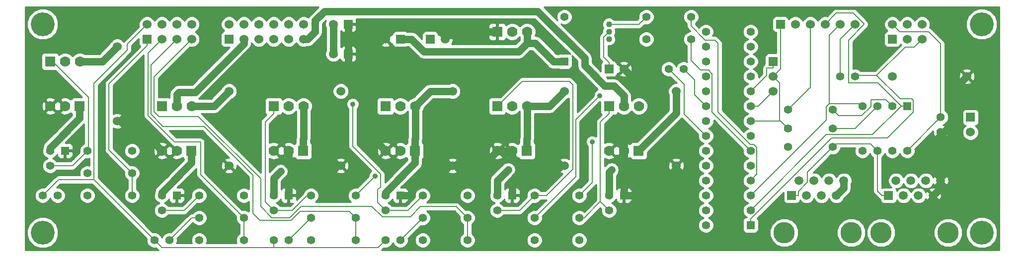
<source format=gbl>
G04 (created by PCBNEW-RS274X (2012-01-19 BZR 3256)-stable) date 4/5/2012 1:39:19 AM*
G01*
G70*
G90*
%MOIN*%
G04 Gerber Fmt 3.4, Leading zero omitted, Abs format*
%FSLAX34Y34*%
G04 APERTURE LIST*
%ADD10C,0.006000*%
%ADD11R,0.055000X0.055000*%
%ADD12C,0.055000*%
%ADD13R,0.070000X0.070000*%
%ADD14C,0.070000*%
%ADD15C,0.060000*%
%ADD16R,0.060000X0.060000*%
%ADD17C,0.040000*%
%ADD18C,0.160000*%
%ADD19C,0.143700*%
%ADD20R,0.059100X0.059100*%
%ADD21C,0.059100*%
%ADD22C,0.035000*%
%ADD23C,0.050000*%
%ADD24C,0.008000*%
%ADD25C,0.010000*%
G04 APERTURE END LIST*
G54D10*
G54D11*
X25500Y04000D03*
G54D12*
X24500Y04000D03*
X24500Y03000D03*
G54D11*
X03000Y07000D03*
G54D12*
X02000Y07000D03*
X02000Y06000D03*
G54D11*
X40500Y04000D03*
G54D12*
X39500Y04000D03*
X39500Y03000D03*
G54D11*
X10500Y04000D03*
G54D12*
X09500Y04000D03*
X09500Y03000D03*
G54D11*
X18000Y04000D03*
G54D12*
X17000Y04000D03*
X17000Y03000D03*
G54D11*
X33000Y04000D03*
G54D12*
X32000Y04000D03*
X32000Y03000D03*
G54D13*
X24500Y10000D03*
G54D14*
X25500Y10000D03*
X26500Y10000D03*
G54D13*
X02000Y13000D03*
G54D14*
X03000Y13000D03*
X04000Y13000D03*
G54D13*
X09500Y10000D03*
G54D14*
X10500Y10000D03*
X11500Y10000D03*
G54D13*
X32000Y10000D03*
G54D14*
X33000Y10000D03*
X34000Y10000D03*
G54D13*
X39500Y10000D03*
G54D14*
X40500Y10000D03*
X41500Y10000D03*
G54D13*
X17000Y10000D03*
G54D14*
X18000Y10000D03*
X19000Y10000D03*
G54D13*
X32000Y15000D03*
G54D14*
X33000Y15000D03*
X34000Y15000D03*
G54D15*
X36500Y06000D03*
X36500Y11000D03*
X14000Y06000D03*
X14000Y11000D03*
X21500Y06000D03*
X21500Y11000D03*
X44000Y06000D03*
X44000Y11000D03*
X58500Y12000D03*
X63500Y12000D03*
X06500Y09000D03*
X06500Y14000D03*
X29000Y06000D03*
X29000Y11000D03*
G54D12*
X04500Y05500D03*
X07500Y05500D03*
X07500Y07000D03*
X04500Y07000D03*
X54500Y08500D03*
X51500Y08500D03*
X30000Y04000D03*
X27000Y04000D03*
X04500Y04000D03*
X07500Y04000D03*
X45000Y16000D03*
X42000Y16000D03*
X12000Y01000D03*
X15000Y01000D03*
X12000Y02500D03*
X15000Y02500D03*
X19500Y01000D03*
X22500Y01000D03*
X19500Y02500D03*
X22500Y02500D03*
X27000Y01000D03*
X30000Y01000D03*
X27000Y02500D03*
X30000Y02500D03*
X15000Y04000D03*
X12000Y04000D03*
X37500Y04000D03*
X34500Y04000D03*
X51500Y09750D03*
X54500Y09750D03*
X54500Y07250D03*
X51500Y07250D03*
X45000Y14500D03*
X42000Y14500D03*
X22500Y04000D03*
X19500Y04000D03*
X34500Y02500D03*
X37500Y02500D03*
X37500Y01000D03*
X34500Y01000D03*
G54D14*
X02016Y10000D03*
X03000Y10000D03*
G54D13*
X03984Y10000D03*
G54D14*
X24516Y07000D03*
X25500Y07000D03*
G54D13*
X26484Y07000D03*
G54D14*
X09516Y07000D03*
X10500Y07000D03*
G54D13*
X11484Y07000D03*
G54D14*
X32016Y07000D03*
X33000Y07000D03*
G54D13*
X33984Y07000D03*
G54D14*
X17016Y07000D03*
X18000Y07000D03*
G54D13*
X18984Y07000D03*
G54D14*
X39516Y07000D03*
X40500Y07000D03*
G54D13*
X41484Y07000D03*
G54D16*
X14000Y14500D03*
G54D15*
X14000Y15500D03*
X15000Y14500D03*
X15000Y15500D03*
X16000Y14500D03*
X16000Y15500D03*
X17000Y14500D03*
X17000Y15500D03*
X18000Y14500D03*
X18000Y15500D03*
X19000Y14500D03*
X19000Y15500D03*
G54D16*
X08500Y14500D03*
G54D15*
X08500Y15500D03*
X09500Y14500D03*
X09500Y15500D03*
X10500Y14500D03*
X10500Y15500D03*
X11500Y14500D03*
X11500Y15500D03*
G54D16*
X58500Y14500D03*
G54D15*
X58500Y15500D03*
X59500Y14500D03*
X59500Y15500D03*
X60500Y14500D03*
X60500Y15500D03*
G54D16*
X50500Y13000D03*
G54D15*
X50500Y12000D03*
X50500Y11000D03*
G54D16*
X22000Y15500D03*
G54D15*
X21000Y15500D03*
G54D16*
X22000Y13500D03*
G54D15*
X21000Y13500D03*
G54D16*
X63750Y09250D03*
G54D15*
X63750Y08250D03*
G54D16*
X51000Y15500D03*
G54D15*
X52000Y15500D03*
X53000Y15500D03*
X54000Y15500D03*
X55000Y15500D03*
X56000Y15500D03*
G54D11*
X59500Y10000D03*
G54D12*
X58500Y10000D03*
X57500Y10000D03*
X56500Y10000D03*
X56500Y07000D03*
X57500Y07000D03*
X58500Y07000D03*
X59500Y07000D03*
X49000Y03000D03*
X49000Y04000D03*
X49000Y05000D03*
X49000Y06000D03*
X49000Y07000D03*
X49000Y08000D03*
X49000Y09000D03*
X49000Y10000D03*
X49000Y11000D03*
X49000Y12000D03*
X49000Y13000D03*
X49000Y14000D03*
X49000Y15000D03*
G54D11*
X49000Y02000D03*
G54D12*
X46000Y15000D03*
X46000Y14000D03*
X46000Y13000D03*
X46000Y12000D03*
X46000Y11000D03*
X46000Y10000D03*
X46000Y09000D03*
X46000Y08000D03*
X46000Y07000D03*
X46000Y06000D03*
X46000Y05000D03*
X46000Y04000D03*
X46000Y03000D03*
X46000Y02000D03*
G54D11*
X36500Y13000D03*
G54D12*
X36500Y16000D03*
G54D16*
X25500Y14500D03*
G54D15*
X24500Y14500D03*
G54D16*
X27500Y14500D03*
G54D15*
X28500Y14500D03*
G54D12*
X55000Y12000D03*
X56000Y12000D03*
X24500Y01000D03*
X25500Y01000D03*
X17000Y01000D03*
X18000Y01000D03*
X09000Y01000D03*
X10000Y01000D03*
X01500Y04000D03*
X02500Y04000D03*
X61750Y09250D03*
X61750Y08250D03*
X43500Y12500D03*
X44500Y12500D03*
G54D17*
X39500Y14500D03*
X39500Y15500D03*
X39500Y15000D03*
G54D16*
X39500Y12500D03*
G54D15*
X40500Y12500D03*
G54D18*
X01500Y15500D03*
X01500Y01500D03*
X64500Y01500D03*
X64500Y15500D03*
G54D19*
X62250Y01500D03*
X57750Y01500D03*
G54D20*
X58250Y04000D03*
G54D21*
X58750Y05000D03*
X59250Y04000D03*
X59750Y05000D03*
X60250Y04000D03*
X60750Y05000D03*
X61250Y04000D03*
X61750Y05000D03*
G54D19*
X55750Y01500D03*
X51250Y01500D03*
G54D20*
X51750Y04000D03*
G54D21*
X52250Y05000D03*
X52750Y04000D03*
X53250Y05000D03*
X53750Y04000D03*
X54250Y05000D03*
X54750Y04000D03*
X55250Y05000D03*
G54D22*
X23803Y05303D03*
X38370Y07609D03*
X38883Y10708D03*
X22308Y10139D03*
G54D17*
X39675Y05726D03*
X17463Y05622D03*
X32728Y05735D03*
G54D23*
X21000Y13500D02*
X21000Y15500D01*
G54D24*
X56000Y08500D02*
X54500Y08500D01*
X57500Y10000D02*
X56000Y08500D01*
X56439Y09348D02*
X54902Y09348D01*
X57088Y10434D02*
X57066Y10412D01*
X58066Y10434D02*
X57088Y10434D01*
X58500Y10000D02*
X58066Y10434D01*
X57066Y10412D02*
X57066Y09975D01*
X54902Y09348D02*
X54500Y09750D01*
X57066Y09975D02*
X56439Y09348D01*
X46418Y09582D02*
X46418Y12173D01*
X46418Y12173D02*
X46157Y12434D01*
X49000Y07000D02*
X46418Y09582D01*
X45645Y12434D02*
X45000Y13079D01*
X45000Y13079D02*
X45000Y14500D01*
X46157Y12434D02*
X45645Y12434D01*
X22500Y04000D02*
X23803Y05303D01*
X38370Y04870D02*
X37500Y04000D01*
X38370Y07609D02*
X38370Y04870D01*
X34500Y02500D02*
X37264Y05264D01*
X37264Y05264D02*
X37264Y09089D01*
X37264Y09089D02*
X38883Y10708D01*
G54D23*
X10500Y10791D02*
X10500Y10000D01*
X15000Y14500D02*
X15000Y14203D01*
X15000Y14203D02*
X11733Y10936D01*
X11733Y10936D02*
X10645Y10936D01*
X10645Y10936D02*
X10500Y10791D01*
X19787Y15011D02*
X19276Y14500D01*
X19787Y15751D02*
X19787Y15011D01*
X19276Y14500D02*
X19000Y14500D01*
X20411Y16375D02*
X19787Y15751D01*
X34719Y16375D02*
X20411Y16375D01*
X40500Y10000D02*
X40500Y10692D01*
X39208Y11366D02*
X37859Y12715D01*
X40500Y10692D02*
X39826Y11366D01*
X39826Y11366D02*
X39208Y11366D01*
X37859Y13235D02*
X34719Y16375D01*
X37859Y12715D02*
X37859Y13235D01*
G54D24*
X45000Y15386D02*
X45000Y16000D01*
X49000Y05000D02*
X49419Y05419D01*
X49419Y05419D02*
X49419Y07220D01*
X46804Y14229D02*
X46599Y14434D01*
X46804Y09595D02*
X46804Y14229D01*
X48965Y07434D02*
X46804Y09595D01*
X49205Y07434D02*
X48965Y07434D01*
X49419Y07220D02*
X49205Y07434D01*
X46599Y14434D02*
X45952Y14434D01*
X45952Y14434D02*
X45000Y15386D01*
X49000Y02000D02*
X49000Y02418D01*
X57454Y12069D02*
X56069Y12069D01*
X56069Y12069D02*
X56000Y12000D01*
X59820Y10501D02*
X59022Y10501D01*
X59971Y13971D02*
X59356Y13971D01*
X60500Y14500D02*
X59971Y13971D01*
X59356Y13971D02*
X57454Y12069D01*
X59919Y10402D02*
X59820Y10501D01*
X59022Y10501D02*
X57454Y12069D01*
X49000Y02418D02*
X49011Y02418D01*
X54446Y07853D02*
X58173Y07853D01*
X59919Y09599D02*
X59919Y10402D01*
X58173Y07853D02*
X59919Y09599D01*
X49011Y02418D02*
X54446Y07853D01*
X57174Y08081D02*
X59093Y10000D01*
X54081Y08081D02*
X57174Y08081D01*
X49000Y03000D02*
X54081Y08081D01*
X59500Y10000D02*
X59297Y10000D01*
X59105Y10000D02*
X59093Y10000D01*
X59297Y10000D02*
X59105Y10000D01*
X54747Y16247D02*
X54000Y15500D01*
X55885Y16247D02*
X54747Y16247D01*
X56616Y15516D02*
X55885Y16247D01*
X56616Y15484D02*
X56616Y15516D01*
X55566Y14434D02*
X56616Y15484D01*
X55566Y11590D02*
X55566Y14434D01*
X55588Y11568D02*
X55566Y11590D01*
X57537Y11568D02*
X55588Y11568D01*
X59105Y10000D02*
X57537Y11568D01*
X10000Y01000D02*
X11500Y02500D01*
X11500Y02500D02*
X12000Y02500D01*
X18000Y01000D02*
X19500Y02500D01*
X25500Y01000D02*
X27000Y02500D01*
X05946Y11503D02*
X08500Y14057D01*
X08500Y14500D02*
X08500Y14057D01*
X07500Y04000D02*
X07500Y05500D01*
X07500Y05500D02*
X05946Y07054D01*
X05946Y07054D02*
X05946Y11503D01*
X15000Y02500D02*
X15000Y01000D01*
X08577Y13577D02*
X09500Y14500D01*
X08577Y09372D02*
X08577Y13577D01*
X10348Y07601D02*
X08577Y09372D01*
X12075Y07601D02*
X10348Y07601D01*
X12097Y07579D02*
X12075Y07601D01*
X12097Y05403D02*
X12097Y07579D01*
X15000Y02500D02*
X12097Y05403D01*
X08761Y09449D02*
X09568Y08642D01*
X10500Y14500D02*
X08761Y12761D01*
X16085Y02328D02*
X18180Y02328D01*
X18180Y02328D02*
X18770Y02918D01*
X15615Y02798D02*
X16085Y02328D01*
X09568Y08642D02*
X12326Y08642D01*
X08761Y12761D02*
X08761Y09449D01*
X15615Y05353D02*
X15615Y02798D01*
X22500Y02500D02*
X22500Y01000D01*
X12326Y08642D02*
X15615Y05353D01*
X22082Y02918D02*
X22500Y02500D01*
X18770Y02918D02*
X22082Y02918D01*
X08980Y11980D02*
X11500Y14500D01*
X16881Y02512D02*
X16126Y03267D01*
X08980Y09618D02*
X08980Y11980D01*
X09312Y09286D02*
X08980Y09618D01*
X11954Y09286D02*
X09312Y09286D01*
X16126Y05114D02*
X11954Y09286D01*
X16126Y03267D02*
X16126Y05114D01*
X30000Y01000D02*
X30000Y02500D01*
X18836Y03280D02*
X18068Y02512D01*
X30000Y02500D02*
X29250Y03250D01*
X24297Y02569D02*
X23586Y03280D01*
X18068Y02512D02*
X16881Y02512D01*
X26843Y03250D02*
X26162Y02569D01*
X23586Y03280D02*
X18836Y03280D01*
X26162Y02569D02*
X24297Y02569D01*
X29250Y03250D02*
X26843Y03250D01*
X54072Y09964D02*
X54277Y10169D01*
X54277Y10169D02*
X54277Y14777D01*
X54277Y14777D02*
X55000Y15500D01*
X54277Y10169D02*
X56331Y10169D01*
X56331Y10169D02*
X56500Y10000D01*
X49000Y04000D02*
X54072Y09072D01*
X54072Y09072D02*
X54072Y09964D01*
G54D23*
X40500Y07000D02*
X40500Y04000D01*
X24861Y15254D02*
X28000Y15254D01*
X27872Y06000D02*
X26228Y04356D01*
X24500Y14500D02*
X24500Y14893D01*
X28000Y15254D02*
X28500Y14754D01*
X29000Y06000D02*
X27872Y06000D01*
X24500Y14893D02*
X24861Y15254D01*
X26228Y04356D02*
X26228Y04000D01*
X49330Y00959D02*
X45979Y00959D01*
X07516Y09000D02*
X06500Y09000D01*
X09516Y07000D02*
X07516Y09000D01*
X23197Y11550D02*
X22000Y12747D01*
X23197Y08319D02*
X23197Y11550D01*
X24516Y07000D02*
X23197Y08319D01*
X22000Y13500D02*
X22000Y12747D01*
X22000Y15500D02*
X22000Y14500D01*
X22000Y14500D02*
X22000Y13500D01*
X28500Y14754D02*
X28500Y14500D01*
X33000Y04000D02*
X33000Y04728D01*
X29000Y06000D02*
X31016Y06000D01*
X25500Y04000D02*
X26228Y04000D01*
X31016Y06000D02*
X32016Y07000D01*
X33000Y07000D02*
X32016Y07000D01*
X61750Y08250D02*
X61750Y05000D01*
X62628Y11128D02*
X63500Y12000D01*
X49787Y01416D02*
X49330Y00959D01*
X21500Y06000D02*
X18211Y06000D01*
X18000Y06211D02*
X18000Y07000D01*
X18211Y06000D02*
X18000Y06211D01*
X18211Y04939D02*
X18211Y06000D01*
X18000Y04728D02*
X18211Y04939D01*
X18000Y04000D02*
X18000Y04728D01*
X62628Y08889D02*
X62628Y11128D01*
X33431Y05159D02*
X33431Y06000D01*
X36500Y06000D02*
X33431Y06000D01*
X44000Y04000D02*
X41228Y04000D01*
X61989Y08250D02*
X62628Y08889D01*
X33000Y06588D02*
X33000Y07000D01*
X61750Y08250D02*
X61989Y08250D01*
X40500Y04000D02*
X41228Y04000D01*
X22000Y14500D02*
X24500Y14500D01*
X30951Y14754D02*
X31197Y15000D01*
X49787Y02351D02*
X49787Y01416D01*
X50222Y02786D02*
X49787Y02351D01*
X60536Y02786D02*
X50222Y02786D01*
X61250Y03500D02*
X60536Y02786D01*
X61250Y04000D02*
X61250Y03500D01*
X44000Y04000D02*
X44000Y06000D01*
X40500Y07783D02*
X40500Y07000D01*
X42366Y09649D02*
X40500Y07783D01*
X40500Y12500D02*
X42366Y10634D01*
X28500Y14754D02*
X30951Y14754D01*
X32000Y15000D02*
X31197Y15000D01*
X42366Y10634D02*
X42366Y09649D01*
X45979Y00959D02*
X44000Y02938D01*
X33431Y06000D02*
X33431Y06157D01*
X61750Y04500D02*
X61250Y04000D01*
X44000Y02938D02*
X44000Y04000D01*
X33431Y06157D02*
X33000Y06588D01*
X61750Y05000D02*
X61750Y04500D01*
X33000Y04728D02*
X33431Y05159D01*
G54D24*
X51000Y12500D02*
X51000Y15500D01*
X50944Y11556D02*
X50500Y12000D01*
X50944Y09000D02*
X50944Y11556D01*
X49000Y09000D02*
X50944Y09000D01*
X50944Y09000D02*
X51000Y09000D01*
X51000Y09000D02*
X51500Y08500D01*
X50500Y12000D02*
X51000Y12500D01*
X02566Y05066D02*
X01500Y04000D01*
X04934Y05066D02*
X02566Y05066D01*
X04934Y11532D02*
X04934Y05066D01*
X07175Y13773D02*
X04934Y11532D01*
X07175Y14175D02*
X07175Y13773D01*
X08500Y15500D02*
X07175Y14175D01*
X04934Y05066D02*
X09000Y01000D01*
X17000Y00511D02*
X17000Y01000D01*
X09489Y00511D02*
X17000Y00511D01*
X44544Y11456D02*
X44544Y09456D01*
X24011Y00511D02*
X24500Y01000D01*
X39500Y12500D02*
X39500Y12943D01*
X44544Y09456D02*
X46000Y08000D01*
X43500Y12500D02*
X44544Y11456D01*
X09000Y01000D02*
X09489Y00511D01*
X39145Y13298D02*
X39500Y12943D01*
X17000Y00511D02*
X24011Y00511D01*
X39145Y14645D02*
X39145Y13298D01*
X39500Y15000D02*
X39145Y14645D01*
G54D23*
X02000Y07213D02*
X02000Y07000D01*
X03984Y09197D02*
X02000Y07213D01*
X03984Y10000D02*
X03984Y09197D01*
X05500Y13000D02*
X06500Y14000D01*
X04000Y13000D02*
X05500Y13000D01*
G54D24*
X11000Y03000D02*
X09500Y03000D01*
X12000Y04000D02*
X11000Y03000D01*
G54D23*
X09500Y04213D02*
X09500Y04000D01*
X11484Y06197D02*
X09500Y04213D01*
X11484Y07000D02*
X11484Y06197D01*
X13000Y10000D02*
X14000Y11000D01*
X11500Y10000D02*
X13000Y10000D01*
G54D24*
X22308Y07299D02*
X22308Y10139D01*
X26000Y03000D02*
X24500Y03000D01*
X27000Y04000D02*
X26000Y03000D01*
X24167Y05440D02*
X22308Y07299D01*
X24167Y04579D02*
X24167Y05440D01*
X23981Y04393D02*
X24167Y04579D01*
X24500Y03000D02*
X23981Y03519D01*
X23981Y03519D02*
X23981Y04393D01*
G54D23*
X27500Y11000D02*
X26500Y10000D01*
X26484Y07000D02*
X26484Y06197D01*
X26484Y06197D02*
X24500Y04213D01*
X29000Y11000D02*
X27500Y11000D01*
X26484Y07260D02*
X26484Y07803D01*
X26484Y07260D02*
X26484Y07000D01*
X24500Y04213D02*
X24500Y04000D01*
X26484Y07803D02*
X26500Y07819D01*
X26500Y07819D02*
X26500Y10000D01*
X41484Y07000D02*
X44000Y09516D01*
X39675Y05726D02*
X39500Y05551D01*
X44000Y09516D02*
X44000Y11000D01*
X39500Y05551D02*
X39500Y04000D01*
G54D24*
X17000Y10000D02*
X17000Y09507D01*
X16422Y08929D02*
X17000Y09507D01*
X16422Y03578D02*
X16422Y08929D01*
X17000Y03000D02*
X16422Y03578D01*
X18241Y03000D02*
X17000Y03000D01*
X19241Y04000D02*
X18241Y03000D01*
X19500Y04000D02*
X19241Y04000D01*
G54D23*
X17000Y05159D02*
X17000Y04000D01*
X18984Y07000D02*
X18984Y07803D01*
X19000Y07819D02*
X19000Y10000D01*
X18984Y07803D02*
X19000Y07819D01*
X17463Y05622D02*
X17000Y05159D01*
G54D24*
X33500Y03000D02*
X34500Y04000D01*
X32000Y03000D02*
X33500Y03000D01*
X33671Y11671D02*
X32000Y10000D01*
X36845Y11671D02*
X33671Y11671D01*
X37081Y11435D02*
X36845Y11671D01*
X37081Y05772D02*
X37081Y11435D01*
X35309Y04000D02*
X37081Y05772D01*
X34500Y04000D02*
X35309Y04000D01*
G54D23*
X34000Y07819D02*
X34000Y10000D01*
X33984Y07803D02*
X34000Y07819D01*
X33984Y07000D02*
X33984Y07803D01*
X35500Y10000D02*
X34000Y10000D01*
X36500Y11000D02*
X35500Y10000D01*
X32000Y05007D02*
X32000Y04000D01*
X32728Y05735D02*
X32000Y05007D01*
X55250Y04500D02*
X54750Y04000D01*
X55250Y05000D02*
X55250Y04500D01*
G54D24*
X52810Y05560D02*
X52810Y04900D01*
X54500Y07250D02*
X52810Y05560D01*
X57500Y07000D02*
X57023Y07477D01*
X57023Y07477D02*
X54727Y07477D01*
X54727Y07477D02*
X54500Y07250D01*
X52810Y04900D02*
X52189Y04279D01*
X52189Y04279D02*
X52189Y04000D01*
X58250Y04000D02*
X57812Y04000D01*
X51750Y04000D02*
X52189Y04000D01*
X57500Y04312D02*
X57500Y07000D01*
X57812Y04000D02*
X57500Y04312D01*
X55000Y14500D02*
X56000Y15500D01*
X55000Y12000D02*
X55000Y14500D01*
X50079Y12557D02*
X50500Y12557D01*
X50057Y12535D02*
X50079Y12557D01*
X50057Y12057D02*
X50057Y12535D01*
X49000Y11000D02*
X50057Y12057D01*
X50500Y13000D02*
X50500Y12557D01*
X49500Y10000D02*
X50500Y11000D01*
X49000Y10000D02*
X49500Y10000D01*
X03500Y06000D02*
X04500Y07000D01*
X02000Y06000D02*
X03500Y06000D01*
X02160Y13000D02*
X02000Y13000D01*
X04578Y10582D02*
X02160Y13000D01*
X04578Y07078D02*
X04578Y10582D01*
X04500Y07000D02*
X04578Y07078D01*
X37838Y02500D02*
X38919Y03581D01*
X37500Y02500D02*
X37838Y02500D01*
X39500Y10000D02*
X39500Y09507D01*
X38919Y03581D02*
X39500Y03000D01*
X38919Y08926D02*
X38919Y03581D01*
X39500Y09507D02*
X38919Y08926D01*
X41500Y15500D02*
X42000Y16000D01*
X39500Y15500D02*
X41500Y15500D01*
G54D23*
X25500Y14500D02*
X26253Y14500D01*
X34536Y14236D02*
X34000Y14236D01*
X35772Y13000D02*
X34536Y14236D01*
X33429Y13665D02*
X34000Y14236D01*
X27088Y13665D02*
X33429Y13665D01*
X26253Y14500D02*
X27088Y13665D01*
X34000Y14236D02*
X34000Y15000D01*
X36500Y13000D02*
X35772Y13000D01*
G54D24*
X58500Y15500D02*
X59000Y15000D01*
X60945Y15000D02*
X61750Y14195D01*
X46000Y10000D02*
X45236Y10764D01*
X45236Y11764D02*
X44500Y12500D01*
X59000Y15000D02*
X60945Y15000D01*
X59500Y07000D02*
X61750Y09250D01*
X45236Y10764D02*
X45236Y11764D01*
X61750Y14195D02*
X61750Y09250D01*
X51500Y09750D02*
X53000Y11250D01*
X53000Y11250D02*
X53000Y15500D01*
G54D10*
G36*
X04288Y07481D02*
X04203Y07445D01*
X04055Y07298D01*
X03975Y07105D01*
X03975Y06896D01*
X03978Y06889D01*
X03525Y06436D01*
X03525Y06888D01*
X03463Y06950D01*
X03050Y06950D01*
X03050Y06537D01*
X03112Y06475D01*
X03324Y06476D01*
X03416Y06514D01*
X03486Y06584D01*
X03524Y06675D01*
X03524Y06774D01*
X03525Y06888D01*
X03525Y06436D01*
X03380Y06290D01*
X02447Y06290D01*
X02445Y06297D01*
X02298Y06445D01*
X02164Y06501D01*
X02297Y06555D01*
X02445Y06702D01*
X02475Y06777D01*
X02476Y06774D01*
X02476Y06675D01*
X02514Y06584D01*
X02584Y06514D01*
X02676Y06476D01*
X02888Y06475D01*
X02950Y06537D01*
X02950Y06900D01*
X02950Y06950D01*
X02950Y07050D01*
X03050Y07050D01*
X03100Y07050D01*
X03463Y07050D01*
X03525Y07112D01*
X03524Y07226D01*
X03524Y07325D01*
X03486Y07416D01*
X03416Y07486D01*
X03324Y07524D01*
X03112Y07525D01*
X03100Y07513D01*
X03100Y07525D01*
X03019Y07525D01*
X04288Y08794D01*
X04288Y07481D01*
X04288Y07481D01*
G37*
G54D25*
X04288Y07481D02*
X04203Y07445D01*
X04055Y07298D01*
X03975Y07105D01*
X03975Y06896D01*
X03978Y06889D01*
X03525Y06436D01*
X03525Y06888D01*
X03463Y06950D01*
X03050Y06950D01*
X03050Y06537D01*
X03112Y06475D01*
X03324Y06476D01*
X03416Y06514D01*
X03486Y06584D01*
X03524Y06675D01*
X03524Y06774D01*
X03525Y06888D01*
X03525Y06436D01*
X03380Y06290D01*
X02447Y06290D01*
X02445Y06297D01*
X02298Y06445D01*
X02164Y06501D01*
X02297Y06555D01*
X02445Y06702D01*
X02475Y06777D01*
X02476Y06774D01*
X02476Y06675D01*
X02514Y06584D01*
X02584Y06514D01*
X02676Y06476D01*
X02888Y06475D01*
X02950Y06537D01*
X02950Y06900D01*
X02950Y06950D01*
X02950Y07050D01*
X03050Y07050D01*
X03100Y07050D01*
X03463Y07050D01*
X03525Y07112D01*
X03524Y07226D01*
X03524Y07325D01*
X03486Y07416D01*
X03416Y07486D01*
X03324Y07524D01*
X03112Y07525D01*
X03100Y07513D01*
X03100Y07525D01*
X03019Y07525D01*
X04288Y08794D01*
X04288Y07481D01*
G54D10*
G36*
X14710Y01448D02*
X14703Y01445D01*
X14555Y01298D01*
X14475Y01105D01*
X14475Y00896D01*
X14514Y00801D01*
X12486Y00801D01*
X12525Y00895D01*
X12525Y01104D01*
X12445Y01297D01*
X12298Y01445D01*
X12105Y01525D01*
X11896Y01525D01*
X11703Y01445D01*
X11555Y01298D01*
X11475Y01105D01*
X11475Y00896D01*
X11514Y00801D01*
X10486Y00801D01*
X10525Y00895D01*
X10525Y01104D01*
X10521Y01112D01*
X11583Y02174D01*
X11702Y02055D01*
X11895Y01975D01*
X12104Y01975D01*
X12297Y02055D01*
X12445Y02202D01*
X12525Y02395D01*
X12525Y02604D01*
X12445Y02797D01*
X12298Y02945D01*
X12105Y03025D01*
X11896Y03025D01*
X11703Y02945D01*
X11555Y02798D01*
X11551Y02790D01*
X11500Y02790D01*
X11389Y02768D01*
X11295Y02705D01*
X10112Y01523D01*
X10105Y01525D01*
X09896Y01525D01*
X09703Y01445D01*
X09555Y01298D01*
X09499Y01165D01*
X09445Y01297D01*
X09298Y01445D01*
X09105Y01525D01*
X08896Y01525D01*
X08888Y01522D01*
X05224Y05186D01*
X05224Y11412D01*
X07380Y13568D01*
X07443Y13662D01*
X07465Y13773D01*
X07465Y14055D01*
X07951Y14541D01*
X07951Y14151D01*
X07989Y14059D01*
X08040Y14008D01*
X05741Y11708D01*
X05678Y11614D01*
X05656Y11503D01*
X05656Y07054D01*
X05678Y06943D01*
X05741Y06849D01*
X06977Y05612D01*
X06975Y05605D01*
X06975Y05396D01*
X07055Y05203D01*
X07202Y05055D01*
X07210Y05052D01*
X07210Y04448D01*
X07203Y04445D01*
X07055Y04298D01*
X06975Y04105D01*
X06975Y03896D01*
X07055Y03703D01*
X07202Y03555D01*
X07395Y03475D01*
X07604Y03475D01*
X07797Y03555D01*
X07945Y03702D01*
X08025Y03895D01*
X08025Y04104D01*
X07945Y04297D01*
X07798Y04445D01*
X07790Y04449D01*
X07790Y05053D01*
X07797Y05055D01*
X07945Y05202D01*
X08025Y05395D01*
X08025Y05604D01*
X08025Y06895D01*
X08025Y07104D01*
X07945Y07297D01*
X07798Y07445D01*
X07605Y07525D01*
X07396Y07525D01*
X07203Y07445D01*
X07055Y07298D01*
X07043Y07270D01*
X07043Y08921D01*
X07032Y09134D01*
X06972Y09281D01*
X06878Y09308D01*
X06571Y09000D01*
X06878Y08692D01*
X06972Y08719D01*
X07043Y08921D01*
X07043Y07270D01*
X06975Y07105D01*
X06975Y06896D01*
X07055Y06703D01*
X07202Y06555D01*
X07395Y06475D01*
X07604Y06475D01*
X07797Y06555D01*
X07945Y06702D01*
X08025Y06895D01*
X08025Y05604D01*
X07945Y05797D01*
X07798Y05945D01*
X07605Y06025D01*
X07396Y06025D01*
X07388Y06023D01*
X06236Y07175D01*
X06236Y08523D01*
X06421Y08457D01*
X06634Y08468D01*
X06781Y08528D01*
X06808Y08622D01*
X06535Y08894D01*
X06500Y08929D01*
X06429Y09000D01*
X06500Y09071D01*
X06535Y09106D01*
X06808Y09378D01*
X06781Y09472D01*
X06579Y09543D01*
X06366Y09532D01*
X06236Y09479D01*
X06236Y11383D01*
X08287Y13434D01*
X08287Y09372D01*
X08309Y09261D01*
X08372Y09167D01*
X10143Y07396D01*
X10237Y07333D01*
X10238Y07333D01*
X10465Y07106D01*
X10500Y07071D01*
X10571Y07000D01*
X10500Y06929D01*
X10465Y06894D01*
X10429Y06858D01*
X10429Y07000D01*
X10086Y07343D01*
X10008Y07317D01*
X09930Y07343D01*
X09859Y07272D01*
X09859Y07414D01*
X09826Y07513D01*
X09607Y07593D01*
X09372Y07582D01*
X09206Y07513D01*
X09173Y07414D01*
X09516Y07071D01*
X09859Y07414D01*
X09859Y07272D01*
X09587Y07000D01*
X09930Y06657D01*
X10008Y06683D01*
X10086Y06657D01*
X10429Y07000D01*
X10429Y06858D01*
X10157Y06586D01*
X10190Y06487D01*
X10409Y06407D01*
X10644Y06418D01*
X10810Y06487D01*
X10825Y06534D01*
X10843Y06516D01*
X10861Y06498D01*
X10908Y06546D01*
X10923Y06509D01*
X10984Y06448D01*
X10984Y06405D01*
X10843Y06264D01*
X09859Y05280D01*
X09859Y06586D01*
X09516Y06929D01*
X09445Y06858D01*
X09445Y07000D01*
X09102Y07343D01*
X09003Y07310D01*
X08923Y07091D01*
X08934Y06856D01*
X09003Y06690D01*
X09102Y06657D01*
X09445Y07000D01*
X09445Y06858D01*
X09173Y06586D01*
X09206Y06487D01*
X09425Y06407D01*
X09660Y06418D01*
X09826Y06487D01*
X09859Y06586D01*
X09859Y05280D01*
X09146Y04567D01*
X09038Y04405D01*
X08999Y04213D01*
X09000Y04209D01*
X09000Y04166D01*
X08975Y04105D01*
X08975Y03896D01*
X09055Y03703D01*
X09202Y03555D01*
X09335Y03500D01*
X09203Y03445D01*
X09055Y03298D01*
X08975Y03105D01*
X08975Y02896D01*
X09055Y02703D01*
X09202Y02555D01*
X09395Y02475D01*
X09604Y02475D01*
X09797Y02555D01*
X09945Y02702D01*
X09948Y02710D01*
X11000Y02710D01*
X11111Y02732D01*
X11205Y02795D01*
X11887Y03478D01*
X11895Y03475D01*
X12104Y03475D01*
X12297Y03555D01*
X12445Y03702D01*
X12525Y03895D01*
X12525Y04104D01*
X12445Y04297D01*
X12298Y04445D01*
X12105Y04525D01*
X11896Y04525D01*
X11703Y04445D01*
X11555Y04298D01*
X11475Y04105D01*
X11475Y03896D01*
X11478Y03889D01*
X11025Y03436D01*
X11025Y03888D01*
X10963Y03950D01*
X10550Y03950D01*
X10550Y03537D01*
X10612Y03475D01*
X10824Y03476D01*
X10916Y03514D01*
X10986Y03584D01*
X11024Y03675D01*
X11024Y03774D01*
X11025Y03888D01*
X11025Y03436D01*
X10880Y03290D01*
X09947Y03290D01*
X09945Y03297D01*
X09798Y03445D01*
X09664Y03501D01*
X09797Y03555D01*
X09945Y03702D01*
X09975Y03777D01*
X09976Y03774D01*
X09976Y03675D01*
X10014Y03584D01*
X10084Y03514D01*
X10176Y03476D01*
X10388Y03475D01*
X10450Y03537D01*
X10450Y03900D01*
X10450Y03950D01*
X10450Y04050D01*
X10550Y04050D01*
X10600Y04050D01*
X10963Y04050D01*
X11025Y04112D01*
X11024Y04226D01*
X11024Y04325D01*
X10986Y04416D01*
X10916Y04486D01*
X10824Y04524D01*
X10612Y04525D01*
X10600Y04513D01*
X10600Y04525D01*
X10519Y04525D01*
X11807Y05813D01*
X11807Y05403D01*
X11829Y05292D01*
X11892Y05198D01*
X14477Y02613D01*
X14475Y02605D01*
X14475Y02396D01*
X14555Y02203D01*
X14702Y02055D01*
X14710Y02052D01*
X14710Y01448D01*
X14710Y01448D01*
G37*
G54D25*
X14710Y01448D02*
X14703Y01445D01*
X14555Y01298D01*
X14475Y01105D01*
X14475Y00896D01*
X14514Y00801D01*
X12486Y00801D01*
X12525Y00895D01*
X12525Y01104D01*
X12445Y01297D01*
X12298Y01445D01*
X12105Y01525D01*
X11896Y01525D01*
X11703Y01445D01*
X11555Y01298D01*
X11475Y01105D01*
X11475Y00896D01*
X11514Y00801D01*
X10486Y00801D01*
X10525Y00895D01*
X10525Y01104D01*
X10521Y01112D01*
X11583Y02174D01*
X11702Y02055D01*
X11895Y01975D01*
X12104Y01975D01*
X12297Y02055D01*
X12445Y02202D01*
X12525Y02395D01*
X12525Y02604D01*
X12445Y02797D01*
X12298Y02945D01*
X12105Y03025D01*
X11896Y03025D01*
X11703Y02945D01*
X11555Y02798D01*
X11551Y02790D01*
X11500Y02790D01*
X11389Y02768D01*
X11295Y02705D01*
X10112Y01523D01*
X10105Y01525D01*
X09896Y01525D01*
X09703Y01445D01*
X09555Y01298D01*
X09499Y01165D01*
X09445Y01297D01*
X09298Y01445D01*
X09105Y01525D01*
X08896Y01525D01*
X08888Y01522D01*
X05224Y05186D01*
X05224Y11412D01*
X07380Y13568D01*
X07443Y13662D01*
X07465Y13773D01*
X07465Y14055D01*
X07951Y14541D01*
X07951Y14151D01*
X07989Y14059D01*
X08040Y14008D01*
X05741Y11708D01*
X05678Y11614D01*
X05656Y11503D01*
X05656Y07054D01*
X05678Y06943D01*
X05741Y06849D01*
X06977Y05612D01*
X06975Y05605D01*
X06975Y05396D01*
X07055Y05203D01*
X07202Y05055D01*
X07210Y05052D01*
X07210Y04448D01*
X07203Y04445D01*
X07055Y04298D01*
X06975Y04105D01*
X06975Y03896D01*
X07055Y03703D01*
X07202Y03555D01*
X07395Y03475D01*
X07604Y03475D01*
X07797Y03555D01*
X07945Y03702D01*
X08025Y03895D01*
X08025Y04104D01*
X07945Y04297D01*
X07798Y04445D01*
X07790Y04449D01*
X07790Y05053D01*
X07797Y05055D01*
X07945Y05202D01*
X08025Y05395D01*
X08025Y05604D01*
X08025Y06895D01*
X08025Y07104D01*
X07945Y07297D01*
X07798Y07445D01*
X07605Y07525D01*
X07396Y07525D01*
X07203Y07445D01*
X07055Y07298D01*
X07043Y07270D01*
X07043Y08921D01*
X07032Y09134D01*
X06972Y09281D01*
X06878Y09308D01*
X06571Y09000D01*
X06878Y08692D01*
X06972Y08719D01*
X07043Y08921D01*
X07043Y07270D01*
X06975Y07105D01*
X06975Y06896D01*
X07055Y06703D01*
X07202Y06555D01*
X07395Y06475D01*
X07604Y06475D01*
X07797Y06555D01*
X07945Y06702D01*
X08025Y06895D01*
X08025Y05604D01*
X07945Y05797D01*
X07798Y05945D01*
X07605Y06025D01*
X07396Y06025D01*
X07388Y06023D01*
X06236Y07175D01*
X06236Y08523D01*
X06421Y08457D01*
X06634Y08468D01*
X06781Y08528D01*
X06808Y08622D01*
X06535Y08894D01*
X06500Y08929D01*
X06429Y09000D01*
X06500Y09071D01*
X06535Y09106D01*
X06808Y09378D01*
X06781Y09472D01*
X06579Y09543D01*
X06366Y09532D01*
X06236Y09479D01*
X06236Y11383D01*
X08287Y13434D01*
X08287Y09372D01*
X08309Y09261D01*
X08372Y09167D01*
X10143Y07396D01*
X10237Y07333D01*
X10238Y07333D01*
X10465Y07106D01*
X10500Y07071D01*
X10571Y07000D01*
X10500Y06929D01*
X10465Y06894D01*
X10429Y06858D01*
X10429Y07000D01*
X10086Y07343D01*
X10008Y07317D01*
X09930Y07343D01*
X09859Y07272D01*
X09859Y07414D01*
X09826Y07513D01*
X09607Y07593D01*
X09372Y07582D01*
X09206Y07513D01*
X09173Y07414D01*
X09516Y07071D01*
X09859Y07414D01*
X09859Y07272D01*
X09587Y07000D01*
X09930Y06657D01*
X10008Y06683D01*
X10086Y06657D01*
X10429Y07000D01*
X10429Y06858D01*
X10157Y06586D01*
X10190Y06487D01*
X10409Y06407D01*
X10644Y06418D01*
X10810Y06487D01*
X10825Y06534D01*
X10843Y06516D01*
X10861Y06498D01*
X10908Y06546D01*
X10923Y06509D01*
X10984Y06448D01*
X10984Y06405D01*
X10843Y06264D01*
X09859Y05280D01*
X09859Y06586D01*
X09516Y06929D01*
X09445Y06858D01*
X09445Y07000D01*
X09102Y07343D01*
X09003Y07310D01*
X08923Y07091D01*
X08934Y06856D01*
X09003Y06690D01*
X09102Y06657D01*
X09445Y07000D01*
X09445Y06858D01*
X09173Y06586D01*
X09206Y06487D01*
X09425Y06407D01*
X09660Y06418D01*
X09826Y06487D01*
X09859Y06586D01*
X09859Y05280D01*
X09146Y04567D01*
X09038Y04405D01*
X08999Y04213D01*
X09000Y04209D01*
X09000Y04166D01*
X08975Y04105D01*
X08975Y03896D01*
X09055Y03703D01*
X09202Y03555D01*
X09335Y03500D01*
X09203Y03445D01*
X09055Y03298D01*
X08975Y03105D01*
X08975Y02896D01*
X09055Y02703D01*
X09202Y02555D01*
X09395Y02475D01*
X09604Y02475D01*
X09797Y02555D01*
X09945Y02702D01*
X09948Y02710D01*
X11000Y02710D01*
X11111Y02732D01*
X11205Y02795D01*
X11887Y03478D01*
X11895Y03475D01*
X12104Y03475D01*
X12297Y03555D01*
X12445Y03702D01*
X12525Y03895D01*
X12525Y04104D01*
X12445Y04297D01*
X12298Y04445D01*
X12105Y04525D01*
X11896Y04525D01*
X11703Y04445D01*
X11555Y04298D01*
X11475Y04105D01*
X11475Y03896D01*
X11478Y03889D01*
X11025Y03436D01*
X11025Y03888D01*
X10963Y03950D01*
X10550Y03950D01*
X10550Y03537D01*
X10612Y03475D01*
X10824Y03476D01*
X10916Y03514D01*
X10986Y03584D01*
X11024Y03675D01*
X11024Y03774D01*
X11025Y03888D01*
X11025Y03436D01*
X10880Y03290D01*
X09947Y03290D01*
X09945Y03297D01*
X09798Y03445D01*
X09664Y03501D01*
X09797Y03555D01*
X09945Y03702D01*
X09975Y03777D01*
X09976Y03774D01*
X09976Y03675D01*
X10014Y03584D01*
X10084Y03514D01*
X10176Y03476D01*
X10388Y03475D01*
X10450Y03537D01*
X10450Y03900D01*
X10450Y03950D01*
X10450Y04050D01*
X10550Y04050D01*
X10600Y04050D01*
X10963Y04050D01*
X11025Y04112D01*
X11024Y04226D01*
X11024Y04325D01*
X10986Y04416D01*
X10916Y04486D01*
X10824Y04524D01*
X10612Y04525D01*
X10600Y04513D01*
X10600Y04525D01*
X10519Y04525D01*
X11807Y05813D01*
X11807Y05403D01*
X11829Y05292D01*
X11892Y05198D01*
X14477Y02613D01*
X14475Y02605D01*
X14475Y02396D01*
X14555Y02203D01*
X14702Y02055D01*
X14710Y02052D01*
X14710Y01448D01*
G54D10*
G36*
X15325Y02918D02*
X15298Y02945D01*
X15105Y03025D01*
X14896Y03025D01*
X14888Y03022D01*
X14308Y03602D01*
X14308Y05622D01*
X14000Y05929D01*
X13929Y05859D01*
X13929Y06000D01*
X13622Y06308D01*
X13528Y06281D01*
X13457Y06079D01*
X13468Y05866D01*
X13528Y05719D01*
X13622Y05692D01*
X13929Y06000D01*
X13929Y05859D01*
X13692Y05622D01*
X13719Y05528D01*
X13921Y05457D01*
X14134Y05468D01*
X14281Y05528D01*
X14308Y05622D01*
X14308Y03602D01*
X12387Y05523D01*
X12387Y07579D01*
X12365Y07690D01*
X12302Y07784D01*
X12280Y07806D01*
X12186Y07869D01*
X12075Y07891D01*
X10468Y07891D01*
X10007Y08352D01*
X12206Y08352D01*
X14018Y06540D01*
X13866Y06532D01*
X13719Y06472D01*
X13692Y06378D01*
X13965Y06106D01*
X14000Y06071D01*
X14071Y06000D01*
X14106Y05965D01*
X14378Y05692D01*
X14472Y05719D01*
X14543Y05921D01*
X14537Y06021D01*
X15325Y05233D01*
X15325Y04418D01*
X15298Y04445D01*
X15105Y04525D01*
X14896Y04525D01*
X14703Y04445D01*
X14555Y04298D01*
X14475Y04105D01*
X14475Y03896D01*
X14555Y03703D01*
X14702Y03555D01*
X14895Y03475D01*
X15104Y03475D01*
X15297Y03555D01*
X15325Y03583D01*
X15325Y02918D01*
X15325Y02918D01*
G37*
G54D25*
X15325Y02918D02*
X15298Y02945D01*
X15105Y03025D01*
X14896Y03025D01*
X14888Y03022D01*
X14308Y03602D01*
X14308Y05622D01*
X14000Y05929D01*
X13929Y05859D01*
X13929Y06000D01*
X13622Y06308D01*
X13528Y06281D01*
X13457Y06079D01*
X13468Y05866D01*
X13528Y05719D01*
X13622Y05692D01*
X13929Y06000D01*
X13929Y05859D01*
X13692Y05622D01*
X13719Y05528D01*
X13921Y05457D01*
X14134Y05468D01*
X14281Y05528D01*
X14308Y05622D01*
X14308Y03602D01*
X12387Y05523D01*
X12387Y07579D01*
X12365Y07690D01*
X12302Y07784D01*
X12280Y07806D01*
X12186Y07869D01*
X12075Y07891D01*
X10468Y07891D01*
X10007Y08352D01*
X12206Y08352D01*
X14018Y06540D01*
X13866Y06532D01*
X13719Y06472D01*
X13692Y06378D01*
X13965Y06106D01*
X14000Y06071D01*
X14071Y06000D01*
X14106Y05965D01*
X14378Y05692D01*
X14472Y05719D01*
X14543Y05921D01*
X14537Y06021D01*
X15325Y05233D01*
X15325Y04418D01*
X15298Y04445D01*
X15105Y04525D01*
X14896Y04525D01*
X14703Y04445D01*
X14555Y04298D01*
X14475Y04105D01*
X14475Y03896D01*
X14555Y03703D01*
X14702Y03555D01*
X14895Y03475D01*
X15104Y03475D01*
X15297Y03555D01*
X15325Y03583D01*
X15325Y02918D01*
G54D10*
G36*
X20003Y16675D02*
X19433Y16105D01*
X19328Y15948D01*
X19311Y15965D01*
X19109Y16049D01*
X18891Y16049D01*
X18689Y15965D01*
X18535Y15811D01*
X18500Y15727D01*
X18465Y15811D01*
X18311Y15965D01*
X18109Y16049D01*
X17891Y16049D01*
X17689Y15965D01*
X17535Y15811D01*
X17500Y15727D01*
X17465Y15811D01*
X17311Y15965D01*
X17109Y16049D01*
X16891Y16049D01*
X16689Y15965D01*
X16535Y15811D01*
X16500Y15727D01*
X16465Y15811D01*
X16311Y15965D01*
X16109Y16049D01*
X15891Y16049D01*
X15689Y15965D01*
X15535Y15811D01*
X15500Y15727D01*
X15465Y15811D01*
X15311Y15965D01*
X15109Y16049D01*
X14891Y16049D01*
X14689Y15965D01*
X14535Y15811D01*
X14500Y15727D01*
X14465Y15811D01*
X14311Y15965D01*
X14109Y16049D01*
X13891Y16049D01*
X13689Y15965D01*
X13535Y15811D01*
X13451Y15609D01*
X13451Y15391D01*
X13535Y15189D01*
X13675Y15049D01*
X13651Y15049D01*
X13559Y15011D01*
X13489Y14941D01*
X13451Y14850D01*
X13451Y14751D01*
X13451Y14151D01*
X13489Y14059D01*
X13559Y13989D01*
X13650Y13951D01*
X13749Y13951D01*
X14040Y13951D01*
X11525Y11436D01*
X10649Y11436D01*
X10645Y11437D01*
X10453Y11398D01*
X10291Y11290D01*
X10146Y11145D01*
X10038Y10983D01*
X09999Y10791D01*
X10000Y10787D01*
X10000Y10552D01*
X09991Y10561D01*
X09900Y10599D01*
X09801Y10599D01*
X09270Y10599D01*
X09270Y11860D01*
X11369Y13960D01*
X11391Y13951D01*
X11609Y13951D01*
X11811Y14035D01*
X11965Y14189D01*
X12049Y14391D01*
X12049Y14609D01*
X11965Y14811D01*
X11811Y14965D01*
X11726Y15000D01*
X11811Y15035D01*
X11965Y15189D01*
X12049Y15391D01*
X12049Y15609D01*
X11965Y15811D01*
X11811Y15965D01*
X11609Y16049D01*
X11391Y16049D01*
X11189Y15965D01*
X11035Y15811D01*
X11000Y15727D01*
X10965Y15811D01*
X10811Y15965D01*
X10609Y16049D01*
X10391Y16049D01*
X10189Y15965D01*
X10035Y15811D01*
X10000Y15727D01*
X09965Y15811D01*
X09811Y15965D01*
X09609Y16049D01*
X09391Y16049D01*
X09189Y15965D01*
X09035Y15811D01*
X09000Y15727D01*
X08965Y15811D01*
X08811Y15965D01*
X08609Y16049D01*
X08391Y16049D01*
X08189Y15965D01*
X08035Y15811D01*
X07951Y15609D01*
X07951Y15391D01*
X07959Y15370D01*
X06970Y14380D01*
X06940Y14336D01*
X06811Y14465D01*
X06609Y14549D01*
X06391Y14549D01*
X06189Y14465D01*
X06035Y14311D01*
X05985Y14194D01*
X05292Y13500D01*
X04347Y13500D01*
X04339Y13508D01*
X04119Y13599D01*
X03881Y13599D01*
X03661Y13508D01*
X03500Y13347D01*
X03339Y13508D01*
X03119Y13599D01*
X02881Y13599D01*
X02661Y13508D01*
X02585Y13433D01*
X02561Y13491D01*
X02550Y13502D01*
X02550Y15290D01*
X02550Y15708D01*
X02390Y16094D01*
X02095Y16390D01*
X01710Y16550D01*
X01292Y16550D01*
X00906Y16390D01*
X00610Y16095D01*
X00450Y15710D01*
X00450Y15292D01*
X00610Y14906D01*
X00905Y14610D01*
X01290Y14450D01*
X01708Y14450D01*
X02094Y14610D01*
X02390Y14905D01*
X02550Y15290D01*
X02550Y13502D01*
X02491Y13561D01*
X02400Y13599D01*
X02301Y13599D01*
X01601Y13599D01*
X01509Y13561D01*
X01439Y13491D01*
X01401Y13400D01*
X01401Y13301D01*
X01401Y12601D01*
X01439Y12509D01*
X01509Y12439D01*
X01600Y12401D01*
X01699Y12401D01*
X02349Y12401D01*
X04151Y10599D01*
X03585Y10599D01*
X03493Y10561D01*
X03423Y10491D01*
X03407Y10456D01*
X03361Y10502D01*
X03325Y10467D01*
X03310Y10513D01*
X03091Y10593D01*
X02856Y10582D01*
X02690Y10513D01*
X02657Y10414D01*
X02965Y10106D01*
X03000Y10071D01*
X03071Y10000D01*
X03000Y09929D01*
X02965Y09894D01*
X02929Y09858D01*
X02929Y10000D01*
X02586Y10343D01*
X02508Y10317D01*
X02430Y10343D01*
X02359Y10272D01*
X02359Y10414D01*
X02326Y10513D01*
X02107Y10593D01*
X01872Y10582D01*
X01706Y10513D01*
X01673Y10414D01*
X02016Y10071D01*
X02359Y10414D01*
X02359Y10272D01*
X02087Y10000D01*
X02430Y09657D01*
X02508Y09683D01*
X02586Y09657D01*
X02929Y10000D01*
X02929Y09858D01*
X02657Y09586D01*
X02690Y09487D01*
X02909Y09407D01*
X03144Y09418D01*
X03310Y09487D01*
X03325Y09534D01*
X03343Y09516D01*
X03361Y09498D01*
X03408Y09546D01*
X03423Y09509D01*
X03484Y09448D01*
X03484Y09405D01*
X03343Y09264D01*
X02359Y08280D01*
X02359Y09586D01*
X02016Y09929D01*
X01945Y09858D01*
X01945Y10000D01*
X01602Y10343D01*
X01503Y10310D01*
X01423Y10091D01*
X01434Y09856D01*
X01503Y09690D01*
X01602Y09657D01*
X01945Y10000D01*
X01945Y09858D01*
X01673Y09586D01*
X01706Y09487D01*
X01925Y09407D01*
X02160Y09418D01*
X02326Y09487D01*
X02359Y09586D01*
X02359Y08280D01*
X01646Y07567D01*
X01538Y07405D01*
X01499Y07213D01*
X01500Y07209D01*
X01500Y07166D01*
X01475Y07105D01*
X01475Y06896D01*
X01555Y06703D01*
X01702Y06555D01*
X01835Y06500D01*
X01703Y06445D01*
X01555Y06298D01*
X01475Y06105D01*
X01475Y05896D01*
X01555Y05703D01*
X01702Y05555D01*
X01895Y05475D01*
X02104Y05475D01*
X02297Y05555D01*
X02445Y05702D01*
X02448Y05710D01*
X03500Y05710D01*
X03611Y05732D01*
X03705Y05795D01*
X04387Y06478D01*
X04395Y06475D01*
X04604Y06475D01*
X04644Y06492D01*
X04644Y06009D01*
X04605Y06025D01*
X04396Y06025D01*
X04203Y05945D01*
X04055Y05798D01*
X03975Y05605D01*
X03975Y05396D01*
X03991Y05356D01*
X02566Y05356D01*
X02455Y05334D01*
X02361Y05271D01*
X01612Y04523D01*
X01605Y04525D01*
X01396Y04525D01*
X01203Y04445D01*
X01055Y04298D01*
X00975Y04105D01*
X00975Y03896D01*
X01055Y03703D01*
X01202Y03555D01*
X01395Y03475D01*
X01604Y03475D01*
X01797Y03555D01*
X01945Y03702D01*
X02000Y03836D01*
X02055Y03703D01*
X02202Y03555D01*
X02395Y03475D01*
X02604Y03475D01*
X02797Y03555D01*
X02945Y03702D01*
X03025Y03895D01*
X03025Y04104D01*
X02945Y04297D01*
X02798Y04445D01*
X02605Y04525D01*
X02435Y04525D01*
X02686Y04776D01*
X04814Y04776D01*
X08477Y01113D01*
X08475Y01105D01*
X08475Y00896D01*
X08555Y00703D01*
X08702Y00555D01*
X08895Y00475D01*
X09104Y00475D01*
X09111Y00479D01*
X09265Y00325D01*
X05025Y00325D01*
X05025Y03895D01*
X05025Y04104D01*
X04945Y04297D01*
X04798Y04445D01*
X04605Y04525D01*
X04396Y04525D01*
X04203Y04445D01*
X04055Y04298D01*
X03975Y04105D01*
X03975Y03896D01*
X04055Y03703D01*
X04202Y03555D01*
X04395Y03475D01*
X04604Y03475D01*
X04797Y03555D01*
X04945Y03702D01*
X05025Y03895D01*
X05025Y00325D01*
X02550Y00325D01*
X02550Y01290D01*
X02550Y01708D01*
X02390Y02094D01*
X02095Y02390D01*
X01710Y02550D01*
X01292Y02550D01*
X00906Y02390D01*
X00610Y02095D01*
X00450Y01710D01*
X00450Y01292D01*
X00610Y00906D01*
X00905Y00610D01*
X01290Y00450D01*
X01708Y00450D01*
X02094Y00610D01*
X02390Y00905D01*
X02550Y01290D01*
X02550Y00325D01*
X00325Y00325D01*
X00325Y16675D01*
X20003Y16675D01*
X20003Y16675D01*
G37*
G54D25*
X20003Y16675D02*
X19433Y16105D01*
X19328Y15948D01*
X19311Y15965D01*
X19109Y16049D01*
X18891Y16049D01*
X18689Y15965D01*
X18535Y15811D01*
X18500Y15727D01*
X18465Y15811D01*
X18311Y15965D01*
X18109Y16049D01*
X17891Y16049D01*
X17689Y15965D01*
X17535Y15811D01*
X17500Y15727D01*
X17465Y15811D01*
X17311Y15965D01*
X17109Y16049D01*
X16891Y16049D01*
X16689Y15965D01*
X16535Y15811D01*
X16500Y15727D01*
X16465Y15811D01*
X16311Y15965D01*
X16109Y16049D01*
X15891Y16049D01*
X15689Y15965D01*
X15535Y15811D01*
X15500Y15727D01*
X15465Y15811D01*
X15311Y15965D01*
X15109Y16049D01*
X14891Y16049D01*
X14689Y15965D01*
X14535Y15811D01*
X14500Y15727D01*
X14465Y15811D01*
X14311Y15965D01*
X14109Y16049D01*
X13891Y16049D01*
X13689Y15965D01*
X13535Y15811D01*
X13451Y15609D01*
X13451Y15391D01*
X13535Y15189D01*
X13675Y15049D01*
X13651Y15049D01*
X13559Y15011D01*
X13489Y14941D01*
X13451Y14850D01*
X13451Y14751D01*
X13451Y14151D01*
X13489Y14059D01*
X13559Y13989D01*
X13650Y13951D01*
X13749Y13951D01*
X14040Y13951D01*
X11525Y11436D01*
X10649Y11436D01*
X10645Y11437D01*
X10453Y11398D01*
X10291Y11290D01*
X10146Y11145D01*
X10038Y10983D01*
X09999Y10791D01*
X10000Y10787D01*
X10000Y10552D01*
X09991Y10561D01*
X09900Y10599D01*
X09801Y10599D01*
X09270Y10599D01*
X09270Y11860D01*
X11369Y13960D01*
X11391Y13951D01*
X11609Y13951D01*
X11811Y14035D01*
X11965Y14189D01*
X12049Y14391D01*
X12049Y14609D01*
X11965Y14811D01*
X11811Y14965D01*
X11726Y15000D01*
X11811Y15035D01*
X11965Y15189D01*
X12049Y15391D01*
X12049Y15609D01*
X11965Y15811D01*
X11811Y15965D01*
X11609Y16049D01*
X11391Y16049D01*
X11189Y15965D01*
X11035Y15811D01*
X11000Y15727D01*
X10965Y15811D01*
X10811Y15965D01*
X10609Y16049D01*
X10391Y16049D01*
X10189Y15965D01*
X10035Y15811D01*
X10000Y15727D01*
X09965Y15811D01*
X09811Y15965D01*
X09609Y16049D01*
X09391Y16049D01*
X09189Y15965D01*
X09035Y15811D01*
X09000Y15727D01*
X08965Y15811D01*
X08811Y15965D01*
X08609Y16049D01*
X08391Y16049D01*
X08189Y15965D01*
X08035Y15811D01*
X07951Y15609D01*
X07951Y15391D01*
X07959Y15370D01*
X06970Y14380D01*
X06940Y14336D01*
X06811Y14465D01*
X06609Y14549D01*
X06391Y14549D01*
X06189Y14465D01*
X06035Y14311D01*
X05985Y14194D01*
X05292Y13500D01*
X04347Y13500D01*
X04339Y13508D01*
X04119Y13599D01*
X03881Y13599D01*
X03661Y13508D01*
X03500Y13347D01*
X03339Y13508D01*
X03119Y13599D01*
X02881Y13599D01*
X02661Y13508D01*
X02585Y13433D01*
X02561Y13491D01*
X02550Y13502D01*
X02550Y15290D01*
X02550Y15708D01*
X02390Y16094D01*
X02095Y16390D01*
X01710Y16550D01*
X01292Y16550D01*
X00906Y16390D01*
X00610Y16095D01*
X00450Y15710D01*
X00450Y15292D01*
X00610Y14906D01*
X00905Y14610D01*
X01290Y14450D01*
X01708Y14450D01*
X02094Y14610D01*
X02390Y14905D01*
X02550Y15290D01*
X02550Y13502D01*
X02491Y13561D01*
X02400Y13599D01*
X02301Y13599D01*
X01601Y13599D01*
X01509Y13561D01*
X01439Y13491D01*
X01401Y13400D01*
X01401Y13301D01*
X01401Y12601D01*
X01439Y12509D01*
X01509Y12439D01*
X01600Y12401D01*
X01699Y12401D01*
X02349Y12401D01*
X04151Y10599D01*
X03585Y10599D01*
X03493Y10561D01*
X03423Y10491D01*
X03407Y10456D01*
X03361Y10502D01*
X03325Y10467D01*
X03310Y10513D01*
X03091Y10593D01*
X02856Y10582D01*
X02690Y10513D01*
X02657Y10414D01*
X02965Y10106D01*
X03000Y10071D01*
X03071Y10000D01*
X03000Y09929D01*
X02965Y09894D01*
X02929Y09858D01*
X02929Y10000D01*
X02586Y10343D01*
X02508Y10317D01*
X02430Y10343D01*
X02359Y10272D01*
X02359Y10414D01*
X02326Y10513D01*
X02107Y10593D01*
X01872Y10582D01*
X01706Y10513D01*
X01673Y10414D01*
X02016Y10071D01*
X02359Y10414D01*
X02359Y10272D01*
X02087Y10000D01*
X02430Y09657D01*
X02508Y09683D01*
X02586Y09657D01*
X02929Y10000D01*
X02929Y09858D01*
X02657Y09586D01*
X02690Y09487D01*
X02909Y09407D01*
X03144Y09418D01*
X03310Y09487D01*
X03325Y09534D01*
X03343Y09516D01*
X03361Y09498D01*
X03408Y09546D01*
X03423Y09509D01*
X03484Y09448D01*
X03484Y09405D01*
X03343Y09264D01*
X02359Y08280D01*
X02359Y09586D01*
X02016Y09929D01*
X01945Y09858D01*
X01945Y10000D01*
X01602Y10343D01*
X01503Y10310D01*
X01423Y10091D01*
X01434Y09856D01*
X01503Y09690D01*
X01602Y09657D01*
X01945Y10000D01*
X01945Y09858D01*
X01673Y09586D01*
X01706Y09487D01*
X01925Y09407D01*
X02160Y09418D01*
X02326Y09487D01*
X02359Y09586D01*
X02359Y08280D01*
X01646Y07567D01*
X01538Y07405D01*
X01499Y07213D01*
X01500Y07209D01*
X01500Y07166D01*
X01475Y07105D01*
X01475Y06896D01*
X01555Y06703D01*
X01702Y06555D01*
X01835Y06500D01*
X01703Y06445D01*
X01555Y06298D01*
X01475Y06105D01*
X01475Y05896D01*
X01555Y05703D01*
X01702Y05555D01*
X01895Y05475D01*
X02104Y05475D01*
X02297Y05555D01*
X02445Y05702D01*
X02448Y05710D01*
X03500Y05710D01*
X03611Y05732D01*
X03705Y05795D01*
X04387Y06478D01*
X04395Y06475D01*
X04604Y06475D01*
X04644Y06492D01*
X04644Y06009D01*
X04605Y06025D01*
X04396Y06025D01*
X04203Y05945D01*
X04055Y05798D01*
X03975Y05605D01*
X03975Y05396D01*
X03991Y05356D01*
X02566Y05356D01*
X02455Y05334D01*
X02361Y05271D01*
X01612Y04523D01*
X01605Y04525D01*
X01396Y04525D01*
X01203Y04445D01*
X01055Y04298D01*
X00975Y04105D01*
X00975Y03896D01*
X01055Y03703D01*
X01202Y03555D01*
X01395Y03475D01*
X01604Y03475D01*
X01797Y03555D01*
X01945Y03702D01*
X02000Y03836D01*
X02055Y03703D01*
X02202Y03555D01*
X02395Y03475D01*
X02604Y03475D01*
X02797Y03555D01*
X02945Y03702D01*
X03025Y03895D01*
X03025Y04104D01*
X02945Y04297D01*
X02798Y04445D01*
X02605Y04525D01*
X02435Y04525D01*
X02686Y04776D01*
X04814Y04776D01*
X08477Y01113D01*
X08475Y01105D01*
X08475Y00896D01*
X08555Y00703D01*
X08702Y00555D01*
X08895Y00475D01*
X09104Y00475D01*
X09111Y00479D01*
X09265Y00325D01*
X05025Y00325D01*
X05025Y03895D01*
X05025Y04104D01*
X04945Y04297D01*
X04798Y04445D01*
X04605Y04525D01*
X04396Y04525D01*
X04203Y04445D01*
X04055Y04298D01*
X03975Y04105D01*
X03975Y03896D01*
X04055Y03703D01*
X04202Y03555D01*
X04395Y03475D01*
X04604Y03475D01*
X04797Y03555D01*
X04945Y03702D01*
X05025Y03895D01*
X05025Y00325D01*
X02550Y00325D01*
X02550Y01290D01*
X02550Y01708D01*
X02390Y02094D01*
X02095Y02390D01*
X01710Y02550D01*
X01292Y02550D01*
X00906Y02390D01*
X00610Y02095D01*
X00450Y01710D01*
X00450Y01292D01*
X00610Y00906D01*
X00905Y00610D01*
X01290Y00450D01*
X01708Y00450D01*
X02094Y00610D01*
X02390Y00905D01*
X02550Y01290D01*
X02550Y00325D01*
X00325Y00325D01*
X00325Y16675D01*
X20003Y16675D01*
G54D10*
G36*
X65675Y00325D02*
X65550Y00325D01*
X65550Y01290D01*
X65550Y01708D01*
X65550Y15290D01*
X65550Y15708D01*
X65390Y16094D01*
X65095Y16390D01*
X64710Y16550D01*
X64292Y16550D01*
X63906Y16390D01*
X63610Y16095D01*
X63450Y15710D01*
X63450Y15292D01*
X63610Y14906D01*
X63905Y14610D01*
X64290Y14450D01*
X64708Y14450D01*
X65094Y14610D01*
X65390Y14905D01*
X65550Y15290D01*
X65550Y01708D01*
X65390Y02094D01*
X65095Y02390D01*
X64710Y02550D01*
X64299Y02550D01*
X64299Y08141D01*
X64299Y08359D01*
X64215Y08561D01*
X64075Y08701D01*
X64099Y08701D01*
X64191Y08739D01*
X64261Y08809D01*
X64299Y08900D01*
X64299Y08999D01*
X64299Y09599D01*
X64261Y09691D01*
X64191Y09761D01*
X64100Y09799D01*
X64043Y09799D01*
X64043Y11921D01*
X64032Y12134D01*
X63972Y12281D01*
X63878Y12308D01*
X63808Y12238D01*
X63808Y12378D01*
X63781Y12472D01*
X63579Y12543D01*
X63366Y12532D01*
X63219Y12472D01*
X63192Y12378D01*
X63500Y12071D01*
X63808Y12378D01*
X63808Y12238D01*
X63571Y12000D01*
X63878Y11692D01*
X63972Y11719D01*
X64043Y11921D01*
X64043Y09799D01*
X64001Y09799D01*
X63808Y09799D01*
X63808Y11622D01*
X63500Y11929D01*
X63429Y11859D01*
X63429Y12000D01*
X63122Y12308D01*
X63028Y12281D01*
X62957Y12079D01*
X62968Y11866D01*
X63028Y11719D01*
X63122Y11692D01*
X63429Y12000D01*
X63429Y11859D01*
X63192Y11622D01*
X63219Y11528D01*
X63421Y11457D01*
X63634Y11468D01*
X63781Y11528D01*
X63808Y11622D01*
X63808Y09799D01*
X63401Y09799D01*
X63309Y09761D01*
X63239Y09691D01*
X63201Y09600D01*
X63201Y09501D01*
X63201Y08901D01*
X63239Y08809D01*
X63309Y08739D01*
X63400Y08701D01*
X63425Y08701D01*
X63285Y08561D01*
X63201Y08359D01*
X63201Y08141D01*
X63285Y07939D01*
X63439Y07785D01*
X63641Y07701D01*
X63859Y07701D01*
X64061Y07785D01*
X64215Y07939D01*
X64299Y08141D01*
X64299Y02550D01*
X64292Y02550D01*
X63906Y02390D01*
X63610Y02095D01*
X63450Y01710D01*
X63450Y01292D01*
X63610Y00906D01*
X63905Y00610D01*
X64290Y00450D01*
X64708Y00450D01*
X65094Y00610D01*
X65390Y00905D01*
X65550Y01290D01*
X65550Y00325D01*
X65000Y00325D01*
X63217Y00325D01*
X63217Y01307D01*
X63217Y01692D01*
X63070Y02047D01*
X62798Y02320D01*
X62443Y02467D01*
X62290Y02467D01*
X62290Y04922D01*
X62278Y05134D01*
X62275Y05142D01*
X62275Y09145D01*
X62275Y09354D01*
X62195Y09547D01*
X62048Y09695D01*
X62040Y09699D01*
X62040Y14195D01*
X62018Y14306D01*
X61955Y14400D01*
X61150Y15205D01*
X61056Y15268D01*
X61002Y15279D01*
X61049Y15391D01*
X61049Y15609D01*
X60965Y15811D01*
X60811Y15965D01*
X60609Y16049D01*
X60391Y16049D01*
X60189Y15965D01*
X60035Y15811D01*
X60000Y15727D01*
X59965Y15811D01*
X59811Y15965D01*
X59609Y16049D01*
X59391Y16049D01*
X59189Y15965D01*
X59035Y15811D01*
X59000Y15727D01*
X58965Y15811D01*
X58811Y15965D01*
X58609Y16049D01*
X58391Y16049D01*
X58189Y15965D01*
X58035Y15811D01*
X57951Y15609D01*
X57951Y15391D01*
X58035Y15189D01*
X58175Y15049D01*
X58151Y15049D01*
X58059Y15011D01*
X57989Y14941D01*
X57951Y14850D01*
X57951Y14751D01*
X57951Y14151D01*
X57989Y14059D01*
X58059Y13989D01*
X58150Y13951D01*
X58249Y13951D01*
X58849Y13951D01*
X58941Y13989D01*
X59011Y14059D01*
X59049Y14150D01*
X59049Y14175D01*
X59099Y14125D01*
X57334Y12359D01*
X56383Y12359D01*
X56298Y12445D01*
X56105Y12525D01*
X55896Y12525D01*
X55856Y12509D01*
X55856Y14314D01*
X56820Y15278D01*
X56820Y15279D01*
X56821Y15279D01*
X56883Y15372D01*
X56884Y15373D01*
X56905Y15483D01*
X56906Y15484D01*
X56906Y15516D01*
X56905Y15517D01*
X56884Y15627D01*
X56883Y15628D01*
X56862Y15659D01*
X56821Y15721D01*
X56821Y15722D01*
X56090Y16452D01*
X55996Y16515D01*
X55885Y16537D01*
X54747Y16537D01*
X54636Y16515D01*
X54542Y16452D01*
X54130Y16041D01*
X54109Y16049D01*
X53891Y16049D01*
X53689Y15965D01*
X53535Y15811D01*
X53500Y15727D01*
X53465Y15811D01*
X53311Y15965D01*
X53109Y16049D01*
X52891Y16049D01*
X52689Y15965D01*
X52535Y15811D01*
X52500Y15727D01*
X52465Y15811D01*
X52311Y15965D01*
X52109Y16049D01*
X51891Y16049D01*
X51689Y15965D01*
X51549Y15825D01*
X51549Y15849D01*
X51511Y15941D01*
X51441Y16011D01*
X51350Y16049D01*
X51251Y16049D01*
X50651Y16049D01*
X50559Y16011D01*
X50489Y15941D01*
X50451Y15850D01*
X50451Y15751D01*
X50451Y15151D01*
X50489Y15059D01*
X50559Y14989D01*
X50650Y14951D01*
X50710Y14951D01*
X50710Y13549D01*
X50151Y13549D01*
X50059Y13511D01*
X49989Y13441D01*
X49951Y13350D01*
X49951Y13251D01*
X49951Y12814D01*
X49874Y12762D01*
X49852Y12740D01*
X49789Y12646D01*
X49767Y12535D01*
X49767Y12177D01*
X49525Y11935D01*
X49525Y12104D01*
X49445Y12297D01*
X49298Y12445D01*
X49164Y12501D01*
X49297Y12555D01*
X49445Y12702D01*
X49525Y12895D01*
X49525Y13104D01*
X49445Y13297D01*
X49298Y13445D01*
X49164Y13501D01*
X49297Y13555D01*
X49445Y13702D01*
X49525Y13895D01*
X49525Y14104D01*
X49445Y14297D01*
X49298Y14445D01*
X49164Y14501D01*
X49297Y14555D01*
X49445Y14702D01*
X49525Y14895D01*
X49525Y15104D01*
X49445Y15297D01*
X49298Y15445D01*
X49105Y15525D01*
X48896Y15525D01*
X48703Y15445D01*
X48555Y15298D01*
X48475Y15105D01*
X48475Y14896D01*
X48555Y14703D01*
X48702Y14555D01*
X48835Y14500D01*
X48703Y14445D01*
X48555Y14298D01*
X48475Y14105D01*
X48475Y13896D01*
X48555Y13703D01*
X48702Y13555D01*
X48835Y13500D01*
X48703Y13445D01*
X48555Y13298D01*
X48475Y13105D01*
X48475Y12896D01*
X48555Y12703D01*
X48702Y12555D01*
X48835Y12500D01*
X48703Y12445D01*
X48555Y12298D01*
X48475Y12105D01*
X48475Y11896D01*
X48555Y11703D01*
X48702Y11555D01*
X48835Y11500D01*
X48703Y11445D01*
X48555Y11298D01*
X48475Y11105D01*
X48475Y10896D01*
X48555Y10703D01*
X48702Y10555D01*
X48835Y10500D01*
X48703Y10445D01*
X48555Y10298D01*
X48475Y10105D01*
X48475Y09896D01*
X48555Y09703D01*
X48702Y09555D01*
X48835Y09500D01*
X48703Y09445D01*
X48555Y09298D01*
X48475Y09105D01*
X48475Y08896D01*
X48555Y08703D01*
X48702Y08555D01*
X48835Y08500D01*
X48703Y08445D01*
X48555Y08298D01*
X48542Y08267D01*
X47094Y09715D01*
X47094Y14229D01*
X47093Y14230D01*
X47072Y14340D01*
X47071Y14341D01*
X47009Y14434D01*
X47008Y14435D01*
X46804Y14639D01*
X46710Y14702D01*
X46599Y14724D01*
X46454Y14724D01*
X46525Y14895D01*
X46525Y15104D01*
X46445Y15297D01*
X46298Y15445D01*
X46105Y15525D01*
X45896Y15525D01*
X45703Y15445D01*
X45555Y15298D01*
X45538Y15258D01*
X45290Y15506D01*
X45290Y15553D01*
X45297Y15555D01*
X45445Y15702D01*
X45525Y15895D01*
X45525Y16104D01*
X45445Y16297D01*
X45298Y16445D01*
X45105Y16525D01*
X44896Y16525D01*
X44703Y16445D01*
X44555Y16298D01*
X44475Y16105D01*
X44475Y15896D01*
X44555Y15703D01*
X44702Y15555D01*
X44710Y15552D01*
X44710Y15386D01*
X44732Y15275D01*
X44795Y15181D01*
X44951Y15025D01*
X44896Y15025D01*
X44703Y14945D01*
X44555Y14798D01*
X44475Y14605D01*
X44475Y14396D01*
X44555Y14203D01*
X44702Y14055D01*
X44710Y14052D01*
X44710Y13079D01*
X44731Y12973D01*
X44605Y13025D01*
X44396Y13025D01*
X44203Y12945D01*
X44055Y12798D01*
X43999Y12665D01*
X43945Y12797D01*
X43798Y12945D01*
X43605Y13025D01*
X43396Y13025D01*
X43203Y12945D01*
X43055Y12798D01*
X42975Y12605D01*
X42975Y12396D01*
X43055Y12203D01*
X43202Y12055D01*
X43395Y11975D01*
X43604Y11975D01*
X43611Y11979D01*
X44041Y11549D01*
X43891Y11549D01*
X43689Y11465D01*
X43535Y11311D01*
X43451Y11109D01*
X43451Y10891D01*
X43500Y10774D01*
X43500Y09724D01*
X42525Y08749D01*
X42525Y14395D01*
X42525Y14604D01*
X42445Y14797D01*
X42298Y14945D01*
X42105Y15025D01*
X41896Y15025D01*
X41703Y14945D01*
X41555Y14798D01*
X41475Y14605D01*
X41475Y14396D01*
X41555Y14203D01*
X41702Y14055D01*
X41895Y13975D01*
X42104Y13975D01*
X42297Y14055D01*
X42445Y14202D01*
X42525Y14395D01*
X42525Y08749D01*
X41375Y07599D01*
X41085Y07599D01*
X40993Y07561D01*
X40923Y07491D01*
X40907Y07456D01*
X40861Y07502D01*
X40825Y07467D01*
X40810Y07513D01*
X40591Y07593D01*
X40356Y07582D01*
X40190Y07513D01*
X40157Y07414D01*
X40465Y07106D01*
X40500Y07071D01*
X40571Y07000D01*
X40500Y06929D01*
X40465Y06894D01*
X40429Y06858D01*
X40429Y07000D01*
X40086Y07343D01*
X40008Y07317D01*
X39930Y07343D01*
X39587Y07000D01*
X39930Y06657D01*
X40008Y06683D01*
X40086Y06657D01*
X40429Y07000D01*
X40429Y06858D01*
X40157Y06586D01*
X40190Y06487D01*
X40409Y06407D01*
X40644Y06418D01*
X40810Y06487D01*
X40825Y06534D01*
X40843Y06516D01*
X40861Y06498D01*
X40908Y06546D01*
X40923Y06509D01*
X40993Y06439D01*
X41084Y06401D01*
X41183Y06401D01*
X41883Y06401D01*
X41975Y06439D01*
X42045Y06509D01*
X42083Y06600D01*
X42083Y06699D01*
X42083Y06892D01*
X44351Y09161D01*
X44353Y09162D01*
X44354Y09162D01*
X44383Y09207D01*
X45477Y08113D01*
X45475Y08105D01*
X45475Y07896D01*
X45555Y07703D01*
X45702Y07555D01*
X45835Y07500D01*
X45703Y07445D01*
X45555Y07298D01*
X45475Y07105D01*
X45475Y06896D01*
X45555Y06703D01*
X45702Y06555D01*
X45835Y06500D01*
X45703Y06445D01*
X45555Y06298D01*
X45475Y06105D01*
X45475Y05896D01*
X45555Y05703D01*
X45702Y05555D01*
X45835Y05500D01*
X45703Y05445D01*
X45555Y05298D01*
X45475Y05105D01*
X45475Y04896D01*
X45555Y04703D01*
X45702Y04555D01*
X45835Y04500D01*
X45703Y04445D01*
X45555Y04298D01*
X45475Y04105D01*
X45475Y03896D01*
X45555Y03703D01*
X45702Y03555D01*
X45835Y03500D01*
X45703Y03445D01*
X45555Y03298D01*
X45475Y03105D01*
X45475Y02896D01*
X45555Y02703D01*
X45702Y02555D01*
X45835Y02500D01*
X45703Y02445D01*
X45555Y02298D01*
X45475Y02105D01*
X45475Y01896D01*
X45555Y01703D01*
X45702Y01555D01*
X45895Y01475D01*
X46104Y01475D01*
X46297Y01555D01*
X46445Y01702D01*
X46525Y01895D01*
X46525Y02104D01*
X46445Y02297D01*
X46298Y02445D01*
X46164Y02501D01*
X46297Y02555D01*
X46445Y02702D01*
X46525Y02895D01*
X46525Y03104D01*
X46445Y03297D01*
X46298Y03445D01*
X46164Y03501D01*
X46297Y03555D01*
X46445Y03702D01*
X46525Y03895D01*
X46525Y04104D01*
X46445Y04297D01*
X46298Y04445D01*
X46164Y04501D01*
X46297Y04555D01*
X46445Y04702D01*
X46525Y04895D01*
X46525Y05104D01*
X46445Y05297D01*
X46298Y05445D01*
X46164Y05501D01*
X46297Y05555D01*
X46445Y05702D01*
X46525Y05895D01*
X46525Y06104D01*
X46445Y06297D01*
X46298Y06445D01*
X46164Y06501D01*
X46297Y06555D01*
X46445Y06702D01*
X46525Y06895D01*
X46525Y07104D01*
X46445Y07297D01*
X46298Y07445D01*
X46164Y07501D01*
X46297Y07555D01*
X46445Y07702D01*
X46525Y07895D01*
X46525Y08104D01*
X46445Y08297D01*
X46298Y08445D01*
X46164Y08501D01*
X46297Y08555D01*
X46445Y08702D01*
X46525Y08895D01*
X46525Y09065D01*
X48477Y07113D01*
X48475Y07105D01*
X48475Y06896D01*
X48555Y06703D01*
X48702Y06555D01*
X48835Y06500D01*
X48703Y06445D01*
X48555Y06298D01*
X48475Y06105D01*
X48475Y05896D01*
X48555Y05703D01*
X48702Y05555D01*
X48835Y05500D01*
X48703Y05445D01*
X48555Y05298D01*
X48475Y05105D01*
X48475Y04896D01*
X48555Y04703D01*
X48702Y04555D01*
X48835Y04500D01*
X48703Y04445D01*
X48555Y04298D01*
X48475Y04105D01*
X48475Y03896D01*
X48555Y03703D01*
X48702Y03555D01*
X48835Y03500D01*
X48703Y03445D01*
X48555Y03298D01*
X48475Y03105D01*
X48475Y02896D01*
X48555Y02703D01*
X48702Y02555D01*
X48739Y02540D01*
X48732Y02529D01*
X48731Y02524D01*
X48676Y02524D01*
X48584Y02486D01*
X48514Y02416D01*
X48476Y02325D01*
X48476Y02226D01*
X48476Y01676D01*
X48514Y01584D01*
X48584Y01514D01*
X48675Y01476D01*
X48774Y01476D01*
X49324Y01476D01*
X49416Y01514D01*
X49486Y01584D01*
X49524Y01675D01*
X49524Y01774D01*
X49524Y02324D01*
X49486Y02416D01*
X49452Y02450D01*
X51206Y04203D01*
X51206Y03656D01*
X51244Y03564D01*
X51314Y03494D01*
X51405Y03456D01*
X51504Y03456D01*
X52094Y03456D01*
X52186Y03494D01*
X52256Y03564D01*
X52294Y03655D01*
X52294Y03687D01*
X52442Y03539D01*
X52642Y03456D01*
X52858Y03456D01*
X53058Y03539D01*
X53211Y03692D01*
X53250Y03786D01*
X53289Y03692D01*
X53442Y03539D01*
X53642Y03456D01*
X53858Y03456D01*
X54058Y03539D01*
X54211Y03692D01*
X54250Y03786D01*
X54289Y03692D01*
X54442Y03539D01*
X54642Y03456D01*
X54858Y03456D01*
X55058Y03539D01*
X55211Y03692D01*
X55254Y03797D01*
X55601Y04145D01*
X55603Y04146D01*
X55604Y04146D01*
X55668Y04244D01*
X55712Y04308D01*
X55712Y04309D01*
X55750Y04500D01*
X55751Y04500D01*
X55750Y04505D01*
X55750Y04786D01*
X55794Y04892D01*
X55794Y05108D01*
X55711Y05308D01*
X55558Y05461D01*
X55358Y05544D01*
X55142Y05544D01*
X54942Y05461D01*
X54789Y05308D01*
X54750Y05215D01*
X54711Y05308D01*
X54558Y05461D01*
X54358Y05544D01*
X54142Y05544D01*
X53942Y05461D01*
X53789Y05308D01*
X53750Y05215D01*
X53711Y05308D01*
X53558Y05461D01*
X53358Y05544D01*
X53204Y05544D01*
X54387Y06728D01*
X54395Y06725D01*
X54604Y06725D01*
X54797Y06805D01*
X54945Y06952D01*
X55025Y07145D01*
X55025Y07187D01*
X56008Y07187D01*
X55975Y07105D01*
X55975Y06896D01*
X56055Y06703D01*
X56202Y06555D01*
X56395Y06475D01*
X56604Y06475D01*
X56797Y06555D01*
X56945Y06702D01*
X57000Y06836D01*
X57055Y06703D01*
X57202Y06555D01*
X57210Y06552D01*
X57210Y04312D01*
X57232Y04201D01*
X57295Y04107D01*
X57607Y03795D01*
X57701Y03732D01*
X57706Y03732D01*
X57706Y03656D01*
X57744Y03564D01*
X57814Y03494D01*
X57905Y03456D01*
X58004Y03456D01*
X58594Y03456D01*
X58686Y03494D01*
X58756Y03564D01*
X58794Y03655D01*
X58794Y03687D01*
X58942Y03539D01*
X59142Y03456D01*
X59358Y03456D01*
X59558Y03539D01*
X59711Y03692D01*
X59750Y03786D01*
X59789Y03692D01*
X59942Y03539D01*
X60142Y03456D01*
X60358Y03456D01*
X60558Y03539D01*
X60711Y03692D01*
X60752Y03793D01*
X60782Y03721D01*
X60875Y03696D01*
X61179Y04000D01*
X60875Y04304D01*
X60782Y04279D01*
X60754Y04203D01*
X60711Y04308D01*
X60558Y04461D01*
X60358Y04544D01*
X60142Y04544D01*
X59942Y04461D01*
X59789Y04308D01*
X59750Y04215D01*
X59711Y04308D01*
X59558Y04461D01*
X59358Y04544D01*
X59142Y04544D01*
X58942Y04461D01*
X58794Y04313D01*
X58794Y04344D01*
X58756Y04436D01*
X58736Y04456D01*
X58858Y04456D01*
X59058Y04539D01*
X59211Y04692D01*
X59250Y04786D01*
X59289Y04692D01*
X59442Y04539D01*
X59642Y04456D01*
X59858Y04456D01*
X60058Y04539D01*
X60211Y04692D01*
X60250Y04786D01*
X60289Y04692D01*
X60442Y04539D01*
X60642Y04456D01*
X60858Y04456D01*
X61058Y04539D01*
X61211Y04692D01*
X61252Y04793D01*
X61282Y04721D01*
X61375Y04696D01*
X61679Y05000D01*
X61375Y05304D01*
X61282Y05279D01*
X61254Y05203D01*
X61211Y05308D01*
X61058Y05461D01*
X60858Y05544D01*
X60642Y05544D01*
X60442Y05461D01*
X60289Y05308D01*
X60250Y05215D01*
X60211Y05308D01*
X60058Y05461D01*
X59858Y05544D01*
X59642Y05544D01*
X59442Y05461D01*
X59289Y05308D01*
X59250Y05215D01*
X59211Y05308D01*
X59058Y05461D01*
X58858Y05544D01*
X58642Y05544D01*
X58442Y05461D01*
X58289Y05308D01*
X58206Y05108D01*
X58206Y04892D01*
X58289Y04692D01*
X58437Y04544D01*
X57906Y04544D01*
X57814Y04506D01*
X57790Y04482D01*
X57790Y06553D01*
X57797Y06555D01*
X57945Y06702D01*
X58000Y06836D01*
X58055Y06703D01*
X58202Y06555D01*
X58395Y06475D01*
X58604Y06475D01*
X58797Y06555D01*
X58945Y06702D01*
X59000Y06836D01*
X59055Y06703D01*
X59202Y06555D01*
X59395Y06475D01*
X59604Y06475D01*
X59797Y06555D01*
X59945Y06702D01*
X60025Y06895D01*
X60025Y07104D01*
X60021Y07112D01*
X61231Y08322D01*
X61242Y08120D01*
X61298Y07983D01*
X61389Y07960D01*
X61644Y08215D01*
X61679Y08250D01*
X61750Y08321D01*
X61785Y08356D01*
X62040Y08611D01*
X62017Y08702D01*
X61898Y08744D01*
X62047Y08805D01*
X62195Y08952D01*
X62275Y09145D01*
X62275Y05142D01*
X62269Y05156D01*
X62269Y08176D01*
X62258Y08380D01*
X62202Y08517D01*
X62111Y08540D01*
X61821Y08250D01*
X62111Y07960D01*
X62202Y07983D01*
X62269Y08176D01*
X62269Y05156D01*
X62218Y05279D01*
X62125Y05304D01*
X62054Y05233D01*
X62054Y05375D01*
X62040Y05428D01*
X62040Y07889D01*
X61750Y08179D01*
X61460Y07889D01*
X61483Y07798D01*
X61676Y07731D01*
X61880Y07742D01*
X62017Y07798D01*
X62040Y07889D01*
X62040Y05428D01*
X62029Y05468D01*
X61828Y05540D01*
X61616Y05528D01*
X61471Y05468D01*
X61446Y05375D01*
X61750Y05071D01*
X62054Y05375D01*
X62054Y05233D01*
X61821Y05000D01*
X62125Y04696D01*
X62218Y04721D01*
X62290Y04922D01*
X62290Y02467D01*
X62058Y02467D01*
X62054Y02466D01*
X62054Y04625D01*
X61750Y04929D01*
X61446Y04625D01*
X61471Y04532D01*
X61672Y04460D01*
X61884Y04472D01*
X62029Y04532D01*
X62054Y04625D01*
X62054Y02466D01*
X61790Y02357D01*
X61790Y03922D01*
X61778Y04134D01*
X61718Y04279D01*
X61625Y04304D01*
X61554Y04233D01*
X61554Y04375D01*
X61529Y04468D01*
X61328Y04540D01*
X61116Y04528D01*
X60971Y04468D01*
X60946Y04375D01*
X61250Y04071D01*
X61554Y04375D01*
X61554Y04233D01*
X61321Y04000D01*
X61625Y03696D01*
X61718Y03721D01*
X61790Y03922D01*
X61790Y02357D01*
X61703Y02320D01*
X61554Y02172D01*
X61554Y03625D01*
X61250Y03929D01*
X60946Y03625D01*
X60971Y03532D01*
X61172Y03460D01*
X61384Y03472D01*
X61529Y03532D01*
X61554Y03625D01*
X61554Y02172D01*
X61430Y02048D01*
X61283Y01693D01*
X61283Y01308D01*
X61430Y00953D01*
X61702Y00680D01*
X62057Y00533D01*
X62442Y00533D01*
X62797Y00680D01*
X63070Y00952D01*
X63217Y01307D01*
X63217Y00325D01*
X58717Y00325D01*
X58717Y01307D01*
X58717Y01692D01*
X58570Y02047D01*
X58298Y02320D01*
X57943Y02467D01*
X57558Y02467D01*
X57203Y02320D01*
X56930Y02048D01*
X56783Y01693D01*
X56783Y01308D01*
X56930Y00953D01*
X57202Y00680D01*
X57557Y00533D01*
X57942Y00533D01*
X58297Y00680D01*
X58570Y00952D01*
X58717Y01307D01*
X58717Y00325D01*
X56717Y00325D01*
X56717Y01307D01*
X56717Y01692D01*
X56570Y02047D01*
X56298Y02320D01*
X55943Y02467D01*
X55558Y02467D01*
X55203Y02320D01*
X54930Y02048D01*
X54783Y01693D01*
X54783Y01308D01*
X54930Y00953D01*
X55202Y00680D01*
X55557Y00533D01*
X55942Y00533D01*
X56297Y00680D01*
X56570Y00952D01*
X56717Y01307D01*
X56717Y00325D01*
X52217Y00325D01*
X52217Y01307D01*
X52217Y01692D01*
X52070Y02047D01*
X51798Y02320D01*
X51443Y02467D01*
X51058Y02467D01*
X50703Y02320D01*
X50430Y02048D01*
X50283Y01693D01*
X50283Y01308D01*
X50430Y00953D01*
X50702Y00680D01*
X51057Y00533D01*
X51442Y00533D01*
X51797Y00680D01*
X52070Y00952D01*
X52217Y01307D01*
X52217Y00325D01*
X44543Y00325D01*
X44543Y05921D01*
X44532Y06134D01*
X44472Y06281D01*
X44378Y06308D01*
X44308Y06238D01*
X44308Y06378D01*
X44281Y06472D01*
X44079Y06543D01*
X43866Y06532D01*
X43719Y06472D01*
X43692Y06378D01*
X44000Y06071D01*
X44308Y06378D01*
X44308Y06238D01*
X44071Y06000D01*
X44378Y05692D01*
X44472Y05719D01*
X44543Y05921D01*
X44543Y00325D01*
X44308Y00325D01*
X44308Y05622D01*
X44000Y05929D01*
X43929Y05859D01*
X43929Y06000D01*
X43622Y06308D01*
X43528Y06281D01*
X43457Y06079D01*
X43468Y05866D01*
X43528Y05719D01*
X43622Y05692D01*
X43929Y06000D01*
X43929Y05859D01*
X43692Y05622D01*
X43719Y05528D01*
X43921Y05457D01*
X44134Y05468D01*
X44281Y05528D01*
X44308Y05622D01*
X44308Y00325D01*
X41025Y00325D01*
X41025Y03888D01*
X41025Y04112D01*
X41024Y04226D01*
X41024Y04325D01*
X40986Y04416D01*
X40916Y04486D01*
X40843Y04517D01*
X40824Y04524D01*
X40612Y04525D01*
X40550Y04463D01*
X40550Y04050D01*
X40963Y04050D01*
X41025Y04112D01*
X41025Y03888D01*
X40963Y03950D01*
X40550Y03950D01*
X40550Y03537D01*
X40612Y03475D01*
X40824Y03476D01*
X40916Y03514D01*
X40986Y03584D01*
X41024Y03675D01*
X41024Y03774D01*
X41025Y03888D01*
X41025Y00325D01*
X38025Y00325D01*
X38025Y00895D01*
X38025Y01104D01*
X37945Y01297D01*
X37798Y01445D01*
X37605Y01525D01*
X37396Y01525D01*
X37203Y01445D01*
X37055Y01298D01*
X36975Y01105D01*
X36975Y00896D01*
X37055Y00703D01*
X37202Y00555D01*
X37395Y00475D01*
X37604Y00475D01*
X37797Y00555D01*
X37945Y00702D01*
X38025Y00895D01*
X38025Y00325D01*
X35025Y00325D01*
X35025Y00895D01*
X35025Y01104D01*
X34945Y01297D01*
X34798Y01445D01*
X34605Y01525D01*
X34396Y01525D01*
X34203Y01445D01*
X34055Y01298D01*
X33975Y01105D01*
X33975Y00896D01*
X34055Y00703D01*
X34202Y00555D01*
X34395Y00475D01*
X34604Y00475D01*
X34797Y00555D01*
X34945Y00702D01*
X35025Y00895D01*
X35025Y00325D01*
X27525Y00325D01*
X27525Y00895D01*
X27525Y01104D01*
X27445Y01297D01*
X27298Y01445D01*
X27105Y01525D01*
X26896Y01525D01*
X26703Y01445D01*
X26555Y01298D01*
X26475Y01105D01*
X26475Y00896D01*
X26555Y00703D01*
X26702Y00555D01*
X26895Y00475D01*
X27104Y00475D01*
X27297Y00555D01*
X27445Y00702D01*
X27525Y00895D01*
X27525Y00325D01*
X24235Y00325D01*
X24387Y00478D01*
X24395Y00475D01*
X24604Y00475D01*
X24797Y00555D01*
X24945Y00702D01*
X25000Y00836D01*
X25055Y00703D01*
X25202Y00555D01*
X25395Y00475D01*
X25604Y00475D01*
X25797Y00555D01*
X25945Y00702D01*
X26025Y00895D01*
X26025Y01104D01*
X26021Y01112D01*
X26887Y01978D01*
X26895Y01975D01*
X27104Y01975D01*
X27297Y02055D01*
X27445Y02202D01*
X27525Y02395D01*
X27525Y02604D01*
X27445Y02797D01*
X27298Y02945D01*
X27261Y02960D01*
X29129Y02960D01*
X29477Y02612D01*
X29475Y02605D01*
X29475Y02396D01*
X29555Y02203D01*
X29702Y02055D01*
X29710Y02052D01*
X29710Y01448D01*
X29703Y01445D01*
X29555Y01298D01*
X29475Y01105D01*
X29475Y00896D01*
X29555Y00703D01*
X29702Y00555D01*
X29895Y00475D01*
X30104Y00475D01*
X30297Y00555D01*
X30445Y00702D01*
X30525Y00895D01*
X30525Y01104D01*
X30445Y01297D01*
X30298Y01445D01*
X30290Y01449D01*
X30290Y02053D01*
X30297Y02055D01*
X30445Y02202D01*
X30525Y02395D01*
X30525Y02604D01*
X30525Y03895D01*
X30525Y04104D01*
X30445Y04297D01*
X30298Y04445D01*
X30105Y04525D01*
X29896Y04525D01*
X29703Y04445D01*
X29555Y04298D01*
X29543Y04270D01*
X29543Y05921D01*
X29532Y06134D01*
X29472Y06281D01*
X29378Y06308D01*
X29308Y06238D01*
X29308Y06378D01*
X29281Y06472D01*
X29079Y06543D01*
X28866Y06532D01*
X28719Y06472D01*
X28692Y06378D01*
X29000Y06071D01*
X29308Y06378D01*
X29308Y06238D01*
X29071Y06000D01*
X29378Y05692D01*
X29472Y05719D01*
X29543Y05921D01*
X29543Y04270D01*
X29475Y04105D01*
X29475Y03896D01*
X29555Y03703D01*
X29702Y03555D01*
X29895Y03475D01*
X30104Y03475D01*
X30297Y03555D01*
X30445Y03702D01*
X30525Y03895D01*
X30525Y02604D01*
X30445Y02797D01*
X30298Y02945D01*
X30105Y03025D01*
X29896Y03025D01*
X29888Y03022D01*
X29455Y03455D01*
X29361Y03518D01*
X29308Y03529D01*
X29308Y05622D01*
X29000Y05929D01*
X28929Y05859D01*
X28929Y06000D01*
X28622Y06308D01*
X28528Y06281D01*
X28457Y06079D01*
X28468Y05866D01*
X28528Y05719D01*
X28622Y05692D01*
X28929Y06000D01*
X28929Y05859D01*
X28692Y05622D01*
X28719Y05528D01*
X28921Y05457D01*
X29134Y05468D01*
X29281Y05528D01*
X29308Y05622D01*
X29308Y03529D01*
X29250Y03540D01*
X27260Y03540D01*
X27297Y03555D01*
X27445Y03702D01*
X27525Y03895D01*
X27525Y04104D01*
X27445Y04297D01*
X27298Y04445D01*
X27105Y04525D01*
X26896Y04525D01*
X26703Y04445D01*
X26555Y04298D01*
X26475Y04105D01*
X26475Y03896D01*
X26478Y03889D01*
X26025Y03436D01*
X26025Y03888D01*
X25963Y03950D01*
X25550Y03950D01*
X25550Y03537D01*
X25612Y03475D01*
X25824Y03476D01*
X25916Y03514D01*
X25986Y03584D01*
X26024Y03675D01*
X26024Y03774D01*
X26025Y03888D01*
X26025Y03436D01*
X25880Y03290D01*
X24947Y03290D01*
X24945Y03297D01*
X24798Y03445D01*
X24664Y03501D01*
X24797Y03555D01*
X24945Y03702D01*
X24975Y03777D01*
X24976Y03774D01*
X24976Y03675D01*
X25014Y03584D01*
X25084Y03514D01*
X25176Y03476D01*
X25388Y03475D01*
X25450Y03537D01*
X25450Y03900D01*
X25450Y03950D01*
X25450Y04050D01*
X25550Y04050D01*
X25600Y04050D01*
X25963Y04050D01*
X26025Y04112D01*
X26024Y04226D01*
X26024Y04325D01*
X25986Y04416D01*
X25916Y04486D01*
X25824Y04524D01*
X25612Y04525D01*
X25600Y04513D01*
X25600Y04525D01*
X25518Y04525D01*
X26835Y05842D01*
X26837Y05843D01*
X26838Y05843D01*
X26945Y06005D01*
X26946Y06006D01*
X26976Y06158D01*
X26984Y06196D01*
X26983Y06197D01*
X26984Y06197D01*
X26984Y06448D01*
X27045Y06509D01*
X27083Y06600D01*
X27083Y06699D01*
X27083Y07399D01*
X27045Y07491D01*
X26984Y07552D01*
X26984Y07739D01*
X26984Y07741D01*
X27000Y07819D01*
X27000Y09653D01*
X27008Y09661D01*
X27099Y09881D01*
X27099Y09892D01*
X27707Y10500D01*
X28773Y10500D01*
X28891Y10451D01*
X29109Y10451D01*
X29311Y10535D01*
X29465Y10689D01*
X29549Y10891D01*
X29549Y11109D01*
X29465Y11311D01*
X29311Y11465D01*
X29109Y11549D01*
X28891Y11549D01*
X28773Y11500D01*
X27500Y11500D01*
X27308Y11462D01*
X27243Y11419D01*
X27146Y11354D01*
X27144Y11352D01*
X26391Y10599D01*
X26381Y10599D01*
X26161Y10508D01*
X26000Y10347D01*
X25839Y10508D01*
X25619Y10599D01*
X25381Y10599D01*
X25161Y10508D01*
X25085Y10433D01*
X25061Y10491D01*
X24991Y10561D01*
X24900Y10599D01*
X24808Y10599D01*
X24808Y14122D01*
X24500Y14429D01*
X24429Y14359D01*
X24429Y14500D01*
X24122Y14808D01*
X24028Y14781D01*
X23957Y14579D01*
X23968Y14366D01*
X24028Y14219D01*
X24122Y14192D01*
X24429Y14500D01*
X24429Y14359D01*
X24192Y14122D01*
X24219Y14028D01*
X24421Y13957D01*
X24634Y13968D01*
X24781Y14028D01*
X24808Y14122D01*
X24808Y10599D01*
X24801Y10599D01*
X24101Y10599D01*
X24009Y10561D01*
X23939Y10491D01*
X23901Y10400D01*
X23901Y10301D01*
X23901Y09601D01*
X23939Y09509D01*
X24009Y09439D01*
X24100Y09401D01*
X24199Y09401D01*
X24899Y09401D01*
X24991Y09439D01*
X25061Y09509D01*
X25085Y09568D01*
X25161Y09492D01*
X25381Y09401D01*
X25619Y09401D01*
X25839Y09492D01*
X26000Y09653D01*
X26000Y07887D01*
X25983Y07803D01*
X25984Y07799D01*
X25984Y07552D01*
X25923Y07491D01*
X25907Y07456D01*
X25861Y07502D01*
X25825Y07467D01*
X25810Y07513D01*
X25591Y07593D01*
X25356Y07582D01*
X25190Y07513D01*
X25157Y07414D01*
X25465Y07106D01*
X25500Y07071D01*
X25571Y07000D01*
X25500Y06929D01*
X25465Y06894D01*
X25429Y06858D01*
X25429Y07000D01*
X25086Y07343D01*
X25008Y07317D01*
X24930Y07343D01*
X24859Y07272D01*
X24859Y07414D01*
X24826Y07513D01*
X24607Y07593D01*
X24372Y07582D01*
X24206Y07513D01*
X24173Y07414D01*
X24516Y07071D01*
X24859Y07414D01*
X24859Y07272D01*
X24587Y07000D01*
X24930Y06657D01*
X25008Y06683D01*
X25086Y06657D01*
X25429Y07000D01*
X25429Y06858D01*
X25157Y06586D01*
X25190Y06487D01*
X25409Y06407D01*
X25644Y06418D01*
X25810Y06487D01*
X25825Y06534D01*
X25843Y06516D01*
X25861Y06498D01*
X25908Y06546D01*
X25923Y06509D01*
X25984Y06448D01*
X25984Y06405D01*
X25843Y06264D01*
X24859Y05280D01*
X24859Y06586D01*
X24516Y06929D01*
X24445Y06858D01*
X24445Y07000D01*
X24102Y07343D01*
X24003Y07310D01*
X23923Y07091D01*
X23934Y06856D01*
X24003Y06690D01*
X24102Y06657D01*
X24445Y07000D01*
X24445Y06858D01*
X24173Y06586D01*
X24206Y06487D01*
X24425Y06407D01*
X24660Y06418D01*
X24826Y06487D01*
X24859Y06586D01*
X24859Y05280D01*
X24457Y04878D01*
X24457Y05440D01*
X24435Y05551D01*
X24372Y05645D01*
X22598Y07419D01*
X22598Y09828D01*
X22668Y09898D01*
X22733Y10054D01*
X22733Y10223D01*
X22669Y10379D01*
X22550Y10498D01*
X22550Y13388D01*
X22550Y13612D01*
X22550Y15388D01*
X22488Y15450D01*
X22050Y15450D01*
X22050Y15012D01*
X22112Y14950D01*
X22349Y14951D01*
X22441Y14989D01*
X22511Y15059D01*
X22549Y15150D01*
X22549Y15249D01*
X22550Y15388D01*
X22550Y13612D01*
X22549Y13751D01*
X22549Y13850D01*
X22511Y13941D01*
X22441Y14011D01*
X22349Y14049D01*
X22112Y14050D01*
X22050Y13988D01*
X22050Y13550D01*
X22488Y13550D01*
X22550Y13612D01*
X22550Y13388D01*
X22488Y13450D01*
X22050Y13450D01*
X22050Y13012D01*
X22112Y12950D01*
X22349Y12951D01*
X22441Y12989D01*
X22511Y13059D01*
X22549Y13150D01*
X22549Y13249D01*
X22550Y13388D01*
X22550Y10498D01*
X22549Y10499D01*
X22393Y10564D01*
X22224Y10564D01*
X22068Y10500D01*
X22049Y10481D01*
X22049Y10891D01*
X22049Y11109D01*
X21965Y11311D01*
X21811Y11465D01*
X21609Y11549D01*
X21391Y11549D01*
X21189Y11465D01*
X21035Y11311D01*
X20951Y11109D01*
X20951Y10891D01*
X21035Y10689D01*
X21189Y10535D01*
X21391Y10451D01*
X21609Y10451D01*
X21811Y10535D01*
X21965Y10689D01*
X22049Y10891D01*
X22049Y10481D01*
X21948Y10380D01*
X21883Y10224D01*
X21883Y10055D01*
X21947Y09899D01*
X22018Y09828D01*
X22018Y07299D01*
X22040Y07188D01*
X22103Y07094D01*
X23548Y05649D01*
X23443Y05544D01*
X23378Y05388D01*
X23378Y05289D01*
X22611Y04523D01*
X22605Y04525D01*
X22396Y04525D01*
X22203Y04445D01*
X22055Y04298D01*
X22043Y04270D01*
X22043Y05921D01*
X22032Y06134D01*
X21972Y06281D01*
X21878Y06308D01*
X21808Y06238D01*
X21808Y06378D01*
X21781Y06472D01*
X21579Y06543D01*
X21366Y06532D01*
X21219Y06472D01*
X21192Y06378D01*
X21500Y06071D01*
X21808Y06378D01*
X21808Y06238D01*
X21571Y06000D01*
X21878Y05692D01*
X21972Y05719D01*
X22043Y05921D01*
X22043Y04270D01*
X21975Y04105D01*
X21975Y03896D01*
X22055Y03703D01*
X22187Y03570D01*
X21808Y03570D01*
X21808Y05622D01*
X21500Y05929D01*
X21429Y05859D01*
X21429Y06000D01*
X21122Y06308D01*
X21028Y06281D01*
X20957Y06079D01*
X20968Y05866D01*
X21028Y05719D01*
X21122Y05692D01*
X21429Y06000D01*
X21429Y05859D01*
X21192Y05622D01*
X21219Y05528D01*
X21421Y05457D01*
X21634Y05468D01*
X21781Y05528D01*
X21808Y05622D01*
X21808Y03570D01*
X19812Y03570D01*
X19945Y03702D01*
X20025Y03895D01*
X20025Y04104D01*
X19945Y04297D01*
X19798Y04445D01*
X19605Y04525D01*
X19396Y04525D01*
X19203Y04445D01*
X19055Y04298D01*
X19002Y04172D01*
X18524Y03693D01*
X18524Y03774D01*
X18525Y03888D01*
X18525Y04112D01*
X18524Y04226D01*
X18524Y04325D01*
X18486Y04416D01*
X18416Y04486D01*
X18343Y04517D01*
X18324Y04524D01*
X18112Y04525D01*
X18050Y04463D01*
X18050Y04050D01*
X18463Y04050D01*
X18525Y04112D01*
X18525Y03888D01*
X18463Y03950D01*
X18050Y03950D01*
X18050Y03537D01*
X18112Y03475D01*
X18306Y03476D01*
X18121Y03290D01*
X17447Y03290D01*
X17445Y03297D01*
X17298Y03445D01*
X17164Y03501D01*
X17297Y03555D01*
X17445Y03702D01*
X17475Y03777D01*
X17476Y03774D01*
X17476Y03675D01*
X17514Y03584D01*
X17584Y03514D01*
X17676Y03476D01*
X17888Y03475D01*
X17950Y03537D01*
X17950Y03900D01*
X17950Y03950D01*
X17950Y04050D01*
X17950Y04100D01*
X17950Y04463D01*
X17888Y04525D01*
X17676Y04524D01*
X17584Y04486D01*
X17514Y04416D01*
X17500Y04383D01*
X17500Y04952D01*
X17816Y05268D01*
X17924Y05430D01*
X17963Y05621D01*
X17924Y05813D01*
X17816Y05975D01*
X17654Y06083D01*
X17462Y06122D01*
X17271Y06083D01*
X17109Y05975D01*
X16712Y05579D01*
X16712Y06485D01*
X16925Y06407D01*
X17160Y06418D01*
X17326Y06487D01*
X17359Y06586D01*
X17051Y06894D01*
X17016Y06929D01*
X16945Y07000D01*
X17016Y07071D01*
X17051Y07106D01*
X17359Y07414D01*
X17326Y07513D01*
X17107Y07593D01*
X16872Y07582D01*
X16712Y07516D01*
X16712Y08809D01*
X17205Y09302D01*
X17268Y09396D01*
X17268Y09401D01*
X17399Y09401D01*
X17491Y09439D01*
X17561Y09509D01*
X17585Y09568D01*
X17661Y09492D01*
X17881Y09401D01*
X18119Y09401D01*
X18339Y09492D01*
X18500Y09653D01*
X18500Y07887D01*
X18483Y07803D01*
X18484Y07799D01*
X18484Y07552D01*
X18423Y07491D01*
X18407Y07456D01*
X18361Y07502D01*
X18325Y07467D01*
X18310Y07513D01*
X18091Y07593D01*
X17856Y07582D01*
X17690Y07513D01*
X17657Y07414D01*
X17965Y07106D01*
X18000Y07071D01*
X18071Y07000D01*
X18000Y06929D01*
X17965Y06894D01*
X17929Y06858D01*
X17929Y07000D01*
X17586Y07343D01*
X17508Y07317D01*
X17430Y07343D01*
X17087Y07000D01*
X17430Y06657D01*
X17508Y06683D01*
X17586Y06657D01*
X17929Y07000D01*
X17929Y06858D01*
X17657Y06586D01*
X17690Y06487D01*
X17909Y06407D01*
X18144Y06418D01*
X18310Y06487D01*
X18325Y06534D01*
X18343Y06516D01*
X18361Y06498D01*
X18408Y06546D01*
X18423Y06509D01*
X18493Y06439D01*
X18584Y06401D01*
X18683Y06401D01*
X19383Y06401D01*
X19475Y06439D01*
X19545Y06509D01*
X19583Y06600D01*
X19583Y06699D01*
X19583Y07399D01*
X19545Y07491D01*
X19484Y07552D01*
X19484Y07739D01*
X19484Y07741D01*
X19500Y07819D01*
X19500Y09653D01*
X19508Y09661D01*
X19599Y09881D01*
X19599Y10119D01*
X19508Y10339D01*
X19339Y10508D01*
X19119Y10599D01*
X18881Y10599D01*
X18661Y10508D01*
X18500Y10347D01*
X18339Y10508D01*
X18119Y10599D01*
X17881Y10599D01*
X17661Y10508D01*
X17585Y10433D01*
X17561Y10491D01*
X17491Y10561D01*
X17400Y10599D01*
X17301Y10599D01*
X16601Y10599D01*
X16509Y10561D01*
X16439Y10491D01*
X16401Y10400D01*
X16401Y10301D01*
X16401Y09601D01*
X16439Y09509D01*
X16509Y09439D01*
X16518Y09436D01*
X16217Y09134D01*
X16154Y09040D01*
X16132Y08929D01*
X16132Y05518D01*
X12159Y09491D01*
X12145Y09500D01*
X12995Y09500D01*
X13000Y09499D01*
X13000Y09500D01*
X13191Y09538D01*
X13192Y09538D01*
X13354Y09646D01*
X14193Y10486D01*
X14311Y10535D01*
X14465Y10689D01*
X14549Y10891D01*
X14549Y11109D01*
X14465Y11311D01*
X14311Y11465D01*
X14109Y11549D01*
X13891Y11549D01*
X13689Y11465D01*
X13535Y11311D01*
X13485Y11194D01*
X12792Y10500D01*
X11964Y10500D01*
X12087Y10582D01*
X15351Y13848D01*
X15353Y13849D01*
X15354Y13849D01*
X15418Y13947D01*
X15462Y14011D01*
X15462Y14012D01*
X15500Y14203D01*
X15500Y14274D01*
X15535Y14189D01*
X15689Y14035D01*
X15891Y13951D01*
X16109Y13951D01*
X16311Y14035D01*
X16465Y14189D01*
X16500Y14274D01*
X16535Y14189D01*
X16689Y14035D01*
X16891Y13951D01*
X17109Y13951D01*
X17311Y14035D01*
X17465Y14189D01*
X17500Y14274D01*
X17535Y14189D01*
X17689Y14035D01*
X17891Y13951D01*
X18109Y13951D01*
X18311Y14035D01*
X18465Y14189D01*
X18500Y14274D01*
X18535Y14189D01*
X18689Y14035D01*
X18891Y13951D01*
X19109Y13951D01*
X19226Y14000D01*
X19271Y14000D01*
X19276Y13999D01*
X19276Y14000D01*
X19467Y14038D01*
X19468Y14038D01*
X19630Y14146D01*
X20138Y14656D01*
X20140Y14657D01*
X20141Y14657D01*
X20248Y14819D01*
X20249Y14820D01*
X20287Y15011D01*
X20287Y15544D01*
X20521Y15778D01*
X20451Y15609D01*
X20451Y15391D01*
X20500Y15274D01*
X20500Y13727D01*
X20451Y13609D01*
X20451Y13391D01*
X20535Y13189D01*
X20689Y13035D01*
X20891Y12951D01*
X21109Y12951D01*
X21311Y13035D01*
X21451Y13175D01*
X21451Y13150D01*
X21489Y13059D01*
X21559Y12989D01*
X21651Y12951D01*
X21888Y12950D01*
X21950Y13012D01*
X21950Y13400D01*
X21950Y13450D01*
X21950Y13550D01*
X21950Y13600D01*
X21950Y13988D01*
X21888Y14050D01*
X21651Y14049D01*
X21559Y14011D01*
X21500Y13952D01*
X21500Y15048D01*
X21559Y14989D01*
X21651Y14951D01*
X21888Y14950D01*
X21950Y15012D01*
X21950Y15400D01*
X21950Y15450D01*
X21950Y15550D01*
X22050Y15550D01*
X22100Y15550D01*
X22488Y15550D01*
X22550Y15612D01*
X22549Y15751D01*
X22549Y15850D01*
X22538Y15875D01*
X34511Y15875D01*
X36889Y13497D01*
X36825Y13524D01*
X36726Y13524D01*
X36176Y13524D01*
X36117Y13500D01*
X35979Y13500D01*
X34890Y14590D01*
X34728Y14698D01*
X34539Y14737D01*
X34599Y14881D01*
X34599Y15119D01*
X34508Y15339D01*
X34339Y15508D01*
X34119Y15599D01*
X33881Y15599D01*
X33661Y15508D01*
X33500Y15347D01*
X33339Y15508D01*
X33119Y15599D01*
X32881Y15599D01*
X32661Y15508D01*
X32585Y15433D01*
X32561Y15491D01*
X32491Y15561D01*
X32400Y15599D01*
X32301Y15599D01*
X32112Y15600D01*
X32050Y15538D01*
X32050Y15100D01*
X32050Y15050D01*
X32050Y14950D01*
X32050Y14900D01*
X32050Y14462D01*
X32112Y14400D01*
X32301Y14401D01*
X32400Y14401D01*
X32491Y14439D01*
X32561Y14509D01*
X32585Y14568D01*
X32661Y14492D01*
X32881Y14401D01*
X33119Y14401D01*
X33339Y14492D01*
X33500Y14653D01*
X33500Y14444D01*
X33221Y14165D01*
X31950Y14165D01*
X31950Y14462D01*
X31950Y14950D01*
X31950Y15050D01*
X31950Y15538D01*
X31888Y15600D01*
X31699Y15599D01*
X31600Y15599D01*
X31509Y15561D01*
X31439Y15491D01*
X31401Y15399D01*
X31400Y15112D01*
X31462Y15050D01*
X31950Y15050D01*
X31950Y14950D01*
X31462Y14950D01*
X31400Y14888D01*
X31401Y14601D01*
X31439Y14509D01*
X31509Y14439D01*
X31600Y14401D01*
X31699Y14401D01*
X31888Y14400D01*
X31950Y14462D01*
X31950Y14165D01*
X29043Y14165D01*
X28956Y14165D01*
X28966Y14175D01*
X28933Y14208D01*
X28972Y14219D01*
X29043Y14421D01*
X29032Y14634D01*
X28972Y14781D01*
X28878Y14808D01*
X28808Y14738D01*
X28808Y14878D01*
X28781Y14972D01*
X28579Y15043D01*
X28366Y15032D01*
X28219Y14972D01*
X28192Y14878D01*
X28500Y14571D01*
X28808Y14878D01*
X28808Y14738D01*
X28571Y14500D01*
X28500Y14429D01*
X28429Y14500D01*
X28394Y14535D01*
X28122Y14808D01*
X28049Y14788D01*
X28049Y14849D01*
X28011Y14941D01*
X27941Y15011D01*
X27850Y15049D01*
X27751Y15049D01*
X27151Y15049D01*
X27059Y15011D01*
X26989Y14941D01*
X26951Y14850D01*
X26951Y14751D01*
X26951Y14510D01*
X26607Y14854D01*
X26445Y14962D01*
X26253Y15001D01*
X26248Y15000D01*
X25952Y15000D01*
X25941Y15011D01*
X25850Y15049D01*
X25751Y15049D01*
X25151Y15049D01*
X25059Y15011D01*
X24989Y14941D01*
X24951Y14850D01*
X24951Y14788D01*
X24878Y14808D01*
X24808Y14738D01*
X24808Y14878D01*
X24781Y14972D01*
X24579Y15043D01*
X24366Y15032D01*
X24219Y14972D01*
X24192Y14878D01*
X24500Y14571D01*
X24808Y14878D01*
X24808Y14738D01*
X24571Y14500D01*
X24878Y14192D01*
X24951Y14213D01*
X24951Y14151D01*
X24989Y14059D01*
X25059Y13989D01*
X25150Y13951D01*
X25249Y13951D01*
X25849Y13951D01*
X25941Y13989D01*
X25952Y14000D01*
X26045Y14000D01*
X26732Y13314D01*
X26734Y13311D01*
X26896Y13204D01*
X26897Y13203D01*
X27049Y13173D01*
X27087Y13165D01*
X27087Y13166D01*
X27088Y13165D01*
X33424Y13165D01*
X33429Y13164D01*
X33429Y13165D01*
X33620Y13203D01*
X33621Y13203D01*
X33783Y13311D01*
X34207Y13736D01*
X34328Y13736D01*
X35416Y12649D01*
X35418Y12646D01*
X35580Y12539D01*
X35581Y12538D01*
X35733Y12508D01*
X35771Y12500D01*
X35771Y12501D01*
X35772Y12500D01*
X36117Y12500D01*
X36175Y12476D01*
X36274Y12476D01*
X36824Y12476D01*
X36916Y12514D01*
X36986Y12584D01*
X37024Y12675D01*
X37024Y12774D01*
X37024Y13324D01*
X36996Y13391D01*
X37359Y13028D01*
X37359Y12720D01*
X37358Y12715D01*
X37397Y12523D01*
X37505Y12361D01*
X38752Y11115D01*
X38643Y11069D01*
X38523Y10949D01*
X38458Y10793D01*
X38458Y10693D01*
X37371Y09606D01*
X37371Y11435D01*
X37370Y11436D01*
X37349Y11546D01*
X37348Y11547D01*
X37327Y11578D01*
X37286Y11640D01*
X37286Y11641D01*
X37050Y11876D01*
X36956Y11939D01*
X36845Y11961D01*
X33671Y11961D01*
X33560Y11939D01*
X33466Y11876D01*
X32189Y10599D01*
X31601Y10599D01*
X31509Y10561D01*
X31439Y10491D01*
X31401Y10400D01*
X31401Y10301D01*
X31401Y09601D01*
X31439Y09509D01*
X31509Y09439D01*
X31600Y09401D01*
X31699Y09401D01*
X32399Y09401D01*
X32491Y09439D01*
X32561Y09509D01*
X32585Y09568D01*
X32661Y09492D01*
X32881Y09401D01*
X33119Y09401D01*
X33339Y09492D01*
X33500Y09653D01*
X33500Y07887D01*
X33483Y07803D01*
X33484Y07799D01*
X33484Y07552D01*
X33423Y07491D01*
X33407Y07456D01*
X33361Y07502D01*
X33325Y07467D01*
X33310Y07513D01*
X33091Y07593D01*
X32856Y07582D01*
X32690Y07513D01*
X32657Y07414D01*
X32965Y07106D01*
X33000Y07071D01*
X33071Y07000D01*
X33000Y06929D01*
X32965Y06894D01*
X32929Y06858D01*
X32929Y07000D01*
X32586Y07343D01*
X32508Y07317D01*
X32430Y07343D01*
X32359Y07272D01*
X32359Y07414D01*
X32326Y07513D01*
X32107Y07593D01*
X31872Y07582D01*
X31706Y07513D01*
X31673Y07414D01*
X32016Y07071D01*
X32359Y07414D01*
X32359Y07272D01*
X32087Y07000D01*
X32430Y06657D01*
X32508Y06683D01*
X32586Y06657D01*
X32929Y07000D01*
X32929Y06858D01*
X32657Y06586D01*
X32690Y06487D01*
X32909Y06407D01*
X33144Y06418D01*
X33310Y06487D01*
X33325Y06534D01*
X33343Y06516D01*
X33361Y06498D01*
X33408Y06546D01*
X33423Y06509D01*
X33493Y06439D01*
X33584Y06401D01*
X33683Y06401D01*
X34383Y06401D01*
X34475Y06439D01*
X34545Y06509D01*
X34583Y06600D01*
X34583Y06699D01*
X34583Y07399D01*
X34545Y07491D01*
X34484Y07552D01*
X34484Y07739D01*
X34484Y07741D01*
X34500Y07819D01*
X34500Y09500D01*
X35495Y09500D01*
X35500Y09499D01*
X35500Y09500D01*
X35691Y09538D01*
X35692Y09538D01*
X35854Y09646D01*
X36693Y10486D01*
X36791Y10527D01*
X36791Y06438D01*
X36781Y06472D01*
X36579Y06543D01*
X36366Y06532D01*
X36219Y06472D01*
X36192Y06378D01*
X36465Y06106D01*
X36500Y06071D01*
X36571Y06000D01*
X36500Y05929D01*
X36429Y05859D01*
X36429Y06000D01*
X36122Y06308D01*
X36028Y06281D01*
X35957Y06079D01*
X35968Y05866D01*
X36028Y05719D01*
X36122Y05692D01*
X36429Y06000D01*
X36429Y05859D01*
X36192Y05622D01*
X36219Y05528D01*
X36372Y05474D01*
X35189Y04290D01*
X34947Y04290D01*
X34945Y04297D01*
X34798Y04445D01*
X34605Y04525D01*
X34396Y04525D01*
X34203Y04445D01*
X34055Y04298D01*
X33975Y04105D01*
X33975Y03896D01*
X33978Y03889D01*
X33525Y03436D01*
X33525Y03888D01*
X33525Y04112D01*
X33524Y04226D01*
X33524Y04325D01*
X33486Y04416D01*
X33416Y04486D01*
X33343Y04517D01*
X33324Y04524D01*
X33112Y04525D01*
X33050Y04463D01*
X33050Y04050D01*
X33463Y04050D01*
X33525Y04112D01*
X33525Y03888D01*
X33463Y03950D01*
X33050Y03950D01*
X33050Y03537D01*
X33112Y03475D01*
X33324Y03476D01*
X33416Y03514D01*
X33486Y03584D01*
X33524Y03675D01*
X33524Y03774D01*
X33525Y03888D01*
X33525Y03436D01*
X33380Y03290D01*
X32447Y03290D01*
X32445Y03297D01*
X32298Y03445D01*
X32164Y03501D01*
X32297Y03555D01*
X32445Y03702D01*
X32475Y03777D01*
X32476Y03774D01*
X32476Y03675D01*
X32514Y03584D01*
X32584Y03514D01*
X32676Y03476D01*
X32888Y03475D01*
X32950Y03537D01*
X32950Y03900D01*
X32950Y03950D01*
X32950Y04050D01*
X32950Y04100D01*
X32950Y04463D01*
X32888Y04525D01*
X32676Y04524D01*
X32584Y04486D01*
X32514Y04416D01*
X32500Y04383D01*
X32500Y04800D01*
X33081Y05381D01*
X33189Y05543D01*
X33228Y05735D01*
X33189Y05926D01*
X33081Y06088D01*
X32919Y06196D01*
X32728Y06235D01*
X32536Y06196D01*
X32374Y06088D01*
X32359Y06074D01*
X32359Y06586D01*
X32016Y06929D01*
X31945Y06858D01*
X31945Y07000D01*
X31602Y07343D01*
X31503Y07310D01*
X31423Y07091D01*
X31434Y06856D01*
X31503Y06690D01*
X31602Y06657D01*
X31945Y07000D01*
X31945Y06858D01*
X31673Y06586D01*
X31706Y06487D01*
X31925Y06407D01*
X32160Y06418D01*
X32326Y06487D01*
X32359Y06586D01*
X32359Y06074D01*
X31646Y05361D01*
X31538Y05199D01*
X31499Y05007D01*
X31500Y05003D01*
X31500Y04166D01*
X31475Y04105D01*
X31475Y03896D01*
X31555Y03703D01*
X31702Y03555D01*
X31835Y03500D01*
X31703Y03445D01*
X31555Y03298D01*
X31475Y03105D01*
X31475Y02896D01*
X31555Y02703D01*
X31702Y02555D01*
X31895Y02475D01*
X32104Y02475D01*
X32297Y02555D01*
X32445Y02702D01*
X32448Y02710D01*
X33500Y02710D01*
X33611Y02732D01*
X33705Y02795D01*
X34387Y03478D01*
X34395Y03475D01*
X34604Y03475D01*
X34797Y03555D01*
X34945Y03702D01*
X34948Y03710D01*
X35300Y03710D01*
X34612Y03023D01*
X34605Y03025D01*
X34396Y03025D01*
X34203Y02945D01*
X34055Y02798D01*
X33975Y02605D01*
X33975Y02396D01*
X34055Y02203D01*
X34202Y02055D01*
X34395Y01975D01*
X34604Y01975D01*
X34797Y02055D01*
X34945Y02202D01*
X35025Y02395D01*
X35025Y02604D01*
X35021Y02612D01*
X37468Y05058D01*
X37468Y05059D01*
X37469Y05059D01*
X37531Y05152D01*
X37532Y05153D01*
X37553Y05263D01*
X37554Y05264D01*
X37554Y08969D01*
X38868Y10283D01*
X38901Y10283D01*
X38901Y09601D01*
X38939Y09509D01*
X39009Y09439D01*
X39017Y09436D01*
X38714Y09131D01*
X38651Y09037D01*
X38629Y08926D01*
X38629Y07951D01*
X38611Y07969D01*
X38455Y08034D01*
X38286Y08034D01*
X38130Y07970D01*
X38010Y07850D01*
X37945Y07694D01*
X37945Y07525D01*
X38009Y07369D01*
X38080Y07298D01*
X38080Y04990D01*
X37612Y04523D01*
X37605Y04525D01*
X37396Y04525D01*
X37203Y04445D01*
X37055Y04298D01*
X36975Y04105D01*
X36975Y03896D01*
X37055Y03703D01*
X37202Y03555D01*
X37395Y03475D01*
X37604Y03475D01*
X37797Y03555D01*
X37945Y03702D01*
X38025Y03895D01*
X38025Y04104D01*
X38021Y04112D01*
X38575Y04665D01*
X38629Y04746D01*
X38629Y03702D01*
X37835Y02908D01*
X37798Y02945D01*
X37605Y03025D01*
X37396Y03025D01*
X37203Y02945D01*
X37055Y02798D01*
X36975Y02605D01*
X36975Y02396D01*
X37055Y02203D01*
X37202Y02055D01*
X37395Y01975D01*
X37604Y01975D01*
X37797Y02055D01*
X37945Y02202D01*
X37960Y02240D01*
X38043Y02295D01*
X38919Y03171D01*
X38977Y03112D01*
X38975Y03105D01*
X38975Y02896D01*
X39055Y02703D01*
X39202Y02555D01*
X39395Y02475D01*
X39604Y02475D01*
X39797Y02555D01*
X39945Y02702D01*
X40025Y02895D01*
X40025Y03104D01*
X39945Y03297D01*
X39798Y03445D01*
X39664Y03501D01*
X39797Y03555D01*
X39945Y03702D01*
X39975Y03777D01*
X39976Y03774D01*
X39976Y03675D01*
X40014Y03584D01*
X40084Y03514D01*
X40176Y03476D01*
X40388Y03475D01*
X40450Y03537D01*
X40450Y03900D01*
X40450Y03950D01*
X40450Y04050D01*
X40450Y04100D01*
X40450Y04463D01*
X40388Y04525D01*
X40176Y04524D01*
X40084Y04486D01*
X40014Y04416D01*
X40000Y04383D01*
X40000Y05344D01*
X40028Y05372D01*
X40136Y05534D01*
X40175Y05726D01*
X40136Y05917D01*
X40028Y06079D01*
X39866Y06187D01*
X39675Y06226D01*
X39483Y06187D01*
X39321Y06079D01*
X39209Y05968D01*
X39209Y06486D01*
X39425Y06407D01*
X39660Y06418D01*
X39826Y06487D01*
X39859Y06586D01*
X39551Y06894D01*
X39516Y06929D01*
X39445Y07000D01*
X39516Y07071D01*
X39551Y07106D01*
X39859Y07414D01*
X39826Y07513D01*
X39607Y07593D01*
X39372Y07582D01*
X39209Y07515D01*
X39209Y08806D01*
X39705Y09301D01*
X39705Y09302D01*
X39768Y09396D01*
X39768Y09401D01*
X39899Y09401D01*
X39991Y09439D01*
X40061Y09509D01*
X40085Y09568D01*
X40161Y09492D01*
X40381Y09401D01*
X40619Y09401D01*
X40839Y09492D01*
X41000Y09653D01*
X41161Y09492D01*
X41381Y09401D01*
X41619Y09401D01*
X41839Y09492D01*
X42008Y09661D01*
X42099Y09881D01*
X42099Y10119D01*
X42008Y10339D01*
X41839Y10508D01*
X41619Y10599D01*
X41381Y10599D01*
X41161Y10508D01*
X41043Y10390D01*
X41043Y12421D01*
X41032Y12634D01*
X40972Y12781D01*
X40878Y12808D01*
X40808Y12738D01*
X40808Y12878D01*
X40781Y12972D01*
X40579Y13043D01*
X40366Y13032D01*
X40219Y12972D01*
X40192Y12878D01*
X40500Y12571D01*
X40808Y12878D01*
X40808Y12738D01*
X40571Y12500D01*
X40878Y12192D01*
X40972Y12219D01*
X41043Y12421D01*
X41043Y10390D01*
X41000Y10347D01*
X41000Y10688D01*
X41000Y10692D01*
X41001Y10692D01*
X40962Y10883D01*
X40962Y10884D01*
X40918Y10949D01*
X40854Y11046D01*
X40851Y11048D01*
X40808Y11092D01*
X40808Y12122D01*
X40500Y12429D01*
X40192Y12122D01*
X40219Y12028D01*
X40421Y11957D01*
X40634Y11968D01*
X40781Y12028D01*
X40808Y12122D01*
X40808Y11092D01*
X40180Y11720D01*
X40018Y11828D01*
X39826Y11867D01*
X39821Y11866D01*
X39415Y11866D01*
X39330Y11951D01*
X39849Y11951D01*
X39941Y11989D01*
X40011Y12059D01*
X40049Y12150D01*
X40049Y12213D01*
X40122Y12192D01*
X40429Y12500D01*
X40122Y12808D01*
X40049Y12788D01*
X40049Y12849D01*
X40011Y12941D01*
X39941Y13011D01*
X39850Y13049D01*
X39768Y13049D01*
X39768Y13054D01*
X39705Y13148D01*
X39435Y13418D01*
X39435Y14051D01*
X39589Y14051D01*
X39754Y14119D01*
X39880Y14245D01*
X39949Y14410D01*
X39949Y14589D01*
X39882Y14751D01*
X39949Y14910D01*
X39949Y15089D01*
X39899Y15210D01*
X41500Y15210D01*
X41611Y15232D01*
X41705Y15295D01*
X41887Y15478D01*
X41895Y15475D01*
X42104Y15475D01*
X42297Y15555D01*
X42445Y15702D01*
X42525Y15895D01*
X42525Y16104D01*
X42445Y16297D01*
X42298Y16445D01*
X42105Y16525D01*
X41896Y16525D01*
X41703Y16445D01*
X41555Y16298D01*
X41475Y16105D01*
X41475Y15896D01*
X41478Y15889D01*
X41380Y15790D01*
X39845Y15790D01*
X39755Y15880D01*
X39590Y15949D01*
X39411Y15949D01*
X39246Y15881D01*
X39120Y15755D01*
X39051Y15590D01*
X39051Y15411D01*
X39117Y15250D01*
X39051Y15090D01*
X39051Y14961D01*
X38940Y14850D01*
X38877Y14756D01*
X38855Y14645D01*
X38855Y13298D01*
X38877Y13187D01*
X38940Y13093D01*
X39040Y12993D01*
X38989Y12941D01*
X38951Y12850D01*
X38951Y12751D01*
X38951Y12331D01*
X38359Y12923D01*
X38359Y13235D01*
X38321Y13426D01*
X38320Y13427D01*
X38213Y13589D01*
X38210Y13591D01*
X36278Y15524D01*
X36395Y15475D01*
X36604Y15475D01*
X36797Y15555D01*
X36945Y15702D01*
X37025Y15895D01*
X37025Y16104D01*
X36945Y16297D01*
X36798Y16445D01*
X36605Y16525D01*
X36396Y16525D01*
X36203Y16445D01*
X36055Y16298D01*
X35975Y16105D01*
X35975Y15896D01*
X36024Y15778D01*
X35126Y16675D01*
X65000Y16675D01*
X65675Y16675D01*
X65675Y00325D01*
X65675Y00325D01*
G37*
G54D25*
X65675Y00325D02*
X65550Y00325D01*
X65550Y01290D01*
X65550Y01708D01*
X65550Y15290D01*
X65550Y15708D01*
X65390Y16094D01*
X65095Y16390D01*
X64710Y16550D01*
X64292Y16550D01*
X63906Y16390D01*
X63610Y16095D01*
X63450Y15710D01*
X63450Y15292D01*
X63610Y14906D01*
X63905Y14610D01*
X64290Y14450D01*
X64708Y14450D01*
X65094Y14610D01*
X65390Y14905D01*
X65550Y15290D01*
X65550Y01708D01*
X65390Y02094D01*
X65095Y02390D01*
X64710Y02550D01*
X64299Y02550D01*
X64299Y08141D01*
X64299Y08359D01*
X64215Y08561D01*
X64075Y08701D01*
X64099Y08701D01*
X64191Y08739D01*
X64261Y08809D01*
X64299Y08900D01*
X64299Y08999D01*
X64299Y09599D01*
X64261Y09691D01*
X64191Y09761D01*
X64100Y09799D01*
X64043Y09799D01*
X64043Y11921D01*
X64032Y12134D01*
X63972Y12281D01*
X63878Y12308D01*
X63808Y12238D01*
X63808Y12378D01*
X63781Y12472D01*
X63579Y12543D01*
X63366Y12532D01*
X63219Y12472D01*
X63192Y12378D01*
X63500Y12071D01*
X63808Y12378D01*
X63808Y12238D01*
X63571Y12000D01*
X63878Y11692D01*
X63972Y11719D01*
X64043Y11921D01*
X64043Y09799D01*
X64001Y09799D01*
X63808Y09799D01*
X63808Y11622D01*
X63500Y11929D01*
X63429Y11859D01*
X63429Y12000D01*
X63122Y12308D01*
X63028Y12281D01*
X62957Y12079D01*
X62968Y11866D01*
X63028Y11719D01*
X63122Y11692D01*
X63429Y12000D01*
X63429Y11859D01*
X63192Y11622D01*
X63219Y11528D01*
X63421Y11457D01*
X63634Y11468D01*
X63781Y11528D01*
X63808Y11622D01*
X63808Y09799D01*
X63401Y09799D01*
X63309Y09761D01*
X63239Y09691D01*
X63201Y09600D01*
X63201Y09501D01*
X63201Y08901D01*
X63239Y08809D01*
X63309Y08739D01*
X63400Y08701D01*
X63425Y08701D01*
X63285Y08561D01*
X63201Y08359D01*
X63201Y08141D01*
X63285Y07939D01*
X63439Y07785D01*
X63641Y07701D01*
X63859Y07701D01*
X64061Y07785D01*
X64215Y07939D01*
X64299Y08141D01*
X64299Y02550D01*
X64292Y02550D01*
X63906Y02390D01*
X63610Y02095D01*
X63450Y01710D01*
X63450Y01292D01*
X63610Y00906D01*
X63905Y00610D01*
X64290Y00450D01*
X64708Y00450D01*
X65094Y00610D01*
X65390Y00905D01*
X65550Y01290D01*
X65550Y00325D01*
X65000Y00325D01*
X63217Y00325D01*
X63217Y01307D01*
X63217Y01692D01*
X63070Y02047D01*
X62798Y02320D01*
X62443Y02467D01*
X62290Y02467D01*
X62290Y04922D01*
X62278Y05134D01*
X62275Y05142D01*
X62275Y09145D01*
X62275Y09354D01*
X62195Y09547D01*
X62048Y09695D01*
X62040Y09699D01*
X62040Y14195D01*
X62018Y14306D01*
X61955Y14400D01*
X61150Y15205D01*
X61056Y15268D01*
X61002Y15279D01*
X61049Y15391D01*
X61049Y15609D01*
X60965Y15811D01*
X60811Y15965D01*
X60609Y16049D01*
X60391Y16049D01*
X60189Y15965D01*
X60035Y15811D01*
X60000Y15727D01*
X59965Y15811D01*
X59811Y15965D01*
X59609Y16049D01*
X59391Y16049D01*
X59189Y15965D01*
X59035Y15811D01*
X59000Y15727D01*
X58965Y15811D01*
X58811Y15965D01*
X58609Y16049D01*
X58391Y16049D01*
X58189Y15965D01*
X58035Y15811D01*
X57951Y15609D01*
X57951Y15391D01*
X58035Y15189D01*
X58175Y15049D01*
X58151Y15049D01*
X58059Y15011D01*
X57989Y14941D01*
X57951Y14850D01*
X57951Y14751D01*
X57951Y14151D01*
X57989Y14059D01*
X58059Y13989D01*
X58150Y13951D01*
X58249Y13951D01*
X58849Y13951D01*
X58941Y13989D01*
X59011Y14059D01*
X59049Y14150D01*
X59049Y14175D01*
X59099Y14125D01*
X57334Y12359D01*
X56383Y12359D01*
X56298Y12445D01*
X56105Y12525D01*
X55896Y12525D01*
X55856Y12509D01*
X55856Y14314D01*
X56820Y15278D01*
X56820Y15279D01*
X56821Y15279D01*
X56883Y15372D01*
X56884Y15373D01*
X56905Y15483D01*
X56906Y15484D01*
X56906Y15516D01*
X56905Y15517D01*
X56884Y15627D01*
X56883Y15628D01*
X56862Y15659D01*
X56821Y15721D01*
X56821Y15722D01*
X56090Y16452D01*
X55996Y16515D01*
X55885Y16537D01*
X54747Y16537D01*
X54636Y16515D01*
X54542Y16452D01*
X54130Y16041D01*
X54109Y16049D01*
X53891Y16049D01*
X53689Y15965D01*
X53535Y15811D01*
X53500Y15727D01*
X53465Y15811D01*
X53311Y15965D01*
X53109Y16049D01*
X52891Y16049D01*
X52689Y15965D01*
X52535Y15811D01*
X52500Y15727D01*
X52465Y15811D01*
X52311Y15965D01*
X52109Y16049D01*
X51891Y16049D01*
X51689Y15965D01*
X51549Y15825D01*
X51549Y15849D01*
X51511Y15941D01*
X51441Y16011D01*
X51350Y16049D01*
X51251Y16049D01*
X50651Y16049D01*
X50559Y16011D01*
X50489Y15941D01*
X50451Y15850D01*
X50451Y15751D01*
X50451Y15151D01*
X50489Y15059D01*
X50559Y14989D01*
X50650Y14951D01*
X50710Y14951D01*
X50710Y13549D01*
X50151Y13549D01*
X50059Y13511D01*
X49989Y13441D01*
X49951Y13350D01*
X49951Y13251D01*
X49951Y12814D01*
X49874Y12762D01*
X49852Y12740D01*
X49789Y12646D01*
X49767Y12535D01*
X49767Y12177D01*
X49525Y11935D01*
X49525Y12104D01*
X49445Y12297D01*
X49298Y12445D01*
X49164Y12501D01*
X49297Y12555D01*
X49445Y12702D01*
X49525Y12895D01*
X49525Y13104D01*
X49445Y13297D01*
X49298Y13445D01*
X49164Y13501D01*
X49297Y13555D01*
X49445Y13702D01*
X49525Y13895D01*
X49525Y14104D01*
X49445Y14297D01*
X49298Y14445D01*
X49164Y14501D01*
X49297Y14555D01*
X49445Y14702D01*
X49525Y14895D01*
X49525Y15104D01*
X49445Y15297D01*
X49298Y15445D01*
X49105Y15525D01*
X48896Y15525D01*
X48703Y15445D01*
X48555Y15298D01*
X48475Y15105D01*
X48475Y14896D01*
X48555Y14703D01*
X48702Y14555D01*
X48835Y14500D01*
X48703Y14445D01*
X48555Y14298D01*
X48475Y14105D01*
X48475Y13896D01*
X48555Y13703D01*
X48702Y13555D01*
X48835Y13500D01*
X48703Y13445D01*
X48555Y13298D01*
X48475Y13105D01*
X48475Y12896D01*
X48555Y12703D01*
X48702Y12555D01*
X48835Y12500D01*
X48703Y12445D01*
X48555Y12298D01*
X48475Y12105D01*
X48475Y11896D01*
X48555Y11703D01*
X48702Y11555D01*
X48835Y11500D01*
X48703Y11445D01*
X48555Y11298D01*
X48475Y11105D01*
X48475Y10896D01*
X48555Y10703D01*
X48702Y10555D01*
X48835Y10500D01*
X48703Y10445D01*
X48555Y10298D01*
X48475Y10105D01*
X48475Y09896D01*
X48555Y09703D01*
X48702Y09555D01*
X48835Y09500D01*
X48703Y09445D01*
X48555Y09298D01*
X48475Y09105D01*
X48475Y08896D01*
X48555Y08703D01*
X48702Y08555D01*
X48835Y08500D01*
X48703Y08445D01*
X48555Y08298D01*
X48542Y08267D01*
X47094Y09715D01*
X47094Y14229D01*
X47093Y14230D01*
X47072Y14340D01*
X47071Y14341D01*
X47009Y14434D01*
X47008Y14435D01*
X46804Y14639D01*
X46710Y14702D01*
X46599Y14724D01*
X46454Y14724D01*
X46525Y14895D01*
X46525Y15104D01*
X46445Y15297D01*
X46298Y15445D01*
X46105Y15525D01*
X45896Y15525D01*
X45703Y15445D01*
X45555Y15298D01*
X45538Y15258D01*
X45290Y15506D01*
X45290Y15553D01*
X45297Y15555D01*
X45445Y15702D01*
X45525Y15895D01*
X45525Y16104D01*
X45445Y16297D01*
X45298Y16445D01*
X45105Y16525D01*
X44896Y16525D01*
X44703Y16445D01*
X44555Y16298D01*
X44475Y16105D01*
X44475Y15896D01*
X44555Y15703D01*
X44702Y15555D01*
X44710Y15552D01*
X44710Y15386D01*
X44732Y15275D01*
X44795Y15181D01*
X44951Y15025D01*
X44896Y15025D01*
X44703Y14945D01*
X44555Y14798D01*
X44475Y14605D01*
X44475Y14396D01*
X44555Y14203D01*
X44702Y14055D01*
X44710Y14052D01*
X44710Y13079D01*
X44731Y12973D01*
X44605Y13025D01*
X44396Y13025D01*
X44203Y12945D01*
X44055Y12798D01*
X43999Y12665D01*
X43945Y12797D01*
X43798Y12945D01*
X43605Y13025D01*
X43396Y13025D01*
X43203Y12945D01*
X43055Y12798D01*
X42975Y12605D01*
X42975Y12396D01*
X43055Y12203D01*
X43202Y12055D01*
X43395Y11975D01*
X43604Y11975D01*
X43611Y11979D01*
X44041Y11549D01*
X43891Y11549D01*
X43689Y11465D01*
X43535Y11311D01*
X43451Y11109D01*
X43451Y10891D01*
X43500Y10774D01*
X43500Y09724D01*
X42525Y08749D01*
X42525Y14395D01*
X42525Y14604D01*
X42445Y14797D01*
X42298Y14945D01*
X42105Y15025D01*
X41896Y15025D01*
X41703Y14945D01*
X41555Y14798D01*
X41475Y14605D01*
X41475Y14396D01*
X41555Y14203D01*
X41702Y14055D01*
X41895Y13975D01*
X42104Y13975D01*
X42297Y14055D01*
X42445Y14202D01*
X42525Y14395D01*
X42525Y08749D01*
X41375Y07599D01*
X41085Y07599D01*
X40993Y07561D01*
X40923Y07491D01*
X40907Y07456D01*
X40861Y07502D01*
X40825Y07467D01*
X40810Y07513D01*
X40591Y07593D01*
X40356Y07582D01*
X40190Y07513D01*
X40157Y07414D01*
X40465Y07106D01*
X40500Y07071D01*
X40571Y07000D01*
X40500Y06929D01*
X40465Y06894D01*
X40429Y06858D01*
X40429Y07000D01*
X40086Y07343D01*
X40008Y07317D01*
X39930Y07343D01*
X39587Y07000D01*
X39930Y06657D01*
X40008Y06683D01*
X40086Y06657D01*
X40429Y07000D01*
X40429Y06858D01*
X40157Y06586D01*
X40190Y06487D01*
X40409Y06407D01*
X40644Y06418D01*
X40810Y06487D01*
X40825Y06534D01*
X40843Y06516D01*
X40861Y06498D01*
X40908Y06546D01*
X40923Y06509D01*
X40993Y06439D01*
X41084Y06401D01*
X41183Y06401D01*
X41883Y06401D01*
X41975Y06439D01*
X42045Y06509D01*
X42083Y06600D01*
X42083Y06699D01*
X42083Y06892D01*
X44351Y09161D01*
X44353Y09162D01*
X44354Y09162D01*
X44383Y09207D01*
X45477Y08113D01*
X45475Y08105D01*
X45475Y07896D01*
X45555Y07703D01*
X45702Y07555D01*
X45835Y07500D01*
X45703Y07445D01*
X45555Y07298D01*
X45475Y07105D01*
X45475Y06896D01*
X45555Y06703D01*
X45702Y06555D01*
X45835Y06500D01*
X45703Y06445D01*
X45555Y06298D01*
X45475Y06105D01*
X45475Y05896D01*
X45555Y05703D01*
X45702Y05555D01*
X45835Y05500D01*
X45703Y05445D01*
X45555Y05298D01*
X45475Y05105D01*
X45475Y04896D01*
X45555Y04703D01*
X45702Y04555D01*
X45835Y04500D01*
X45703Y04445D01*
X45555Y04298D01*
X45475Y04105D01*
X45475Y03896D01*
X45555Y03703D01*
X45702Y03555D01*
X45835Y03500D01*
X45703Y03445D01*
X45555Y03298D01*
X45475Y03105D01*
X45475Y02896D01*
X45555Y02703D01*
X45702Y02555D01*
X45835Y02500D01*
X45703Y02445D01*
X45555Y02298D01*
X45475Y02105D01*
X45475Y01896D01*
X45555Y01703D01*
X45702Y01555D01*
X45895Y01475D01*
X46104Y01475D01*
X46297Y01555D01*
X46445Y01702D01*
X46525Y01895D01*
X46525Y02104D01*
X46445Y02297D01*
X46298Y02445D01*
X46164Y02501D01*
X46297Y02555D01*
X46445Y02702D01*
X46525Y02895D01*
X46525Y03104D01*
X46445Y03297D01*
X46298Y03445D01*
X46164Y03501D01*
X46297Y03555D01*
X46445Y03702D01*
X46525Y03895D01*
X46525Y04104D01*
X46445Y04297D01*
X46298Y04445D01*
X46164Y04501D01*
X46297Y04555D01*
X46445Y04702D01*
X46525Y04895D01*
X46525Y05104D01*
X46445Y05297D01*
X46298Y05445D01*
X46164Y05501D01*
X46297Y05555D01*
X46445Y05702D01*
X46525Y05895D01*
X46525Y06104D01*
X46445Y06297D01*
X46298Y06445D01*
X46164Y06501D01*
X46297Y06555D01*
X46445Y06702D01*
X46525Y06895D01*
X46525Y07104D01*
X46445Y07297D01*
X46298Y07445D01*
X46164Y07501D01*
X46297Y07555D01*
X46445Y07702D01*
X46525Y07895D01*
X46525Y08104D01*
X46445Y08297D01*
X46298Y08445D01*
X46164Y08501D01*
X46297Y08555D01*
X46445Y08702D01*
X46525Y08895D01*
X46525Y09065D01*
X48477Y07113D01*
X48475Y07105D01*
X48475Y06896D01*
X48555Y06703D01*
X48702Y06555D01*
X48835Y06500D01*
X48703Y06445D01*
X48555Y06298D01*
X48475Y06105D01*
X48475Y05896D01*
X48555Y05703D01*
X48702Y05555D01*
X48835Y05500D01*
X48703Y05445D01*
X48555Y05298D01*
X48475Y05105D01*
X48475Y04896D01*
X48555Y04703D01*
X48702Y04555D01*
X48835Y04500D01*
X48703Y04445D01*
X48555Y04298D01*
X48475Y04105D01*
X48475Y03896D01*
X48555Y03703D01*
X48702Y03555D01*
X48835Y03500D01*
X48703Y03445D01*
X48555Y03298D01*
X48475Y03105D01*
X48475Y02896D01*
X48555Y02703D01*
X48702Y02555D01*
X48739Y02540D01*
X48732Y02529D01*
X48731Y02524D01*
X48676Y02524D01*
X48584Y02486D01*
X48514Y02416D01*
X48476Y02325D01*
X48476Y02226D01*
X48476Y01676D01*
X48514Y01584D01*
X48584Y01514D01*
X48675Y01476D01*
X48774Y01476D01*
X49324Y01476D01*
X49416Y01514D01*
X49486Y01584D01*
X49524Y01675D01*
X49524Y01774D01*
X49524Y02324D01*
X49486Y02416D01*
X49452Y02450D01*
X51206Y04203D01*
X51206Y03656D01*
X51244Y03564D01*
X51314Y03494D01*
X51405Y03456D01*
X51504Y03456D01*
X52094Y03456D01*
X52186Y03494D01*
X52256Y03564D01*
X52294Y03655D01*
X52294Y03687D01*
X52442Y03539D01*
X52642Y03456D01*
X52858Y03456D01*
X53058Y03539D01*
X53211Y03692D01*
X53250Y03786D01*
X53289Y03692D01*
X53442Y03539D01*
X53642Y03456D01*
X53858Y03456D01*
X54058Y03539D01*
X54211Y03692D01*
X54250Y03786D01*
X54289Y03692D01*
X54442Y03539D01*
X54642Y03456D01*
X54858Y03456D01*
X55058Y03539D01*
X55211Y03692D01*
X55254Y03797D01*
X55601Y04145D01*
X55603Y04146D01*
X55604Y04146D01*
X55668Y04244D01*
X55712Y04308D01*
X55712Y04309D01*
X55750Y04500D01*
X55751Y04500D01*
X55750Y04505D01*
X55750Y04786D01*
X55794Y04892D01*
X55794Y05108D01*
X55711Y05308D01*
X55558Y05461D01*
X55358Y05544D01*
X55142Y05544D01*
X54942Y05461D01*
X54789Y05308D01*
X54750Y05215D01*
X54711Y05308D01*
X54558Y05461D01*
X54358Y05544D01*
X54142Y05544D01*
X53942Y05461D01*
X53789Y05308D01*
X53750Y05215D01*
X53711Y05308D01*
X53558Y05461D01*
X53358Y05544D01*
X53204Y05544D01*
X54387Y06728D01*
X54395Y06725D01*
X54604Y06725D01*
X54797Y06805D01*
X54945Y06952D01*
X55025Y07145D01*
X55025Y07187D01*
X56008Y07187D01*
X55975Y07105D01*
X55975Y06896D01*
X56055Y06703D01*
X56202Y06555D01*
X56395Y06475D01*
X56604Y06475D01*
X56797Y06555D01*
X56945Y06702D01*
X57000Y06836D01*
X57055Y06703D01*
X57202Y06555D01*
X57210Y06552D01*
X57210Y04312D01*
X57232Y04201D01*
X57295Y04107D01*
X57607Y03795D01*
X57701Y03732D01*
X57706Y03732D01*
X57706Y03656D01*
X57744Y03564D01*
X57814Y03494D01*
X57905Y03456D01*
X58004Y03456D01*
X58594Y03456D01*
X58686Y03494D01*
X58756Y03564D01*
X58794Y03655D01*
X58794Y03687D01*
X58942Y03539D01*
X59142Y03456D01*
X59358Y03456D01*
X59558Y03539D01*
X59711Y03692D01*
X59750Y03786D01*
X59789Y03692D01*
X59942Y03539D01*
X60142Y03456D01*
X60358Y03456D01*
X60558Y03539D01*
X60711Y03692D01*
X60752Y03793D01*
X60782Y03721D01*
X60875Y03696D01*
X61179Y04000D01*
X60875Y04304D01*
X60782Y04279D01*
X60754Y04203D01*
X60711Y04308D01*
X60558Y04461D01*
X60358Y04544D01*
X60142Y04544D01*
X59942Y04461D01*
X59789Y04308D01*
X59750Y04215D01*
X59711Y04308D01*
X59558Y04461D01*
X59358Y04544D01*
X59142Y04544D01*
X58942Y04461D01*
X58794Y04313D01*
X58794Y04344D01*
X58756Y04436D01*
X58736Y04456D01*
X58858Y04456D01*
X59058Y04539D01*
X59211Y04692D01*
X59250Y04786D01*
X59289Y04692D01*
X59442Y04539D01*
X59642Y04456D01*
X59858Y04456D01*
X60058Y04539D01*
X60211Y04692D01*
X60250Y04786D01*
X60289Y04692D01*
X60442Y04539D01*
X60642Y04456D01*
X60858Y04456D01*
X61058Y04539D01*
X61211Y04692D01*
X61252Y04793D01*
X61282Y04721D01*
X61375Y04696D01*
X61679Y05000D01*
X61375Y05304D01*
X61282Y05279D01*
X61254Y05203D01*
X61211Y05308D01*
X61058Y05461D01*
X60858Y05544D01*
X60642Y05544D01*
X60442Y05461D01*
X60289Y05308D01*
X60250Y05215D01*
X60211Y05308D01*
X60058Y05461D01*
X59858Y05544D01*
X59642Y05544D01*
X59442Y05461D01*
X59289Y05308D01*
X59250Y05215D01*
X59211Y05308D01*
X59058Y05461D01*
X58858Y05544D01*
X58642Y05544D01*
X58442Y05461D01*
X58289Y05308D01*
X58206Y05108D01*
X58206Y04892D01*
X58289Y04692D01*
X58437Y04544D01*
X57906Y04544D01*
X57814Y04506D01*
X57790Y04482D01*
X57790Y06553D01*
X57797Y06555D01*
X57945Y06702D01*
X58000Y06836D01*
X58055Y06703D01*
X58202Y06555D01*
X58395Y06475D01*
X58604Y06475D01*
X58797Y06555D01*
X58945Y06702D01*
X59000Y06836D01*
X59055Y06703D01*
X59202Y06555D01*
X59395Y06475D01*
X59604Y06475D01*
X59797Y06555D01*
X59945Y06702D01*
X60025Y06895D01*
X60025Y07104D01*
X60021Y07112D01*
X61231Y08322D01*
X61242Y08120D01*
X61298Y07983D01*
X61389Y07960D01*
X61644Y08215D01*
X61679Y08250D01*
X61750Y08321D01*
X61785Y08356D01*
X62040Y08611D01*
X62017Y08702D01*
X61898Y08744D01*
X62047Y08805D01*
X62195Y08952D01*
X62275Y09145D01*
X62275Y05142D01*
X62269Y05156D01*
X62269Y08176D01*
X62258Y08380D01*
X62202Y08517D01*
X62111Y08540D01*
X61821Y08250D01*
X62111Y07960D01*
X62202Y07983D01*
X62269Y08176D01*
X62269Y05156D01*
X62218Y05279D01*
X62125Y05304D01*
X62054Y05233D01*
X62054Y05375D01*
X62040Y05428D01*
X62040Y07889D01*
X61750Y08179D01*
X61460Y07889D01*
X61483Y07798D01*
X61676Y07731D01*
X61880Y07742D01*
X62017Y07798D01*
X62040Y07889D01*
X62040Y05428D01*
X62029Y05468D01*
X61828Y05540D01*
X61616Y05528D01*
X61471Y05468D01*
X61446Y05375D01*
X61750Y05071D01*
X62054Y05375D01*
X62054Y05233D01*
X61821Y05000D01*
X62125Y04696D01*
X62218Y04721D01*
X62290Y04922D01*
X62290Y02467D01*
X62058Y02467D01*
X62054Y02466D01*
X62054Y04625D01*
X61750Y04929D01*
X61446Y04625D01*
X61471Y04532D01*
X61672Y04460D01*
X61884Y04472D01*
X62029Y04532D01*
X62054Y04625D01*
X62054Y02466D01*
X61790Y02357D01*
X61790Y03922D01*
X61778Y04134D01*
X61718Y04279D01*
X61625Y04304D01*
X61554Y04233D01*
X61554Y04375D01*
X61529Y04468D01*
X61328Y04540D01*
X61116Y04528D01*
X60971Y04468D01*
X60946Y04375D01*
X61250Y04071D01*
X61554Y04375D01*
X61554Y04233D01*
X61321Y04000D01*
X61625Y03696D01*
X61718Y03721D01*
X61790Y03922D01*
X61790Y02357D01*
X61703Y02320D01*
X61554Y02172D01*
X61554Y03625D01*
X61250Y03929D01*
X60946Y03625D01*
X60971Y03532D01*
X61172Y03460D01*
X61384Y03472D01*
X61529Y03532D01*
X61554Y03625D01*
X61554Y02172D01*
X61430Y02048D01*
X61283Y01693D01*
X61283Y01308D01*
X61430Y00953D01*
X61702Y00680D01*
X62057Y00533D01*
X62442Y00533D01*
X62797Y00680D01*
X63070Y00952D01*
X63217Y01307D01*
X63217Y00325D01*
X58717Y00325D01*
X58717Y01307D01*
X58717Y01692D01*
X58570Y02047D01*
X58298Y02320D01*
X57943Y02467D01*
X57558Y02467D01*
X57203Y02320D01*
X56930Y02048D01*
X56783Y01693D01*
X56783Y01308D01*
X56930Y00953D01*
X57202Y00680D01*
X57557Y00533D01*
X57942Y00533D01*
X58297Y00680D01*
X58570Y00952D01*
X58717Y01307D01*
X58717Y00325D01*
X56717Y00325D01*
X56717Y01307D01*
X56717Y01692D01*
X56570Y02047D01*
X56298Y02320D01*
X55943Y02467D01*
X55558Y02467D01*
X55203Y02320D01*
X54930Y02048D01*
X54783Y01693D01*
X54783Y01308D01*
X54930Y00953D01*
X55202Y00680D01*
X55557Y00533D01*
X55942Y00533D01*
X56297Y00680D01*
X56570Y00952D01*
X56717Y01307D01*
X56717Y00325D01*
X52217Y00325D01*
X52217Y01307D01*
X52217Y01692D01*
X52070Y02047D01*
X51798Y02320D01*
X51443Y02467D01*
X51058Y02467D01*
X50703Y02320D01*
X50430Y02048D01*
X50283Y01693D01*
X50283Y01308D01*
X50430Y00953D01*
X50702Y00680D01*
X51057Y00533D01*
X51442Y00533D01*
X51797Y00680D01*
X52070Y00952D01*
X52217Y01307D01*
X52217Y00325D01*
X44543Y00325D01*
X44543Y05921D01*
X44532Y06134D01*
X44472Y06281D01*
X44378Y06308D01*
X44308Y06238D01*
X44308Y06378D01*
X44281Y06472D01*
X44079Y06543D01*
X43866Y06532D01*
X43719Y06472D01*
X43692Y06378D01*
X44000Y06071D01*
X44308Y06378D01*
X44308Y06238D01*
X44071Y06000D01*
X44378Y05692D01*
X44472Y05719D01*
X44543Y05921D01*
X44543Y00325D01*
X44308Y00325D01*
X44308Y05622D01*
X44000Y05929D01*
X43929Y05859D01*
X43929Y06000D01*
X43622Y06308D01*
X43528Y06281D01*
X43457Y06079D01*
X43468Y05866D01*
X43528Y05719D01*
X43622Y05692D01*
X43929Y06000D01*
X43929Y05859D01*
X43692Y05622D01*
X43719Y05528D01*
X43921Y05457D01*
X44134Y05468D01*
X44281Y05528D01*
X44308Y05622D01*
X44308Y00325D01*
X41025Y00325D01*
X41025Y03888D01*
X41025Y04112D01*
X41024Y04226D01*
X41024Y04325D01*
X40986Y04416D01*
X40916Y04486D01*
X40843Y04517D01*
X40824Y04524D01*
X40612Y04525D01*
X40550Y04463D01*
X40550Y04050D01*
X40963Y04050D01*
X41025Y04112D01*
X41025Y03888D01*
X40963Y03950D01*
X40550Y03950D01*
X40550Y03537D01*
X40612Y03475D01*
X40824Y03476D01*
X40916Y03514D01*
X40986Y03584D01*
X41024Y03675D01*
X41024Y03774D01*
X41025Y03888D01*
X41025Y00325D01*
X38025Y00325D01*
X38025Y00895D01*
X38025Y01104D01*
X37945Y01297D01*
X37798Y01445D01*
X37605Y01525D01*
X37396Y01525D01*
X37203Y01445D01*
X37055Y01298D01*
X36975Y01105D01*
X36975Y00896D01*
X37055Y00703D01*
X37202Y00555D01*
X37395Y00475D01*
X37604Y00475D01*
X37797Y00555D01*
X37945Y00702D01*
X38025Y00895D01*
X38025Y00325D01*
X35025Y00325D01*
X35025Y00895D01*
X35025Y01104D01*
X34945Y01297D01*
X34798Y01445D01*
X34605Y01525D01*
X34396Y01525D01*
X34203Y01445D01*
X34055Y01298D01*
X33975Y01105D01*
X33975Y00896D01*
X34055Y00703D01*
X34202Y00555D01*
X34395Y00475D01*
X34604Y00475D01*
X34797Y00555D01*
X34945Y00702D01*
X35025Y00895D01*
X35025Y00325D01*
X27525Y00325D01*
X27525Y00895D01*
X27525Y01104D01*
X27445Y01297D01*
X27298Y01445D01*
X27105Y01525D01*
X26896Y01525D01*
X26703Y01445D01*
X26555Y01298D01*
X26475Y01105D01*
X26475Y00896D01*
X26555Y00703D01*
X26702Y00555D01*
X26895Y00475D01*
X27104Y00475D01*
X27297Y00555D01*
X27445Y00702D01*
X27525Y00895D01*
X27525Y00325D01*
X24235Y00325D01*
X24387Y00478D01*
X24395Y00475D01*
X24604Y00475D01*
X24797Y00555D01*
X24945Y00702D01*
X25000Y00836D01*
X25055Y00703D01*
X25202Y00555D01*
X25395Y00475D01*
X25604Y00475D01*
X25797Y00555D01*
X25945Y00702D01*
X26025Y00895D01*
X26025Y01104D01*
X26021Y01112D01*
X26887Y01978D01*
X26895Y01975D01*
X27104Y01975D01*
X27297Y02055D01*
X27445Y02202D01*
X27525Y02395D01*
X27525Y02604D01*
X27445Y02797D01*
X27298Y02945D01*
X27261Y02960D01*
X29129Y02960D01*
X29477Y02612D01*
X29475Y02605D01*
X29475Y02396D01*
X29555Y02203D01*
X29702Y02055D01*
X29710Y02052D01*
X29710Y01448D01*
X29703Y01445D01*
X29555Y01298D01*
X29475Y01105D01*
X29475Y00896D01*
X29555Y00703D01*
X29702Y00555D01*
X29895Y00475D01*
X30104Y00475D01*
X30297Y00555D01*
X30445Y00702D01*
X30525Y00895D01*
X30525Y01104D01*
X30445Y01297D01*
X30298Y01445D01*
X30290Y01449D01*
X30290Y02053D01*
X30297Y02055D01*
X30445Y02202D01*
X30525Y02395D01*
X30525Y02604D01*
X30525Y03895D01*
X30525Y04104D01*
X30445Y04297D01*
X30298Y04445D01*
X30105Y04525D01*
X29896Y04525D01*
X29703Y04445D01*
X29555Y04298D01*
X29543Y04270D01*
X29543Y05921D01*
X29532Y06134D01*
X29472Y06281D01*
X29378Y06308D01*
X29308Y06238D01*
X29308Y06378D01*
X29281Y06472D01*
X29079Y06543D01*
X28866Y06532D01*
X28719Y06472D01*
X28692Y06378D01*
X29000Y06071D01*
X29308Y06378D01*
X29308Y06238D01*
X29071Y06000D01*
X29378Y05692D01*
X29472Y05719D01*
X29543Y05921D01*
X29543Y04270D01*
X29475Y04105D01*
X29475Y03896D01*
X29555Y03703D01*
X29702Y03555D01*
X29895Y03475D01*
X30104Y03475D01*
X30297Y03555D01*
X30445Y03702D01*
X30525Y03895D01*
X30525Y02604D01*
X30445Y02797D01*
X30298Y02945D01*
X30105Y03025D01*
X29896Y03025D01*
X29888Y03022D01*
X29455Y03455D01*
X29361Y03518D01*
X29308Y03529D01*
X29308Y05622D01*
X29000Y05929D01*
X28929Y05859D01*
X28929Y06000D01*
X28622Y06308D01*
X28528Y06281D01*
X28457Y06079D01*
X28468Y05866D01*
X28528Y05719D01*
X28622Y05692D01*
X28929Y06000D01*
X28929Y05859D01*
X28692Y05622D01*
X28719Y05528D01*
X28921Y05457D01*
X29134Y05468D01*
X29281Y05528D01*
X29308Y05622D01*
X29308Y03529D01*
X29250Y03540D01*
X27260Y03540D01*
X27297Y03555D01*
X27445Y03702D01*
X27525Y03895D01*
X27525Y04104D01*
X27445Y04297D01*
X27298Y04445D01*
X27105Y04525D01*
X26896Y04525D01*
X26703Y04445D01*
X26555Y04298D01*
X26475Y04105D01*
X26475Y03896D01*
X26478Y03889D01*
X26025Y03436D01*
X26025Y03888D01*
X25963Y03950D01*
X25550Y03950D01*
X25550Y03537D01*
X25612Y03475D01*
X25824Y03476D01*
X25916Y03514D01*
X25986Y03584D01*
X26024Y03675D01*
X26024Y03774D01*
X26025Y03888D01*
X26025Y03436D01*
X25880Y03290D01*
X24947Y03290D01*
X24945Y03297D01*
X24798Y03445D01*
X24664Y03501D01*
X24797Y03555D01*
X24945Y03702D01*
X24975Y03777D01*
X24976Y03774D01*
X24976Y03675D01*
X25014Y03584D01*
X25084Y03514D01*
X25176Y03476D01*
X25388Y03475D01*
X25450Y03537D01*
X25450Y03900D01*
X25450Y03950D01*
X25450Y04050D01*
X25550Y04050D01*
X25600Y04050D01*
X25963Y04050D01*
X26025Y04112D01*
X26024Y04226D01*
X26024Y04325D01*
X25986Y04416D01*
X25916Y04486D01*
X25824Y04524D01*
X25612Y04525D01*
X25600Y04513D01*
X25600Y04525D01*
X25518Y04525D01*
X26835Y05842D01*
X26837Y05843D01*
X26838Y05843D01*
X26945Y06005D01*
X26946Y06006D01*
X26976Y06158D01*
X26984Y06196D01*
X26983Y06197D01*
X26984Y06197D01*
X26984Y06448D01*
X27045Y06509D01*
X27083Y06600D01*
X27083Y06699D01*
X27083Y07399D01*
X27045Y07491D01*
X26984Y07552D01*
X26984Y07739D01*
X26984Y07741D01*
X27000Y07819D01*
X27000Y09653D01*
X27008Y09661D01*
X27099Y09881D01*
X27099Y09892D01*
X27707Y10500D01*
X28773Y10500D01*
X28891Y10451D01*
X29109Y10451D01*
X29311Y10535D01*
X29465Y10689D01*
X29549Y10891D01*
X29549Y11109D01*
X29465Y11311D01*
X29311Y11465D01*
X29109Y11549D01*
X28891Y11549D01*
X28773Y11500D01*
X27500Y11500D01*
X27308Y11462D01*
X27243Y11419D01*
X27146Y11354D01*
X27144Y11352D01*
X26391Y10599D01*
X26381Y10599D01*
X26161Y10508D01*
X26000Y10347D01*
X25839Y10508D01*
X25619Y10599D01*
X25381Y10599D01*
X25161Y10508D01*
X25085Y10433D01*
X25061Y10491D01*
X24991Y10561D01*
X24900Y10599D01*
X24808Y10599D01*
X24808Y14122D01*
X24500Y14429D01*
X24429Y14359D01*
X24429Y14500D01*
X24122Y14808D01*
X24028Y14781D01*
X23957Y14579D01*
X23968Y14366D01*
X24028Y14219D01*
X24122Y14192D01*
X24429Y14500D01*
X24429Y14359D01*
X24192Y14122D01*
X24219Y14028D01*
X24421Y13957D01*
X24634Y13968D01*
X24781Y14028D01*
X24808Y14122D01*
X24808Y10599D01*
X24801Y10599D01*
X24101Y10599D01*
X24009Y10561D01*
X23939Y10491D01*
X23901Y10400D01*
X23901Y10301D01*
X23901Y09601D01*
X23939Y09509D01*
X24009Y09439D01*
X24100Y09401D01*
X24199Y09401D01*
X24899Y09401D01*
X24991Y09439D01*
X25061Y09509D01*
X25085Y09568D01*
X25161Y09492D01*
X25381Y09401D01*
X25619Y09401D01*
X25839Y09492D01*
X26000Y09653D01*
X26000Y07887D01*
X25983Y07803D01*
X25984Y07799D01*
X25984Y07552D01*
X25923Y07491D01*
X25907Y07456D01*
X25861Y07502D01*
X25825Y07467D01*
X25810Y07513D01*
X25591Y07593D01*
X25356Y07582D01*
X25190Y07513D01*
X25157Y07414D01*
X25465Y07106D01*
X25500Y07071D01*
X25571Y07000D01*
X25500Y06929D01*
X25465Y06894D01*
X25429Y06858D01*
X25429Y07000D01*
X25086Y07343D01*
X25008Y07317D01*
X24930Y07343D01*
X24859Y07272D01*
X24859Y07414D01*
X24826Y07513D01*
X24607Y07593D01*
X24372Y07582D01*
X24206Y07513D01*
X24173Y07414D01*
X24516Y07071D01*
X24859Y07414D01*
X24859Y07272D01*
X24587Y07000D01*
X24930Y06657D01*
X25008Y06683D01*
X25086Y06657D01*
X25429Y07000D01*
X25429Y06858D01*
X25157Y06586D01*
X25190Y06487D01*
X25409Y06407D01*
X25644Y06418D01*
X25810Y06487D01*
X25825Y06534D01*
X25843Y06516D01*
X25861Y06498D01*
X25908Y06546D01*
X25923Y06509D01*
X25984Y06448D01*
X25984Y06405D01*
X25843Y06264D01*
X24859Y05280D01*
X24859Y06586D01*
X24516Y06929D01*
X24445Y06858D01*
X24445Y07000D01*
X24102Y07343D01*
X24003Y07310D01*
X23923Y07091D01*
X23934Y06856D01*
X24003Y06690D01*
X24102Y06657D01*
X24445Y07000D01*
X24445Y06858D01*
X24173Y06586D01*
X24206Y06487D01*
X24425Y06407D01*
X24660Y06418D01*
X24826Y06487D01*
X24859Y06586D01*
X24859Y05280D01*
X24457Y04878D01*
X24457Y05440D01*
X24435Y05551D01*
X24372Y05645D01*
X22598Y07419D01*
X22598Y09828D01*
X22668Y09898D01*
X22733Y10054D01*
X22733Y10223D01*
X22669Y10379D01*
X22550Y10498D01*
X22550Y13388D01*
X22550Y13612D01*
X22550Y15388D01*
X22488Y15450D01*
X22050Y15450D01*
X22050Y15012D01*
X22112Y14950D01*
X22349Y14951D01*
X22441Y14989D01*
X22511Y15059D01*
X22549Y15150D01*
X22549Y15249D01*
X22550Y15388D01*
X22550Y13612D01*
X22549Y13751D01*
X22549Y13850D01*
X22511Y13941D01*
X22441Y14011D01*
X22349Y14049D01*
X22112Y14050D01*
X22050Y13988D01*
X22050Y13550D01*
X22488Y13550D01*
X22550Y13612D01*
X22550Y13388D01*
X22488Y13450D01*
X22050Y13450D01*
X22050Y13012D01*
X22112Y12950D01*
X22349Y12951D01*
X22441Y12989D01*
X22511Y13059D01*
X22549Y13150D01*
X22549Y13249D01*
X22550Y13388D01*
X22550Y10498D01*
X22549Y10499D01*
X22393Y10564D01*
X22224Y10564D01*
X22068Y10500D01*
X22049Y10481D01*
X22049Y10891D01*
X22049Y11109D01*
X21965Y11311D01*
X21811Y11465D01*
X21609Y11549D01*
X21391Y11549D01*
X21189Y11465D01*
X21035Y11311D01*
X20951Y11109D01*
X20951Y10891D01*
X21035Y10689D01*
X21189Y10535D01*
X21391Y10451D01*
X21609Y10451D01*
X21811Y10535D01*
X21965Y10689D01*
X22049Y10891D01*
X22049Y10481D01*
X21948Y10380D01*
X21883Y10224D01*
X21883Y10055D01*
X21947Y09899D01*
X22018Y09828D01*
X22018Y07299D01*
X22040Y07188D01*
X22103Y07094D01*
X23548Y05649D01*
X23443Y05544D01*
X23378Y05388D01*
X23378Y05289D01*
X22611Y04523D01*
X22605Y04525D01*
X22396Y04525D01*
X22203Y04445D01*
X22055Y04298D01*
X22043Y04270D01*
X22043Y05921D01*
X22032Y06134D01*
X21972Y06281D01*
X21878Y06308D01*
X21808Y06238D01*
X21808Y06378D01*
X21781Y06472D01*
X21579Y06543D01*
X21366Y06532D01*
X21219Y06472D01*
X21192Y06378D01*
X21500Y06071D01*
X21808Y06378D01*
X21808Y06238D01*
X21571Y06000D01*
X21878Y05692D01*
X21972Y05719D01*
X22043Y05921D01*
X22043Y04270D01*
X21975Y04105D01*
X21975Y03896D01*
X22055Y03703D01*
X22187Y03570D01*
X21808Y03570D01*
X21808Y05622D01*
X21500Y05929D01*
X21429Y05859D01*
X21429Y06000D01*
X21122Y06308D01*
X21028Y06281D01*
X20957Y06079D01*
X20968Y05866D01*
X21028Y05719D01*
X21122Y05692D01*
X21429Y06000D01*
X21429Y05859D01*
X21192Y05622D01*
X21219Y05528D01*
X21421Y05457D01*
X21634Y05468D01*
X21781Y05528D01*
X21808Y05622D01*
X21808Y03570D01*
X19812Y03570D01*
X19945Y03702D01*
X20025Y03895D01*
X20025Y04104D01*
X19945Y04297D01*
X19798Y04445D01*
X19605Y04525D01*
X19396Y04525D01*
X19203Y04445D01*
X19055Y04298D01*
X19002Y04172D01*
X18524Y03693D01*
X18524Y03774D01*
X18525Y03888D01*
X18525Y04112D01*
X18524Y04226D01*
X18524Y04325D01*
X18486Y04416D01*
X18416Y04486D01*
X18343Y04517D01*
X18324Y04524D01*
X18112Y04525D01*
X18050Y04463D01*
X18050Y04050D01*
X18463Y04050D01*
X18525Y04112D01*
X18525Y03888D01*
X18463Y03950D01*
X18050Y03950D01*
X18050Y03537D01*
X18112Y03475D01*
X18306Y03476D01*
X18121Y03290D01*
X17447Y03290D01*
X17445Y03297D01*
X17298Y03445D01*
X17164Y03501D01*
X17297Y03555D01*
X17445Y03702D01*
X17475Y03777D01*
X17476Y03774D01*
X17476Y03675D01*
X17514Y03584D01*
X17584Y03514D01*
X17676Y03476D01*
X17888Y03475D01*
X17950Y03537D01*
X17950Y03900D01*
X17950Y03950D01*
X17950Y04050D01*
X17950Y04100D01*
X17950Y04463D01*
X17888Y04525D01*
X17676Y04524D01*
X17584Y04486D01*
X17514Y04416D01*
X17500Y04383D01*
X17500Y04952D01*
X17816Y05268D01*
X17924Y05430D01*
X17963Y05621D01*
X17924Y05813D01*
X17816Y05975D01*
X17654Y06083D01*
X17462Y06122D01*
X17271Y06083D01*
X17109Y05975D01*
X16712Y05579D01*
X16712Y06485D01*
X16925Y06407D01*
X17160Y06418D01*
X17326Y06487D01*
X17359Y06586D01*
X17051Y06894D01*
X17016Y06929D01*
X16945Y07000D01*
X17016Y07071D01*
X17051Y07106D01*
X17359Y07414D01*
X17326Y07513D01*
X17107Y07593D01*
X16872Y07582D01*
X16712Y07516D01*
X16712Y08809D01*
X17205Y09302D01*
X17268Y09396D01*
X17268Y09401D01*
X17399Y09401D01*
X17491Y09439D01*
X17561Y09509D01*
X17585Y09568D01*
X17661Y09492D01*
X17881Y09401D01*
X18119Y09401D01*
X18339Y09492D01*
X18500Y09653D01*
X18500Y07887D01*
X18483Y07803D01*
X18484Y07799D01*
X18484Y07552D01*
X18423Y07491D01*
X18407Y07456D01*
X18361Y07502D01*
X18325Y07467D01*
X18310Y07513D01*
X18091Y07593D01*
X17856Y07582D01*
X17690Y07513D01*
X17657Y07414D01*
X17965Y07106D01*
X18000Y07071D01*
X18071Y07000D01*
X18000Y06929D01*
X17965Y06894D01*
X17929Y06858D01*
X17929Y07000D01*
X17586Y07343D01*
X17508Y07317D01*
X17430Y07343D01*
X17087Y07000D01*
X17430Y06657D01*
X17508Y06683D01*
X17586Y06657D01*
X17929Y07000D01*
X17929Y06858D01*
X17657Y06586D01*
X17690Y06487D01*
X17909Y06407D01*
X18144Y06418D01*
X18310Y06487D01*
X18325Y06534D01*
X18343Y06516D01*
X18361Y06498D01*
X18408Y06546D01*
X18423Y06509D01*
X18493Y06439D01*
X18584Y06401D01*
X18683Y06401D01*
X19383Y06401D01*
X19475Y06439D01*
X19545Y06509D01*
X19583Y06600D01*
X19583Y06699D01*
X19583Y07399D01*
X19545Y07491D01*
X19484Y07552D01*
X19484Y07739D01*
X19484Y07741D01*
X19500Y07819D01*
X19500Y09653D01*
X19508Y09661D01*
X19599Y09881D01*
X19599Y10119D01*
X19508Y10339D01*
X19339Y10508D01*
X19119Y10599D01*
X18881Y10599D01*
X18661Y10508D01*
X18500Y10347D01*
X18339Y10508D01*
X18119Y10599D01*
X17881Y10599D01*
X17661Y10508D01*
X17585Y10433D01*
X17561Y10491D01*
X17491Y10561D01*
X17400Y10599D01*
X17301Y10599D01*
X16601Y10599D01*
X16509Y10561D01*
X16439Y10491D01*
X16401Y10400D01*
X16401Y10301D01*
X16401Y09601D01*
X16439Y09509D01*
X16509Y09439D01*
X16518Y09436D01*
X16217Y09134D01*
X16154Y09040D01*
X16132Y08929D01*
X16132Y05518D01*
X12159Y09491D01*
X12145Y09500D01*
X12995Y09500D01*
X13000Y09499D01*
X13000Y09500D01*
X13191Y09538D01*
X13192Y09538D01*
X13354Y09646D01*
X14193Y10486D01*
X14311Y10535D01*
X14465Y10689D01*
X14549Y10891D01*
X14549Y11109D01*
X14465Y11311D01*
X14311Y11465D01*
X14109Y11549D01*
X13891Y11549D01*
X13689Y11465D01*
X13535Y11311D01*
X13485Y11194D01*
X12792Y10500D01*
X11964Y10500D01*
X12087Y10582D01*
X15351Y13848D01*
X15353Y13849D01*
X15354Y13849D01*
X15418Y13947D01*
X15462Y14011D01*
X15462Y14012D01*
X15500Y14203D01*
X15500Y14274D01*
X15535Y14189D01*
X15689Y14035D01*
X15891Y13951D01*
X16109Y13951D01*
X16311Y14035D01*
X16465Y14189D01*
X16500Y14274D01*
X16535Y14189D01*
X16689Y14035D01*
X16891Y13951D01*
X17109Y13951D01*
X17311Y14035D01*
X17465Y14189D01*
X17500Y14274D01*
X17535Y14189D01*
X17689Y14035D01*
X17891Y13951D01*
X18109Y13951D01*
X18311Y14035D01*
X18465Y14189D01*
X18500Y14274D01*
X18535Y14189D01*
X18689Y14035D01*
X18891Y13951D01*
X19109Y13951D01*
X19226Y14000D01*
X19271Y14000D01*
X19276Y13999D01*
X19276Y14000D01*
X19467Y14038D01*
X19468Y14038D01*
X19630Y14146D01*
X20138Y14656D01*
X20140Y14657D01*
X20141Y14657D01*
X20248Y14819D01*
X20249Y14820D01*
X20287Y15011D01*
X20287Y15544D01*
X20521Y15778D01*
X20451Y15609D01*
X20451Y15391D01*
X20500Y15274D01*
X20500Y13727D01*
X20451Y13609D01*
X20451Y13391D01*
X20535Y13189D01*
X20689Y13035D01*
X20891Y12951D01*
X21109Y12951D01*
X21311Y13035D01*
X21451Y13175D01*
X21451Y13150D01*
X21489Y13059D01*
X21559Y12989D01*
X21651Y12951D01*
X21888Y12950D01*
X21950Y13012D01*
X21950Y13400D01*
X21950Y13450D01*
X21950Y13550D01*
X21950Y13600D01*
X21950Y13988D01*
X21888Y14050D01*
X21651Y14049D01*
X21559Y14011D01*
X21500Y13952D01*
X21500Y15048D01*
X21559Y14989D01*
X21651Y14951D01*
X21888Y14950D01*
X21950Y15012D01*
X21950Y15400D01*
X21950Y15450D01*
X21950Y15550D01*
X22050Y15550D01*
X22100Y15550D01*
X22488Y15550D01*
X22550Y15612D01*
X22549Y15751D01*
X22549Y15850D01*
X22538Y15875D01*
X34511Y15875D01*
X36889Y13497D01*
X36825Y13524D01*
X36726Y13524D01*
X36176Y13524D01*
X36117Y13500D01*
X35979Y13500D01*
X34890Y14590D01*
X34728Y14698D01*
X34539Y14737D01*
X34599Y14881D01*
X34599Y15119D01*
X34508Y15339D01*
X34339Y15508D01*
X34119Y15599D01*
X33881Y15599D01*
X33661Y15508D01*
X33500Y15347D01*
X33339Y15508D01*
X33119Y15599D01*
X32881Y15599D01*
X32661Y15508D01*
X32585Y15433D01*
X32561Y15491D01*
X32491Y15561D01*
X32400Y15599D01*
X32301Y15599D01*
X32112Y15600D01*
X32050Y15538D01*
X32050Y15100D01*
X32050Y15050D01*
X32050Y14950D01*
X32050Y14900D01*
X32050Y14462D01*
X32112Y14400D01*
X32301Y14401D01*
X32400Y14401D01*
X32491Y14439D01*
X32561Y14509D01*
X32585Y14568D01*
X32661Y14492D01*
X32881Y14401D01*
X33119Y14401D01*
X33339Y14492D01*
X33500Y14653D01*
X33500Y14444D01*
X33221Y14165D01*
X31950Y14165D01*
X31950Y14462D01*
X31950Y14950D01*
X31950Y15050D01*
X31950Y15538D01*
X31888Y15600D01*
X31699Y15599D01*
X31600Y15599D01*
X31509Y15561D01*
X31439Y15491D01*
X31401Y15399D01*
X31400Y15112D01*
X31462Y15050D01*
X31950Y15050D01*
X31950Y14950D01*
X31462Y14950D01*
X31400Y14888D01*
X31401Y14601D01*
X31439Y14509D01*
X31509Y14439D01*
X31600Y14401D01*
X31699Y14401D01*
X31888Y14400D01*
X31950Y14462D01*
X31950Y14165D01*
X29043Y14165D01*
X28956Y14165D01*
X28966Y14175D01*
X28933Y14208D01*
X28972Y14219D01*
X29043Y14421D01*
X29032Y14634D01*
X28972Y14781D01*
X28878Y14808D01*
X28808Y14738D01*
X28808Y14878D01*
X28781Y14972D01*
X28579Y15043D01*
X28366Y15032D01*
X28219Y14972D01*
X28192Y14878D01*
X28500Y14571D01*
X28808Y14878D01*
X28808Y14738D01*
X28571Y14500D01*
X28500Y14429D01*
X28429Y14500D01*
X28394Y14535D01*
X28122Y14808D01*
X28049Y14788D01*
X28049Y14849D01*
X28011Y14941D01*
X27941Y15011D01*
X27850Y15049D01*
X27751Y15049D01*
X27151Y15049D01*
X27059Y15011D01*
X26989Y14941D01*
X26951Y14850D01*
X26951Y14751D01*
X26951Y14510D01*
X26607Y14854D01*
X26445Y14962D01*
X26253Y15001D01*
X26248Y15000D01*
X25952Y15000D01*
X25941Y15011D01*
X25850Y15049D01*
X25751Y15049D01*
X25151Y15049D01*
X25059Y15011D01*
X24989Y14941D01*
X24951Y14850D01*
X24951Y14788D01*
X24878Y14808D01*
X24808Y14738D01*
X24808Y14878D01*
X24781Y14972D01*
X24579Y15043D01*
X24366Y15032D01*
X24219Y14972D01*
X24192Y14878D01*
X24500Y14571D01*
X24808Y14878D01*
X24808Y14738D01*
X24571Y14500D01*
X24878Y14192D01*
X24951Y14213D01*
X24951Y14151D01*
X24989Y14059D01*
X25059Y13989D01*
X25150Y13951D01*
X25249Y13951D01*
X25849Y13951D01*
X25941Y13989D01*
X25952Y14000D01*
X26045Y14000D01*
X26732Y13314D01*
X26734Y13311D01*
X26896Y13204D01*
X26897Y13203D01*
X27049Y13173D01*
X27087Y13165D01*
X27087Y13166D01*
X27088Y13165D01*
X33424Y13165D01*
X33429Y13164D01*
X33429Y13165D01*
X33620Y13203D01*
X33621Y13203D01*
X33783Y13311D01*
X34207Y13736D01*
X34328Y13736D01*
X35416Y12649D01*
X35418Y12646D01*
X35580Y12539D01*
X35581Y12538D01*
X35733Y12508D01*
X35771Y12500D01*
X35771Y12501D01*
X35772Y12500D01*
X36117Y12500D01*
X36175Y12476D01*
X36274Y12476D01*
X36824Y12476D01*
X36916Y12514D01*
X36986Y12584D01*
X37024Y12675D01*
X37024Y12774D01*
X37024Y13324D01*
X36996Y13391D01*
X37359Y13028D01*
X37359Y12720D01*
X37358Y12715D01*
X37397Y12523D01*
X37505Y12361D01*
X38752Y11115D01*
X38643Y11069D01*
X38523Y10949D01*
X38458Y10793D01*
X38458Y10693D01*
X37371Y09606D01*
X37371Y11435D01*
X37370Y11436D01*
X37349Y11546D01*
X37348Y11547D01*
X37327Y11578D01*
X37286Y11640D01*
X37286Y11641D01*
X37050Y11876D01*
X36956Y11939D01*
X36845Y11961D01*
X33671Y11961D01*
X33560Y11939D01*
X33466Y11876D01*
X32189Y10599D01*
X31601Y10599D01*
X31509Y10561D01*
X31439Y10491D01*
X31401Y10400D01*
X31401Y10301D01*
X31401Y09601D01*
X31439Y09509D01*
X31509Y09439D01*
X31600Y09401D01*
X31699Y09401D01*
X32399Y09401D01*
X32491Y09439D01*
X32561Y09509D01*
X32585Y09568D01*
X32661Y09492D01*
X32881Y09401D01*
X33119Y09401D01*
X33339Y09492D01*
X33500Y09653D01*
X33500Y07887D01*
X33483Y07803D01*
X33484Y07799D01*
X33484Y07552D01*
X33423Y07491D01*
X33407Y07456D01*
X33361Y07502D01*
X33325Y07467D01*
X33310Y07513D01*
X33091Y07593D01*
X32856Y07582D01*
X32690Y07513D01*
X32657Y07414D01*
X32965Y07106D01*
X33000Y07071D01*
X33071Y07000D01*
X33000Y06929D01*
X32965Y06894D01*
X32929Y06858D01*
X32929Y07000D01*
X32586Y07343D01*
X32508Y07317D01*
X32430Y07343D01*
X32359Y07272D01*
X32359Y07414D01*
X32326Y07513D01*
X32107Y07593D01*
X31872Y07582D01*
X31706Y07513D01*
X31673Y07414D01*
X32016Y07071D01*
X32359Y07414D01*
X32359Y07272D01*
X32087Y07000D01*
X32430Y06657D01*
X32508Y06683D01*
X32586Y06657D01*
X32929Y07000D01*
X32929Y06858D01*
X32657Y06586D01*
X32690Y06487D01*
X32909Y06407D01*
X33144Y06418D01*
X33310Y06487D01*
X33325Y06534D01*
X33343Y06516D01*
X33361Y06498D01*
X33408Y06546D01*
X33423Y06509D01*
X33493Y06439D01*
X33584Y06401D01*
X33683Y06401D01*
X34383Y06401D01*
X34475Y06439D01*
X34545Y06509D01*
X34583Y06600D01*
X34583Y06699D01*
X34583Y07399D01*
X34545Y07491D01*
X34484Y07552D01*
X34484Y07739D01*
X34484Y07741D01*
X34500Y07819D01*
X34500Y09500D01*
X35495Y09500D01*
X35500Y09499D01*
X35500Y09500D01*
X35691Y09538D01*
X35692Y09538D01*
X35854Y09646D01*
X36693Y10486D01*
X36791Y10527D01*
X36791Y06438D01*
X36781Y06472D01*
X36579Y06543D01*
X36366Y06532D01*
X36219Y06472D01*
X36192Y06378D01*
X36465Y06106D01*
X36500Y06071D01*
X36571Y06000D01*
X36500Y05929D01*
X36429Y05859D01*
X36429Y06000D01*
X36122Y06308D01*
X36028Y06281D01*
X35957Y06079D01*
X35968Y05866D01*
X36028Y05719D01*
X36122Y05692D01*
X36429Y06000D01*
X36429Y05859D01*
X36192Y05622D01*
X36219Y05528D01*
X36372Y05474D01*
X35189Y04290D01*
X34947Y04290D01*
X34945Y04297D01*
X34798Y04445D01*
X34605Y04525D01*
X34396Y04525D01*
X34203Y04445D01*
X34055Y04298D01*
X33975Y04105D01*
X33975Y03896D01*
X33978Y03889D01*
X33525Y03436D01*
X33525Y03888D01*
X33525Y04112D01*
X33524Y04226D01*
X33524Y04325D01*
X33486Y04416D01*
X33416Y04486D01*
X33343Y04517D01*
X33324Y04524D01*
X33112Y04525D01*
X33050Y04463D01*
X33050Y04050D01*
X33463Y04050D01*
X33525Y04112D01*
X33525Y03888D01*
X33463Y03950D01*
X33050Y03950D01*
X33050Y03537D01*
X33112Y03475D01*
X33324Y03476D01*
X33416Y03514D01*
X33486Y03584D01*
X33524Y03675D01*
X33524Y03774D01*
X33525Y03888D01*
X33525Y03436D01*
X33380Y03290D01*
X32447Y03290D01*
X32445Y03297D01*
X32298Y03445D01*
X32164Y03501D01*
X32297Y03555D01*
X32445Y03702D01*
X32475Y03777D01*
X32476Y03774D01*
X32476Y03675D01*
X32514Y03584D01*
X32584Y03514D01*
X32676Y03476D01*
X32888Y03475D01*
X32950Y03537D01*
X32950Y03900D01*
X32950Y03950D01*
X32950Y04050D01*
X32950Y04100D01*
X32950Y04463D01*
X32888Y04525D01*
X32676Y04524D01*
X32584Y04486D01*
X32514Y04416D01*
X32500Y04383D01*
X32500Y04800D01*
X33081Y05381D01*
X33189Y05543D01*
X33228Y05735D01*
X33189Y05926D01*
X33081Y06088D01*
X32919Y06196D01*
X32728Y06235D01*
X32536Y06196D01*
X32374Y06088D01*
X32359Y06074D01*
X32359Y06586D01*
X32016Y06929D01*
X31945Y06858D01*
X31945Y07000D01*
X31602Y07343D01*
X31503Y07310D01*
X31423Y07091D01*
X31434Y06856D01*
X31503Y06690D01*
X31602Y06657D01*
X31945Y07000D01*
X31945Y06858D01*
X31673Y06586D01*
X31706Y06487D01*
X31925Y06407D01*
X32160Y06418D01*
X32326Y06487D01*
X32359Y06586D01*
X32359Y06074D01*
X31646Y05361D01*
X31538Y05199D01*
X31499Y05007D01*
X31500Y05003D01*
X31500Y04166D01*
X31475Y04105D01*
X31475Y03896D01*
X31555Y03703D01*
X31702Y03555D01*
X31835Y03500D01*
X31703Y03445D01*
X31555Y03298D01*
X31475Y03105D01*
X31475Y02896D01*
X31555Y02703D01*
X31702Y02555D01*
X31895Y02475D01*
X32104Y02475D01*
X32297Y02555D01*
X32445Y02702D01*
X32448Y02710D01*
X33500Y02710D01*
X33611Y02732D01*
X33705Y02795D01*
X34387Y03478D01*
X34395Y03475D01*
X34604Y03475D01*
X34797Y03555D01*
X34945Y03702D01*
X34948Y03710D01*
X35300Y03710D01*
X34612Y03023D01*
X34605Y03025D01*
X34396Y03025D01*
X34203Y02945D01*
X34055Y02798D01*
X33975Y02605D01*
X33975Y02396D01*
X34055Y02203D01*
X34202Y02055D01*
X34395Y01975D01*
X34604Y01975D01*
X34797Y02055D01*
X34945Y02202D01*
X35025Y02395D01*
X35025Y02604D01*
X35021Y02612D01*
X37468Y05058D01*
X37468Y05059D01*
X37469Y05059D01*
X37531Y05152D01*
X37532Y05153D01*
X37553Y05263D01*
X37554Y05264D01*
X37554Y08969D01*
X38868Y10283D01*
X38901Y10283D01*
X38901Y09601D01*
X38939Y09509D01*
X39009Y09439D01*
X39017Y09436D01*
X38714Y09131D01*
X38651Y09037D01*
X38629Y08926D01*
X38629Y07951D01*
X38611Y07969D01*
X38455Y08034D01*
X38286Y08034D01*
X38130Y07970D01*
X38010Y07850D01*
X37945Y07694D01*
X37945Y07525D01*
X38009Y07369D01*
X38080Y07298D01*
X38080Y04990D01*
X37612Y04523D01*
X37605Y04525D01*
X37396Y04525D01*
X37203Y04445D01*
X37055Y04298D01*
X36975Y04105D01*
X36975Y03896D01*
X37055Y03703D01*
X37202Y03555D01*
X37395Y03475D01*
X37604Y03475D01*
X37797Y03555D01*
X37945Y03702D01*
X38025Y03895D01*
X38025Y04104D01*
X38021Y04112D01*
X38575Y04665D01*
X38629Y04746D01*
X38629Y03702D01*
X37835Y02908D01*
X37798Y02945D01*
X37605Y03025D01*
X37396Y03025D01*
X37203Y02945D01*
X37055Y02798D01*
X36975Y02605D01*
X36975Y02396D01*
X37055Y02203D01*
X37202Y02055D01*
X37395Y01975D01*
X37604Y01975D01*
X37797Y02055D01*
X37945Y02202D01*
X37960Y02240D01*
X38043Y02295D01*
X38919Y03171D01*
X38977Y03112D01*
X38975Y03105D01*
X38975Y02896D01*
X39055Y02703D01*
X39202Y02555D01*
X39395Y02475D01*
X39604Y02475D01*
X39797Y02555D01*
X39945Y02702D01*
X40025Y02895D01*
X40025Y03104D01*
X39945Y03297D01*
X39798Y03445D01*
X39664Y03501D01*
X39797Y03555D01*
X39945Y03702D01*
X39975Y03777D01*
X39976Y03774D01*
X39976Y03675D01*
X40014Y03584D01*
X40084Y03514D01*
X40176Y03476D01*
X40388Y03475D01*
X40450Y03537D01*
X40450Y03900D01*
X40450Y03950D01*
X40450Y04050D01*
X40450Y04100D01*
X40450Y04463D01*
X40388Y04525D01*
X40176Y04524D01*
X40084Y04486D01*
X40014Y04416D01*
X40000Y04383D01*
X40000Y05344D01*
X40028Y05372D01*
X40136Y05534D01*
X40175Y05726D01*
X40136Y05917D01*
X40028Y06079D01*
X39866Y06187D01*
X39675Y06226D01*
X39483Y06187D01*
X39321Y06079D01*
X39209Y05968D01*
X39209Y06486D01*
X39425Y06407D01*
X39660Y06418D01*
X39826Y06487D01*
X39859Y06586D01*
X39551Y06894D01*
X39516Y06929D01*
X39445Y07000D01*
X39516Y07071D01*
X39551Y07106D01*
X39859Y07414D01*
X39826Y07513D01*
X39607Y07593D01*
X39372Y07582D01*
X39209Y07515D01*
X39209Y08806D01*
X39705Y09301D01*
X39705Y09302D01*
X39768Y09396D01*
X39768Y09401D01*
X39899Y09401D01*
X39991Y09439D01*
X40061Y09509D01*
X40085Y09568D01*
X40161Y09492D01*
X40381Y09401D01*
X40619Y09401D01*
X40839Y09492D01*
X41000Y09653D01*
X41161Y09492D01*
X41381Y09401D01*
X41619Y09401D01*
X41839Y09492D01*
X42008Y09661D01*
X42099Y09881D01*
X42099Y10119D01*
X42008Y10339D01*
X41839Y10508D01*
X41619Y10599D01*
X41381Y10599D01*
X41161Y10508D01*
X41043Y10390D01*
X41043Y12421D01*
X41032Y12634D01*
X40972Y12781D01*
X40878Y12808D01*
X40808Y12738D01*
X40808Y12878D01*
X40781Y12972D01*
X40579Y13043D01*
X40366Y13032D01*
X40219Y12972D01*
X40192Y12878D01*
X40500Y12571D01*
X40808Y12878D01*
X40808Y12738D01*
X40571Y12500D01*
X40878Y12192D01*
X40972Y12219D01*
X41043Y12421D01*
X41043Y10390D01*
X41000Y10347D01*
X41000Y10688D01*
X41000Y10692D01*
X41001Y10692D01*
X40962Y10883D01*
X40962Y10884D01*
X40918Y10949D01*
X40854Y11046D01*
X40851Y11048D01*
X40808Y11092D01*
X40808Y12122D01*
X40500Y12429D01*
X40192Y12122D01*
X40219Y12028D01*
X40421Y11957D01*
X40634Y11968D01*
X40781Y12028D01*
X40808Y12122D01*
X40808Y11092D01*
X40180Y11720D01*
X40018Y11828D01*
X39826Y11867D01*
X39821Y11866D01*
X39415Y11866D01*
X39330Y11951D01*
X39849Y11951D01*
X39941Y11989D01*
X40011Y12059D01*
X40049Y12150D01*
X40049Y12213D01*
X40122Y12192D01*
X40429Y12500D01*
X40122Y12808D01*
X40049Y12788D01*
X40049Y12849D01*
X40011Y12941D01*
X39941Y13011D01*
X39850Y13049D01*
X39768Y13049D01*
X39768Y13054D01*
X39705Y13148D01*
X39435Y13418D01*
X39435Y14051D01*
X39589Y14051D01*
X39754Y14119D01*
X39880Y14245D01*
X39949Y14410D01*
X39949Y14589D01*
X39882Y14751D01*
X39949Y14910D01*
X39949Y15089D01*
X39899Y15210D01*
X41500Y15210D01*
X41611Y15232D01*
X41705Y15295D01*
X41887Y15478D01*
X41895Y15475D01*
X42104Y15475D01*
X42297Y15555D01*
X42445Y15702D01*
X42525Y15895D01*
X42525Y16104D01*
X42445Y16297D01*
X42298Y16445D01*
X42105Y16525D01*
X41896Y16525D01*
X41703Y16445D01*
X41555Y16298D01*
X41475Y16105D01*
X41475Y15896D01*
X41478Y15889D01*
X41380Y15790D01*
X39845Y15790D01*
X39755Y15880D01*
X39590Y15949D01*
X39411Y15949D01*
X39246Y15881D01*
X39120Y15755D01*
X39051Y15590D01*
X39051Y15411D01*
X39117Y15250D01*
X39051Y15090D01*
X39051Y14961D01*
X38940Y14850D01*
X38877Y14756D01*
X38855Y14645D01*
X38855Y13298D01*
X38877Y13187D01*
X38940Y13093D01*
X39040Y12993D01*
X38989Y12941D01*
X38951Y12850D01*
X38951Y12751D01*
X38951Y12331D01*
X38359Y12923D01*
X38359Y13235D01*
X38321Y13426D01*
X38320Y13427D01*
X38213Y13589D01*
X38210Y13591D01*
X36278Y15524D01*
X36395Y15475D01*
X36604Y15475D01*
X36797Y15555D01*
X36945Y15702D01*
X37025Y15895D01*
X37025Y16104D01*
X36945Y16297D01*
X36798Y16445D01*
X36605Y16525D01*
X36396Y16525D01*
X36203Y16445D01*
X36055Y16298D01*
X35975Y16105D01*
X35975Y15896D01*
X36024Y15778D01*
X35126Y16675D01*
X65000Y16675D01*
X65675Y16675D01*
X65675Y00325D01*
M02*

</source>
